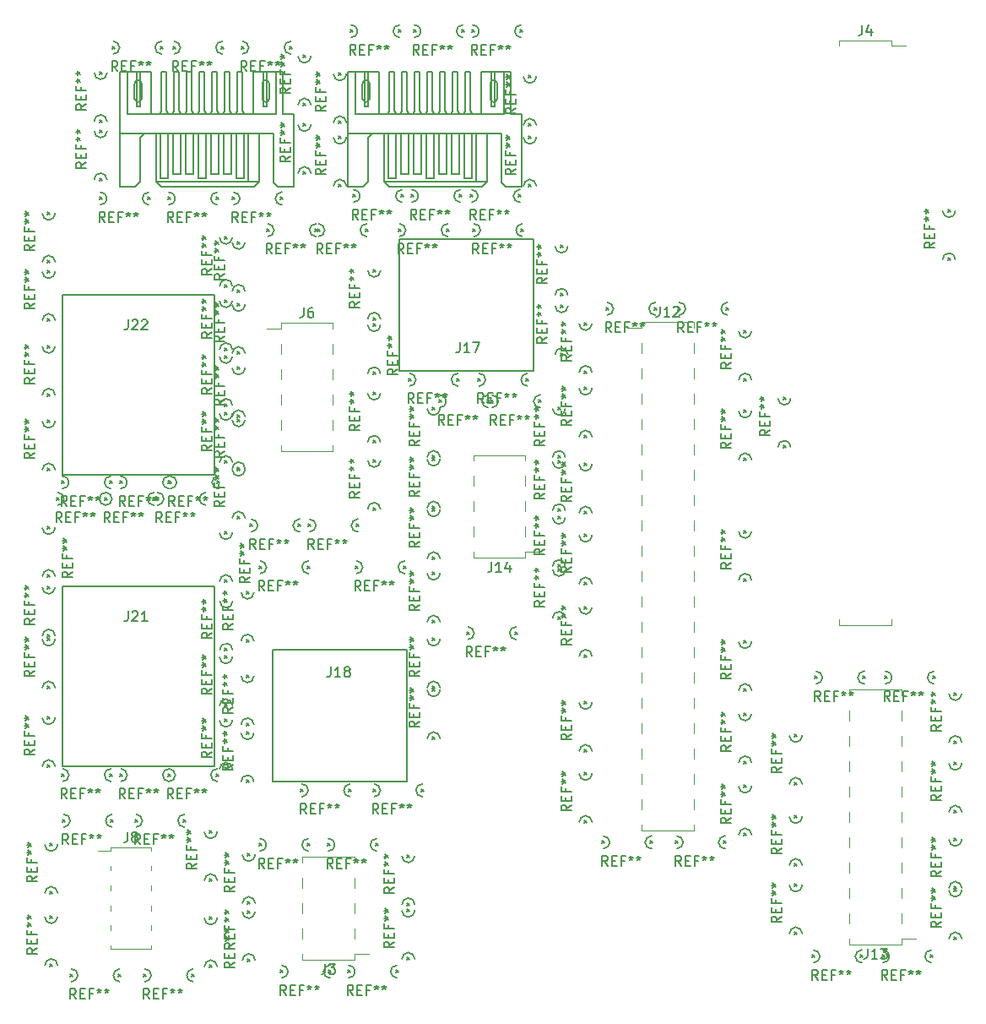
<source format=gbr>
G04 #@! TF.FileFunction,Legend,Top*
%FSLAX46Y46*%
G04 Gerber Fmt 4.6, Leading zero omitted, Abs format (unit mm)*
G04 Created by KiCad (PCBNEW 4.0.7-e2-6376~58~ubuntu16.04.1) date Tue Jan  2 19:13:55 2018*
%MOMM*%
%LPD*%
G01*
G04 APERTURE LIST*
%ADD10C,0.100000*%
%ADD11C,0.150000*%
%ADD12C,0.120000*%
G04 APERTURE END LIST*
D10*
D11*
X148590000Y-84836000D02*
X133350000Y-84836000D01*
X133350000Y-84836000D02*
X133350000Y-102870000D01*
X133350000Y-102870000D02*
X148590000Y-102870000D01*
X148590000Y-102870000D02*
X148590000Y-84836000D01*
X148590000Y-55626000D02*
X133350000Y-55626000D01*
X133350000Y-55626000D02*
X133350000Y-73660000D01*
X133350000Y-73660000D02*
X148590000Y-73660000D01*
X148590000Y-73660000D02*
X148590000Y-55626000D01*
X167132000Y-50038000D02*
X167132000Y-63246000D01*
X180594000Y-50038000D02*
X180594000Y-63246000D01*
X167132000Y-63246000D02*
X180594000Y-63246000D01*
X179832000Y-50038000D02*
X180594000Y-50038000D01*
X167132000Y-50038000D02*
X179832000Y-50038000D01*
X167894000Y-104394000D02*
X167894000Y-91186000D01*
X154432000Y-104394000D02*
X154432000Y-91186000D01*
X167894000Y-91186000D02*
X154432000Y-91186000D01*
X155194000Y-104394000D02*
X154432000Y-104394000D01*
X167894000Y-104394000D02*
X155194000Y-104394000D01*
X141272260Y-34450020D02*
X141272260Y-35951160D01*
X140571220Y-35951160D02*
X140571220Y-34450020D01*
X154068780Y-34450020D02*
X154068780Y-35951160D01*
X153367740Y-35951160D02*
X153367740Y-34450020D01*
X139092940Y-44800520D02*
X139092940Y-39438580D01*
X139092940Y-39438580D02*
X139092940Y-33281620D01*
X139092940Y-33281620D02*
X139885420Y-33281620D01*
X139885420Y-33281620D02*
X142257780Y-33281620D01*
X142257780Y-33281620D02*
X142257780Y-37503100D01*
X139885420Y-33281620D02*
X139885420Y-37503100D01*
X139885420Y-37503100D02*
X152455880Y-37503100D01*
X152455880Y-37503100D02*
X154744420Y-37503100D01*
X154744420Y-37503100D02*
X154744420Y-33281620D01*
X152455880Y-37503100D02*
X152455880Y-33281620D01*
X152455880Y-33281620D02*
X153863040Y-33281620D01*
X153863040Y-33281620D02*
X155448000Y-33281620D01*
X155448000Y-33281620D02*
X155448000Y-37503100D01*
X155448000Y-37503100D02*
X156502100Y-37503100D01*
X156502100Y-37503100D02*
X156502100Y-44800520D01*
X156502100Y-44800520D02*
X154919680Y-44800520D01*
X154919680Y-44800520D02*
X154480260Y-44363640D01*
X154480260Y-44363640D02*
X154480260Y-39438580D01*
X154480260Y-39438580D02*
X153073100Y-39438580D01*
X153073100Y-39438580D02*
X153073100Y-44274740D01*
X153073100Y-44274740D02*
X153073100Y-44274740D01*
X153073100Y-44274740D02*
X152544780Y-44800520D01*
X152544780Y-44800520D02*
X143245840Y-44797980D01*
X140589000Y-44800520D02*
X139092940Y-44800520D01*
X141114780Y-44274740D02*
X140589000Y-44800520D01*
X141114780Y-44274740D02*
X141114780Y-39878000D01*
X141114780Y-39878000D02*
X141554200Y-39438580D01*
X139092940Y-39438580D02*
X153073100Y-39438580D01*
X152984200Y-44274740D02*
X151930100Y-44274740D01*
X151930100Y-44274740D02*
X142697200Y-44274740D01*
X143222980Y-44787820D02*
X142697200Y-44274740D01*
X142697200Y-44274740D02*
X142697200Y-39527480D01*
X146939000Y-39497000D02*
X146939000Y-43942000D01*
X146939000Y-43942000D02*
X147701000Y-43942000D01*
X147701000Y-43942000D02*
X147701000Y-39497000D01*
X145669000Y-39497000D02*
X145669000Y-43561000D01*
X145669000Y-43561000D02*
X146431000Y-43561000D01*
X146431000Y-43561000D02*
X146431000Y-39497000D01*
X148209000Y-39497000D02*
X148209000Y-43561000D01*
X148209000Y-43561000D02*
X148971000Y-43561000D01*
X148971000Y-43561000D02*
X148971000Y-39497000D01*
X149479000Y-39497000D02*
X149479000Y-43561000D01*
X149479000Y-43561000D02*
X150241000Y-43561000D01*
X150241000Y-43561000D02*
X150241000Y-39497000D01*
X150749000Y-39497000D02*
X150749000Y-43942000D01*
X150749000Y-43942000D02*
X151511000Y-43942000D01*
X151511000Y-43942000D02*
X151511000Y-39497000D01*
X151930100Y-44274740D02*
X151930100Y-39527480D01*
X143891000Y-39497000D02*
X143891000Y-43942000D01*
X143891000Y-43942000D02*
X143129000Y-43942000D01*
X143129000Y-43942000D02*
X143129000Y-39497000D01*
X144399000Y-39497000D02*
X144399000Y-43561000D01*
X144399000Y-43561000D02*
X145161000Y-43561000D01*
X145161000Y-43561000D02*
X145161000Y-39497000D01*
X143129000Y-37465000D02*
X143256000Y-37213540D01*
X143256000Y-37213540D02*
X143256000Y-33274000D01*
X143256000Y-33274000D02*
X143764000Y-33274000D01*
X143764000Y-33274000D02*
X143764000Y-37213540D01*
X143764000Y-37213540D02*
X143891000Y-37465000D01*
X144399000Y-37465000D02*
X144526000Y-37213540D01*
X144526000Y-37213540D02*
X144526000Y-33274000D01*
X144526000Y-33274000D02*
X145034000Y-33274000D01*
X145034000Y-33274000D02*
X145034000Y-37213540D01*
X145034000Y-37213540D02*
X145161000Y-37465000D01*
X145669000Y-37465000D02*
X145796000Y-37213540D01*
X145796000Y-37213540D02*
X145796000Y-33274000D01*
X145796000Y-33274000D02*
X146304000Y-33274000D01*
X146304000Y-33274000D02*
X146304000Y-37213540D01*
X146304000Y-37213540D02*
X146431000Y-37465000D01*
X146939000Y-37465000D02*
X147066000Y-37213540D01*
X147066000Y-37213540D02*
X147066000Y-33274000D01*
X147066000Y-33274000D02*
X147574000Y-33274000D01*
X147574000Y-33274000D02*
X147574000Y-37213540D01*
X147574000Y-37213540D02*
X147701000Y-37465000D01*
X148209000Y-37465000D02*
X148336000Y-37213540D01*
X148336000Y-37213540D02*
X148336000Y-33274000D01*
X148336000Y-33274000D02*
X148844000Y-33274000D01*
X148844000Y-33274000D02*
X148844000Y-37213540D01*
X148844000Y-37213540D02*
X148971000Y-37465000D01*
X149479000Y-37465000D02*
X149606000Y-37213540D01*
X149606000Y-37213540D02*
X149606000Y-33274000D01*
X149606000Y-33274000D02*
X150114000Y-33274000D01*
X150114000Y-33274000D02*
X150114000Y-37213540D01*
X150114000Y-37213540D02*
X150241000Y-37465000D01*
X150749000Y-37465000D02*
X150876000Y-37213540D01*
X150876000Y-37213540D02*
X150876000Y-33274000D01*
X150876000Y-33274000D02*
X151384000Y-33274000D01*
X151384000Y-33274000D02*
X151384000Y-37213540D01*
X151384000Y-37213540D02*
X151511000Y-37465000D01*
X140764260Y-33370520D02*
X140764260Y-36713160D01*
X140764260Y-36713160D02*
X141114780Y-36713160D01*
X141114780Y-36713160D02*
X141114780Y-33370520D01*
X153512520Y-33370520D02*
X153512520Y-36713160D01*
X153512520Y-36713160D02*
X153863040Y-36713160D01*
X153863040Y-36713160D02*
X153863040Y-33281620D01*
X140921740Y-34099500D02*
G75*
G03X140571220Y-34450020I0J-350520D01*
G01*
X141269720Y-34450020D02*
G75*
G03X140921740Y-34102040I-347980J0D01*
G01*
X140921740Y-36301680D02*
G75*
G03X141272260Y-35951160I0J350520D01*
G01*
X140571220Y-35951160D02*
G75*
G03X140921740Y-36301680I350520J0D01*
G01*
X153718260Y-34099500D02*
G75*
G03X153367740Y-34450020I0J-350520D01*
G01*
X154066240Y-34450020D02*
G75*
G03X153718260Y-34102040I-347980J0D01*
G01*
X153718260Y-36301680D02*
G75*
G03X154068780Y-35951160I0J350520D01*
G01*
X153367740Y-35951160D02*
G75*
G03X153718260Y-36301680I350520J0D01*
G01*
X164132260Y-34450020D02*
X164132260Y-35951160D01*
X163431220Y-35951160D02*
X163431220Y-34450020D01*
X176928780Y-34450020D02*
X176928780Y-35951160D01*
X176227740Y-35951160D02*
X176227740Y-34450020D01*
X161952940Y-44800520D02*
X161952940Y-39438580D01*
X161952940Y-39438580D02*
X161952940Y-33281620D01*
X161952940Y-33281620D02*
X162745420Y-33281620D01*
X162745420Y-33281620D02*
X165117780Y-33281620D01*
X165117780Y-33281620D02*
X165117780Y-37503100D01*
X162745420Y-33281620D02*
X162745420Y-37503100D01*
X162745420Y-37503100D02*
X175315880Y-37503100D01*
X175315880Y-37503100D02*
X177604420Y-37503100D01*
X177604420Y-37503100D02*
X177604420Y-33281620D01*
X175315880Y-37503100D02*
X175315880Y-33281620D01*
X175315880Y-33281620D02*
X176723040Y-33281620D01*
X176723040Y-33281620D02*
X178308000Y-33281620D01*
X178308000Y-33281620D02*
X178308000Y-37503100D01*
X178308000Y-37503100D02*
X179362100Y-37503100D01*
X179362100Y-37503100D02*
X179362100Y-44800520D01*
X179362100Y-44800520D02*
X177779680Y-44800520D01*
X177779680Y-44800520D02*
X177340260Y-44363640D01*
X177340260Y-44363640D02*
X177340260Y-39438580D01*
X177340260Y-39438580D02*
X175933100Y-39438580D01*
X175933100Y-39438580D02*
X175933100Y-44274740D01*
X175933100Y-44274740D02*
X175933100Y-44274740D01*
X175933100Y-44274740D02*
X175404780Y-44800520D01*
X175404780Y-44800520D02*
X166105840Y-44797980D01*
X163449000Y-44800520D02*
X161952940Y-44800520D01*
X163974780Y-44274740D02*
X163449000Y-44800520D01*
X163974780Y-44274740D02*
X163974780Y-39878000D01*
X163974780Y-39878000D02*
X164414200Y-39438580D01*
X161952940Y-39438580D02*
X175933100Y-39438580D01*
X175844200Y-44274740D02*
X174790100Y-44274740D01*
X174790100Y-44274740D02*
X165557200Y-44274740D01*
X166082980Y-44787820D02*
X165557200Y-44274740D01*
X165557200Y-44274740D02*
X165557200Y-39527480D01*
X169799000Y-39497000D02*
X169799000Y-43942000D01*
X169799000Y-43942000D02*
X170561000Y-43942000D01*
X170561000Y-43942000D02*
X170561000Y-39497000D01*
X168529000Y-39497000D02*
X168529000Y-43561000D01*
X168529000Y-43561000D02*
X169291000Y-43561000D01*
X169291000Y-43561000D02*
X169291000Y-39497000D01*
X171069000Y-39497000D02*
X171069000Y-43561000D01*
X171069000Y-43561000D02*
X171831000Y-43561000D01*
X171831000Y-43561000D02*
X171831000Y-39497000D01*
X172339000Y-39497000D02*
X172339000Y-43561000D01*
X172339000Y-43561000D02*
X173101000Y-43561000D01*
X173101000Y-43561000D02*
X173101000Y-39497000D01*
X173609000Y-39497000D02*
X173609000Y-43942000D01*
X173609000Y-43942000D02*
X174371000Y-43942000D01*
X174371000Y-43942000D02*
X174371000Y-39497000D01*
X174790100Y-44274740D02*
X174790100Y-39527480D01*
X166751000Y-39497000D02*
X166751000Y-43942000D01*
X166751000Y-43942000D02*
X165989000Y-43942000D01*
X165989000Y-43942000D02*
X165989000Y-39497000D01*
X167259000Y-39497000D02*
X167259000Y-43561000D01*
X167259000Y-43561000D02*
X168021000Y-43561000D01*
X168021000Y-43561000D02*
X168021000Y-39497000D01*
X165989000Y-37465000D02*
X166116000Y-37213540D01*
X166116000Y-37213540D02*
X166116000Y-33274000D01*
X166116000Y-33274000D02*
X166624000Y-33274000D01*
X166624000Y-33274000D02*
X166624000Y-37213540D01*
X166624000Y-37213540D02*
X166751000Y-37465000D01*
X167259000Y-37465000D02*
X167386000Y-37213540D01*
X167386000Y-37213540D02*
X167386000Y-33274000D01*
X167386000Y-33274000D02*
X167894000Y-33274000D01*
X167894000Y-33274000D02*
X167894000Y-37213540D01*
X167894000Y-37213540D02*
X168021000Y-37465000D01*
X168529000Y-37465000D02*
X168656000Y-37213540D01*
X168656000Y-37213540D02*
X168656000Y-33274000D01*
X168656000Y-33274000D02*
X169164000Y-33274000D01*
X169164000Y-33274000D02*
X169164000Y-37213540D01*
X169164000Y-37213540D02*
X169291000Y-37465000D01*
X169799000Y-37465000D02*
X169926000Y-37213540D01*
X169926000Y-37213540D02*
X169926000Y-33274000D01*
X169926000Y-33274000D02*
X170434000Y-33274000D01*
X170434000Y-33274000D02*
X170434000Y-37213540D01*
X170434000Y-37213540D02*
X170561000Y-37465000D01*
X171069000Y-37465000D02*
X171196000Y-37213540D01*
X171196000Y-37213540D02*
X171196000Y-33274000D01*
X171196000Y-33274000D02*
X171704000Y-33274000D01*
X171704000Y-33274000D02*
X171704000Y-37213540D01*
X171704000Y-37213540D02*
X171831000Y-37465000D01*
X172339000Y-37465000D02*
X172466000Y-37213540D01*
X172466000Y-37213540D02*
X172466000Y-33274000D01*
X172466000Y-33274000D02*
X172974000Y-33274000D01*
X172974000Y-33274000D02*
X172974000Y-37213540D01*
X172974000Y-37213540D02*
X173101000Y-37465000D01*
X173609000Y-37465000D02*
X173736000Y-37213540D01*
X173736000Y-37213540D02*
X173736000Y-33274000D01*
X173736000Y-33274000D02*
X174244000Y-33274000D01*
X174244000Y-33274000D02*
X174244000Y-37213540D01*
X174244000Y-37213540D02*
X174371000Y-37465000D01*
X163624260Y-33370520D02*
X163624260Y-36713160D01*
X163624260Y-36713160D02*
X163974780Y-36713160D01*
X163974780Y-36713160D02*
X163974780Y-33370520D01*
X176372520Y-33370520D02*
X176372520Y-36713160D01*
X176372520Y-36713160D02*
X176723040Y-36713160D01*
X176723040Y-36713160D02*
X176723040Y-33281620D01*
X163781740Y-34099500D02*
G75*
G03X163431220Y-34450020I0J-350520D01*
G01*
X164129720Y-34450020D02*
G75*
G03X163781740Y-34102040I-347980J0D01*
G01*
X163781740Y-36301680D02*
G75*
G03X164132260Y-35951160I0J350520D01*
G01*
X163431220Y-35951160D02*
G75*
G03X163781740Y-36301680I350520J0D01*
G01*
X176578260Y-34099500D02*
G75*
G03X176227740Y-34450020I0J-350520D01*
G01*
X176926240Y-34450020D02*
G75*
G03X176578260Y-34102040I-347980J0D01*
G01*
X176578260Y-36301680D02*
G75*
G03X176928780Y-35951160I0J350520D01*
G01*
X176227740Y-35951160D02*
G75*
G03X176578260Y-36301680I350520J0D01*
G01*
X199898000Y-56896000D02*
X200152000Y-57150000D01*
X199898000Y-57150000D02*
X200152000Y-56896000D01*
X195326000Y-57150000D02*
X195072000Y-56896000D01*
X195072000Y-57150000D02*
X195326000Y-56896000D01*
X195834000Y-57023000D02*
G75*
G03X195199000Y-56388000I-635000J0D01*
G01*
X195199000Y-57658000D02*
G75*
G03X195834000Y-57023000I0J635000D01*
G01*
X200025000Y-56388000D02*
G75*
G03X199390000Y-57023000I0J-635000D01*
G01*
X199390000Y-57023000D02*
G75*
G03X200025000Y-57658000I635000J0D01*
G01*
X183515000Y-55499000D02*
X183261000Y-55753000D01*
X183261000Y-55499000D02*
X183515000Y-55753000D01*
X183261000Y-50927000D02*
X183515000Y-50673000D01*
X183261000Y-50673000D02*
X183515000Y-50927000D01*
X183388000Y-51435000D02*
G75*
G03X184023000Y-50800000I0J635000D01*
G01*
X182753000Y-50800000D02*
G75*
G03X183388000Y-51435000I635000J0D01*
G01*
X184023000Y-55626000D02*
G75*
G03X183388000Y-54991000I-635000J0D01*
G01*
X183388000Y-54991000D02*
G75*
G03X182753000Y-55626000I0J-635000D01*
G01*
X183261000Y-82677000D02*
X183007000Y-82931000D01*
X183007000Y-82677000D02*
X183261000Y-82931000D01*
X183007000Y-78105000D02*
X183261000Y-77851000D01*
X183007000Y-77851000D02*
X183261000Y-78105000D01*
X183134000Y-78613000D02*
G75*
G03X183769000Y-77978000I0J635000D01*
G01*
X182499000Y-77978000D02*
G75*
G03X183134000Y-78613000I635000J0D01*
G01*
X183769000Y-82804000D02*
G75*
G03X183134000Y-82169000I-635000J0D01*
G01*
X183134000Y-82169000D02*
G75*
G03X182499000Y-82804000I0J-635000D01*
G01*
D12*
X162620000Y-122234000D02*
X157420000Y-122234000D01*
X162620000Y-111954000D02*
X157420000Y-111954000D01*
X164060000Y-121664000D02*
X162620000Y-121664000D01*
X162620000Y-122234000D02*
X162620000Y-121664000D01*
X157420000Y-122234000D02*
X157420000Y-121664000D01*
X162620000Y-112524000D02*
X162620000Y-111954000D01*
X157420000Y-112524000D02*
X157420000Y-111954000D01*
X162620000Y-120144000D02*
X162620000Y-119124000D01*
X157420000Y-120144000D02*
X157420000Y-119124000D01*
X162620000Y-117604000D02*
X162620000Y-116584000D01*
X157420000Y-117604000D02*
X157420000Y-116584000D01*
X162620000Y-115064000D02*
X162620000Y-114044000D01*
X157420000Y-115064000D02*
X157420000Y-114044000D01*
X155247000Y-58469000D02*
X160447000Y-58469000D01*
X155247000Y-71289000D02*
X160447000Y-71289000D01*
X153807000Y-59039000D02*
X155247000Y-59039000D01*
X155247000Y-58469000D02*
X155247000Y-59039000D01*
X160447000Y-58469000D02*
X160447000Y-59039000D01*
X155247000Y-70719000D02*
X155247000Y-71289000D01*
X160447000Y-70719000D02*
X160447000Y-71289000D01*
X155247000Y-60559000D02*
X155247000Y-61579000D01*
X160447000Y-60559000D02*
X160447000Y-61579000D01*
X155247000Y-63099000D02*
X155247000Y-64119000D01*
X160447000Y-63099000D02*
X160447000Y-64119000D01*
X155247000Y-65639000D02*
X155247000Y-66659000D01*
X160447000Y-65639000D02*
X160447000Y-66659000D01*
X155247000Y-68179000D02*
X155247000Y-69199000D01*
X160447000Y-68179000D02*
X160447000Y-69199000D01*
X217484000Y-120710000D02*
X212284000Y-120710000D01*
X217484000Y-95190000D02*
X212284000Y-95190000D01*
X218924000Y-120140000D02*
X217484000Y-120140000D01*
X217484000Y-120710000D02*
X217484000Y-120140000D01*
X212284000Y-120710000D02*
X212284000Y-120140000D01*
X217484000Y-95760000D02*
X217484000Y-95190000D01*
X212284000Y-95760000D02*
X212284000Y-95190000D01*
X217484000Y-118620000D02*
X217484000Y-117600000D01*
X212284000Y-118620000D02*
X212284000Y-117600000D01*
X217484000Y-116080000D02*
X217484000Y-115060000D01*
X212284000Y-116080000D02*
X212284000Y-115060000D01*
X217484000Y-113540000D02*
X217484000Y-112520000D01*
X212284000Y-113540000D02*
X212284000Y-112520000D01*
X217484000Y-111000000D02*
X217484000Y-109980000D01*
X212284000Y-111000000D02*
X212284000Y-109980000D01*
X217484000Y-108460000D02*
X217484000Y-107440000D01*
X212284000Y-108460000D02*
X212284000Y-107440000D01*
X217484000Y-105920000D02*
X217484000Y-104900000D01*
X212284000Y-105920000D02*
X212284000Y-104900000D01*
X217484000Y-103380000D02*
X217484000Y-102360000D01*
X212284000Y-103380000D02*
X212284000Y-102360000D01*
X217484000Y-100840000D02*
X217484000Y-99820000D01*
X212284000Y-100840000D02*
X212284000Y-99820000D01*
X217484000Y-98300000D02*
X217484000Y-97280000D01*
X212284000Y-98300000D02*
X212284000Y-97280000D01*
X179765000Y-81975000D02*
X174565000Y-81975000D01*
X179765000Y-71695000D02*
X174565000Y-71695000D01*
X181205000Y-81405000D02*
X179765000Y-81405000D01*
X179765000Y-81975000D02*
X179765000Y-81405000D01*
X174565000Y-81975000D02*
X174565000Y-81405000D01*
X179765000Y-72265000D02*
X179765000Y-71695000D01*
X174565000Y-72265000D02*
X174565000Y-71695000D01*
X179765000Y-79885000D02*
X179765000Y-78865000D01*
X174565000Y-79885000D02*
X174565000Y-78865000D01*
X179765000Y-77345000D02*
X179765000Y-76325000D01*
X174565000Y-77345000D02*
X174565000Y-76325000D01*
X179765000Y-74805000D02*
X179765000Y-73785000D01*
X174565000Y-74805000D02*
X174565000Y-73785000D01*
X138148000Y-111018000D02*
X142268000Y-111018000D01*
X138148000Y-121138000D02*
X142268000Y-121138000D01*
X136893000Y-111318000D02*
X138148000Y-111318000D01*
X138148000Y-111018000D02*
X138148000Y-111318000D01*
X142268000Y-111018000D02*
X142268000Y-111318000D01*
X138148000Y-120838000D02*
X138148000Y-121138000D01*
X142268000Y-120838000D02*
X142268000Y-121138000D01*
X138148000Y-112838000D02*
X138148000Y-113318000D01*
X142268000Y-112838000D02*
X142268000Y-113318000D01*
X138148000Y-114838000D02*
X138148000Y-115318000D01*
X142268000Y-114838000D02*
X142268000Y-115318000D01*
X138148000Y-116838000D02*
X138148000Y-117318000D01*
X142268000Y-116838000D02*
X142268000Y-117318000D01*
X138148000Y-118838000D02*
X138148000Y-119318000D01*
X142268000Y-118838000D02*
X142268000Y-119318000D01*
X191456000Y-58360000D02*
X196656000Y-58360000D01*
X191456000Y-109280000D02*
X196656000Y-109280000D01*
X190016000Y-58930000D02*
X191456000Y-58930000D01*
X191456000Y-58360000D02*
X191456000Y-58930000D01*
X196656000Y-58360000D02*
X196656000Y-58930000D01*
X191456000Y-108710000D02*
X191456000Y-109280000D01*
X196656000Y-108710000D02*
X196656000Y-109280000D01*
X191456000Y-60450000D02*
X191456000Y-61470000D01*
X196656000Y-60450000D02*
X196656000Y-61470000D01*
X191456000Y-62990000D02*
X191456000Y-64010000D01*
X196656000Y-62990000D02*
X196656000Y-64010000D01*
X191456000Y-65530000D02*
X191456000Y-66550000D01*
X196656000Y-65530000D02*
X196656000Y-66550000D01*
X191456000Y-68070000D02*
X191456000Y-69090000D01*
X196656000Y-68070000D02*
X196656000Y-69090000D01*
X191456000Y-70610000D02*
X191456000Y-71630000D01*
X196656000Y-70610000D02*
X196656000Y-71630000D01*
X191456000Y-73150000D02*
X191456000Y-74170000D01*
X196656000Y-73150000D02*
X196656000Y-74170000D01*
X191456000Y-75690000D02*
X191456000Y-76710000D01*
X196656000Y-75690000D02*
X196656000Y-76710000D01*
X191456000Y-78230000D02*
X191456000Y-79250000D01*
X196656000Y-78230000D02*
X196656000Y-79250000D01*
X191456000Y-80770000D02*
X191456000Y-81790000D01*
X196656000Y-80770000D02*
X196656000Y-81790000D01*
X191456000Y-83310000D02*
X191456000Y-84330000D01*
X196656000Y-83310000D02*
X196656000Y-84330000D01*
X191456000Y-85850000D02*
X191456000Y-86870000D01*
X196656000Y-85850000D02*
X196656000Y-86870000D01*
X191456000Y-88390000D02*
X191456000Y-89410000D01*
X196656000Y-88390000D02*
X196656000Y-89410000D01*
X191456000Y-90930000D02*
X191456000Y-91950000D01*
X196656000Y-90930000D02*
X196656000Y-91950000D01*
X191456000Y-93470000D02*
X191456000Y-94490000D01*
X196656000Y-93470000D02*
X196656000Y-94490000D01*
X191456000Y-96010000D02*
X191456000Y-97030000D01*
X196656000Y-96010000D02*
X196656000Y-97030000D01*
X191456000Y-98550000D02*
X191456000Y-99570000D01*
X196656000Y-98550000D02*
X196656000Y-99570000D01*
X191456000Y-101090000D02*
X191456000Y-102110000D01*
X196656000Y-101090000D02*
X196656000Y-102110000D01*
X191456000Y-103630000D02*
X191456000Y-104650000D01*
X196656000Y-103630000D02*
X196656000Y-104650000D01*
X191456000Y-106170000D02*
X191456000Y-107190000D01*
X196656000Y-106170000D02*
X196656000Y-107190000D01*
X211268000Y-30696000D02*
X211268000Y-30166000D01*
X211268000Y-30166000D02*
X216468000Y-30166000D01*
X216468000Y-30166000D02*
X216468000Y-30696000D01*
X211268000Y-88176000D02*
X211268000Y-88706000D01*
X211268000Y-88706000D02*
X216468000Y-88706000D01*
X216468000Y-88706000D02*
X216468000Y-88176000D01*
X217888000Y-30696000D02*
X216468000Y-30696000D01*
D11*
X223012000Y-100330000D02*
X222758000Y-100584000D01*
X222758000Y-100330000D02*
X223012000Y-100584000D01*
X222758000Y-95758000D02*
X223012000Y-95504000D01*
X222758000Y-95504000D02*
X223012000Y-95758000D01*
X222885000Y-96266000D02*
G75*
G03X223520000Y-95631000I0J635000D01*
G01*
X222250000Y-95631000D02*
G75*
G03X222885000Y-96266000I635000J0D01*
G01*
X223520000Y-100457000D02*
G75*
G03X222885000Y-99822000I-635000J0D01*
G01*
X222885000Y-99822000D02*
G75*
G03X222250000Y-100457000I0J-635000D01*
G01*
X223012000Y-107315000D02*
X222758000Y-107569000D01*
X222758000Y-107315000D02*
X223012000Y-107569000D01*
X222758000Y-102743000D02*
X223012000Y-102489000D01*
X222758000Y-102489000D02*
X223012000Y-102743000D01*
X222885000Y-103251000D02*
G75*
G03X223520000Y-102616000I0J635000D01*
G01*
X222250000Y-102616000D02*
G75*
G03X222885000Y-103251000I635000J0D01*
G01*
X223520000Y-107442000D02*
G75*
G03X222885000Y-106807000I-635000J0D01*
G01*
X222885000Y-106807000D02*
G75*
G03X222250000Y-107442000I0J-635000D01*
G01*
X223012000Y-114935000D02*
X222758000Y-115189000D01*
X222758000Y-114935000D02*
X223012000Y-115189000D01*
X222758000Y-110363000D02*
X223012000Y-110109000D01*
X222758000Y-110109000D02*
X223012000Y-110363000D01*
X222885000Y-110871000D02*
G75*
G03X223520000Y-110236000I0J635000D01*
G01*
X222250000Y-110236000D02*
G75*
G03X222885000Y-110871000I635000J0D01*
G01*
X223520000Y-115062000D02*
G75*
G03X222885000Y-114427000I-635000J0D01*
G01*
X222885000Y-114427000D02*
G75*
G03X222250000Y-115062000I0J-635000D01*
G01*
X223012000Y-120015000D02*
X222758000Y-120269000D01*
X222758000Y-120015000D02*
X223012000Y-120269000D01*
X222758000Y-115443000D02*
X223012000Y-115189000D01*
X222758000Y-115189000D02*
X223012000Y-115443000D01*
X222885000Y-115951000D02*
G75*
G03X223520000Y-115316000I0J635000D01*
G01*
X222250000Y-115316000D02*
G75*
G03X222885000Y-115951000I635000J0D01*
G01*
X223520000Y-120142000D02*
G75*
G03X222885000Y-119507000I-635000J0D01*
G01*
X222885000Y-119507000D02*
G75*
G03X222250000Y-120142000I0J-635000D01*
G01*
X220345000Y-121793000D02*
X220599000Y-122047000D01*
X220345000Y-122047000D02*
X220599000Y-121793000D01*
X215773000Y-122047000D02*
X215519000Y-121793000D01*
X215519000Y-122047000D02*
X215773000Y-121793000D01*
X216281000Y-121920000D02*
G75*
G03X215646000Y-121285000I-635000J0D01*
G01*
X215646000Y-122555000D02*
G75*
G03X216281000Y-121920000I0J635000D01*
G01*
X220472000Y-121285000D02*
G75*
G03X219837000Y-121920000I0J-635000D01*
G01*
X219837000Y-121920000D02*
G75*
G03X220472000Y-122555000I635000J0D01*
G01*
X213360000Y-121793000D02*
X213614000Y-122047000D01*
X213360000Y-122047000D02*
X213614000Y-121793000D01*
X208788000Y-122047000D02*
X208534000Y-121793000D01*
X208534000Y-122047000D02*
X208788000Y-121793000D01*
X209296000Y-121920000D02*
G75*
G03X208661000Y-121285000I-635000J0D01*
G01*
X208661000Y-122555000D02*
G75*
G03X209296000Y-121920000I0J635000D01*
G01*
X213487000Y-121285000D02*
G75*
G03X212852000Y-121920000I0J-635000D01*
G01*
X212852000Y-121920000D02*
G75*
G03X213487000Y-122555000I635000J0D01*
G01*
X207010000Y-119507000D02*
X206756000Y-119761000D01*
X206756000Y-119507000D02*
X207010000Y-119761000D01*
X206756000Y-114935000D02*
X207010000Y-114681000D01*
X206756000Y-114681000D02*
X207010000Y-114935000D01*
X206883000Y-115443000D02*
G75*
G03X207518000Y-114808000I0J635000D01*
G01*
X206248000Y-114808000D02*
G75*
G03X206883000Y-115443000I635000J0D01*
G01*
X207518000Y-119634000D02*
G75*
G03X206883000Y-118999000I-635000J0D01*
G01*
X206883000Y-118999000D02*
G75*
G03X206248000Y-119634000I0J-635000D01*
G01*
X207010000Y-112649000D02*
X206756000Y-112903000D01*
X206756000Y-112649000D02*
X207010000Y-112903000D01*
X206756000Y-108077000D02*
X207010000Y-107823000D01*
X206756000Y-107823000D02*
X207010000Y-108077000D01*
X206883000Y-108585000D02*
G75*
G03X207518000Y-107950000I0J635000D01*
G01*
X206248000Y-107950000D02*
G75*
G03X206883000Y-108585000I635000J0D01*
G01*
X207518000Y-112776000D02*
G75*
G03X206883000Y-112141000I-635000J0D01*
G01*
X206883000Y-112141000D02*
G75*
G03X206248000Y-112776000I0J-635000D01*
G01*
X207010000Y-104521000D02*
X206756000Y-104775000D01*
X206756000Y-104521000D02*
X207010000Y-104775000D01*
X206756000Y-99949000D02*
X207010000Y-99695000D01*
X206756000Y-99695000D02*
X207010000Y-99949000D01*
X206883000Y-100457000D02*
G75*
G03X207518000Y-99822000I0J635000D01*
G01*
X206248000Y-99822000D02*
G75*
G03X206883000Y-100457000I635000J0D01*
G01*
X207518000Y-104648000D02*
G75*
G03X206883000Y-104013000I-635000J0D01*
G01*
X206883000Y-104013000D02*
G75*
G03X206248000Y-104648000I0J-635000D01*
G01*
X213614000Y-93853000D02*
X213868000Y-94107000D01*
X213614000Y-94107000D02*
X213868000Y-93853000D01*
X209042000Y-94107000D02*
X208788000Y-93853000D01*
X208788000Y-94107000D02*
X209042000Y-93853000D01*
X209550000Y-93980000D02*
G75*
G03X208915000Y-93345000I-635000J0D01*
G01*
X208915000Y-94615000D02*
G75*
G03X209550000Y-93980000I0J635000D01*
G01*
X213741000Y-93345000D02*
G75*
G03X213106000Y-93980000I0J-635000D01*
G01*
X213106000Y-93980000D02*
G75*
G03X213741000Y-94615000I635000J0D01*
G01*
X220599000Y-93853000D02*
X220853000Y-94107000D01*
X220599000Y-94107000D02*
X220853000Y-93853000D01*
X216027000Y-94107000D02*
X215773000Y-93853000D01*
X215773000Y-94107000D02*
X216027000Y-93853000D01*
X216535000Y-93980000D02*
G75*
G03X215900000Y-93345000I-635000J0D01*
G01*
X215900000Y-94615000D02*
G75*
G03X216535000Y-93980000I0J635000D01*
G01*
X220726000Y-93345000D02*
G75*
G03X220091000Y-93980000I0J-635000D01*
G01*
X220091000Y-93980000D02*
G75*
G03X220726000Y-94615000I635000J0D01*
G01*
X201930000Y-109601000D02*
X201676000Y-109855000D01*
X201676000Y-109601000D02*
X201930000Y-109855000D01*
X201676000Y-105029000D02*
X201930000Y-104775000D01*
X201676000Y-104775000D02*
X201930000Y-105029000D01*
X201803000Y-105537000D02*
G75*
G03X202438000Y-104902000I0J635000D01*
G01*
X201168000Y-104902000D02*
G75*
G03X201803000Y-105537000I635000J0D01*
G01*
X202438000Y-109728000D02*
G75*
G03X201803000Y-109093000I-635000J0D01*
G01*
X201803000Y-109093000D02*
G75*
G03X201168000Y-109728000I0J-635000D01*
G01*
X201930000Y-102362000D02*
X201676000Y-102616000D01*
X201676000Y-102362000D02*
X201930000Y-102616000D01*
X201676000Y-97790000D02*
X201930000Y-97536000D01*
X201676000Y-97536000D02*
X201930000Y-97790000D01*
X201803000Y-98298000D02*
G75*
G03X202438000Y-97663000I0J635000D01*
G01*
X201168000Y-97663000D02*
G75*
G03X201803000Y-98298000I635000J0D01*
G01*
X202438000Y-102489000D02*
G75*
G03X201803000Y-101854000I-635000J0D01*
G01*
X201803000Y-101854000D02*
G75*
G03X201168000Y-102489000I0J-635000D01*
G01*
X201930000Y-95123000D02*
X201676000Y-95377000D01*
X201676000Y-95123000D02*
X201930000Y-95377000D01*
X201676000Y-90551000D02*
X201930000Y-90297000D01*
X201676000Y-90297000D02*
X201930000Y-90551000D01*
X201803000Y-91059000D02*
G75*
G03X202438000Y-90424000I0J635000D01*
G01*
X201168000Y-90424000D02*
G75*
G03X201803000Y-91059000I635000J0D01*
G01*
X202438000Y-95250000D02*
G75*
G03X201803000Y-94615000I-635000J0D01*
G01*
X201803000Y-94615000D02*
G75*
G03X201168000Y-95250000I0J-635000D01*
G01*
X201930000Y-84074000D02*
X201676000Y-84328000D01*
X201676000Y-84074000D02*
X201930000Y-84328000D01*
X201676000Y-79502000D02*
X201930000Y-79248000D01*
X201676000Y-79248000D02*
X201930000Y-79502000D01*
X201803000Y-80010000D02*
G75*
G03X202438000Y-79375000I0J635000D01*
G01*
X201168000Y-79375000D02*
G75*
G03X201803000Y-80010000I635000J0D01*
G01*
X202438000Y-84201000D02*
G75*
G03X201803000Y-83566000I-635000J0D01*
G01*
X201803000Y-83566000D02*
G75*
G03X201168000Y-84201000I0J-635000D01*
G01*
X201930000Y-72009000D02*
X201676000Y-72263000D01*
X201676000Y-72009000D02*
X201930000Y-72263000D01*
X201676000Y-67437000D02*
X201930000Y-67183000D01*
X201676000Y-67183000D02*
X201930000Y-67437000D01*
X201803000Y-67945000D02*
G75*
G03X202438000Y-67310000I0J635000D01*
G01*
X201168000Y-67310000D02*
G75*
G03X201803000Y-67945000I635000J0D01*
G01*
X202438000Y-72136000D02*
G75*
G03X201803000Y-71501000I-635000J0D01*
G01*
X201803000Y-71501000D02*
G75*
G03X201168000Y-72136000I0J-635000D01*
G01*
X192659000Y-56896000D02*
X192913000Y-57150000D01*
X192659000Y-57150000D02*
X192913000Y-56896000D01*
X188087000Y-57150000D02*
X187833000Y-56896000D01*
X187833000Y-57150000D02*
X188087000Y-56896000D01*
X188595000Y-57023000D02*
G75*
G03X187960000Y-56388000I-635000J0D01*
G01*
X187960000Y-57658000D02*
G75*
G03X188595000Y-57023000I0J635000D01*
G01*
X192786000Y-56388000D02*
G75*
G03X192151000Y-57023000I0J-635000D01*
G01*
X192151000Y-57023000D02*
G75*
G03X192786000Y-57658000I635000J0D01*
G01*
X185928000Y-63246000D02*
X185674000Y-63500000D01*
X185674000Y-63246000D02*
X185928000Y-63500000D01*
X185674000Y-58674000D02*
X185928000Y-58420000D01*
X185674000Y-58420000D02*
X185928000Y-58674000D01*
X185801000Y-59182000D02*
G75*
G03X186436000Y-58547000I0J635000D01*
G01*
X185166000Y-58547000D02*
G75*
G03X185801000Y-59182000I635000J0D01*
G01*
X186436000Y-63373000D02*
G75*
G03X185801000Y-62738000I-635000J0D01*
G01*
X185801000Y-62738000D02*
G75*
G03X185166000Y-63373000I0J-635000D01*
G01*
X185928000Y-69723000D02*
X185674000Y-69977000D01*
X185674000Y-69723000D02*
X185928000Y-69977000D01*
X185674000Y-65151000D02*
X185928000Y-64897000D01*
X185674000Y-64897000D02*
X185928000Y-65151000D01*
X185801000Y-65659000D02*
G75*
G03X186436000Y-65024000I0J635000D01*
G01*
X185166000Y-65024000D02*
G75*
G03X185801000Y-65659000I635000J0D01*
G01*
X186436000Y-69850000D02*
G75*
G03X185801000Y-69215000I-635000J0D01*
G01*
X185801000Y-69215000D02*
G75*
G03X185166000Y-69850000I0J-635000D01*
G01*
X185928000Y-77343000D02*
X185674000Y-77597000D01*
X185674000Y-77343000D02*
X185928000Y-77597000D01*
X185674000Y-72771000D02*
X185928000Y-72517000D01*
X185674000Y-72517000D02*
X185928000Y-72771000D01*
X185801000Y-73279000D02*
G75*
G03X186436000Y-72644000I0J635000D01*
G01*
X185166000Y-72644000D02*
G75*
G03X185801000Y-73279000I635000J0D01*
G01*
X186436000Y-77470000D02*
G75*
G03X185801000Y-76835000I-635000J0D01*
G01*
X185801000Y-76835000D02*
G75*
G03X185166000Y-77470000I0J-635000D01*
G01*
X185928000Y-84455000D02*
X185674000Y-84709000D01*
X185674000Y-84455000D02*
X185928000Y-84709000D01*
X185674000Y-79883000D02*
X185928000Y-79629000D01*
X185674000Y-79629000D02*
X185928000Y-79883000D01*
X185801000Y-80391000D02*
G75*
G03X186436000Y-79756000I0J635000D01*
G01*
X185166000Y-79756000D02*
G75*
G03X185801000Y-80391000I635000J0D01*
G01*
X186436000Y-84582000D02*
G75*
G03X185801000Y-83947000I-635000J0D01*
G01*
X185801000Y-83947000D02*
G75*
G03X185166000Y-84582000I0J-635000D01*
G01*
X185928000Y-91694000D02*
X185674000Y-91948000D01*
X185674000Y-91694000D02*
X185928000Y-91948000D01*
X185674000Y-87122000D02*
X185928000Y-86868000D01*
X185674000Y-86868000D02*
X185928000Y-87122000D01*
X185801000Y-87630000D02*
G75*
G03X186436000Y-86995000I0J635000D01*
G01*
X185166000Y-86995000D02*
G75*
G03X185801000Y-87630000I635000J0D01*
G01*
X186436000Y-91821000D02*
G75*
G03X185801000Y-91186000I-635000J0D01*
G01*
X185801000Y-91186000D02*
G75*
G03X185166000Y-91821000I0J-635000D01*
G01*
X185928000Y-101219000D02*
X185674000Y-101473000D01*
X185674000Y-101219000D02*
X185928000Y-101473000D01*
X185674000Y-96647000D02*
X185928000Y-96393000D01*
X185674000Y-96393000D02*
X185928000Y-96647000D01*
X185801000Y-97155000D02*
G75*
G03X186436000Y-96520000I0J635000D01*
G01*
X185166000Y-96520000D02*
G75*
G03X185801000Y-97155000I635000J0D01*
G01*
X186436000Y-101346000D02*
G75*
G03X185801000Y-100711000I-635000J0D01*
G01*
X185801000Y-100711000D02*
G75*
G03X185166000Y-101346000I0J-635000D01*
G01*
X185928000Y-108331000D02*
X185674000Y-108585000D01*
X185674000Y-108331000D02*
X185928000Y-108585000D01*
X185674000Y-103759000D02*
X185928000Y-103505000D01*
X185674000Y-103505000D02*
X185928000Y-103759000D01*
X185801000Y-104267000D02*
G75*
G03X186436000Y-103632000I0J635000D01*
G01*
X185166000Y-103632000D02*
G75*
G03X185801000Y-104267000I635000J0D01*
G01*
X186436000Y-108458000D02*
G75*
G03X185801000Y-107823000I-635000J0D01*
G01*
X185801000Y-107823000D02*
G75*
G03X185166000Y-108458000I0J-635000D01*
G01*
X192278000Y-110363000D02*
X192532000Y-110617000D01*
X192278000Y-110617000D02*
X192532000Y-110363000D01*
X187706000Y-110617000D02*
X187452000Y-110363000D01*
X187452000Y-110617000D02*
X187706000Y-110363000D01*
X188214000Y-110490000D02*
G75*
G03X187579000Y-109855000I-635000J0D01*
G01*
X187579000Y-111125000D02*
G75*
G03X188214000Y-110490000I0J635000D01*
G01*
X192405000Y-109855000D02*
G75*
G03X191770000Y-110490000I0J-635000D01*
G01*
X191770000Y-110490000D02*
G75*
G03X192405000Y-111125000I635000J0D01*
G01*
X199644000Y-110363000D02*
X199898000Y-110617000D01*
X199644000Y-110617000D02*
X199898000Y-110363000D01*
X195072000Y-110617000D02*
X194818000Y-110363000D01*
X194818000Y-110617000D02*
X195072000Y-110363000D01*
X195580000Y-110490000D02*
G75*
G03X194945000Y-109855000I-635000J0D01*
G01*
X194945000Y-111125000D02*
G75*
G03X195580000Y-110490000I0J635000D01*
G01*
X199771000Y-109855000D02*
G75*
G03X199136000Y-110490000I0J-635000D01*
G01*
X199136000Y-110490000D02*
G75*
G03X199771000Y-111125000I635000J0D01*
G01*
X168148000Y-116586000D02*
X167894000Y-116840000D01*
X167894000Y-116586000D02*
X168148000Y-116840000D01*
X167894000Y-112014000D02*
X168148000Y-111760000D01*
X167894000Y-111760000D02*
X168148000Y-112014000D01*
X168021000Y-112522000D02*
G75*
G03X168656000Y-111887000I0J635000D01*
G01*
X167386000Y-111887000D02*
G75*
G03X168021000Y-112522000I635000J0D01*
G01*
X168656000Y-116713000D02*
G75*
G03X168021000Y-116078000I-635000J0D01*
G01*
X168021000Y-116078000D02*
G75*
G03X167386000Y-116713000I0J-635000D01*
G01*
X168148000Y-122047000D02*
X167894000Y-122301000D01*
X167894000Y-122047000D02*
X168148000Y-122301000D01*
X167894000Y-117475000D02*
X168148000Y-117221000D01*
X167894000Y-117221000D02*
X168148000Y-117475000D01*
X168021000Y-117983000D02*
G75*
G03X168656000Y-117348000I0J635000D01*
G01*
X167386000Y-117348000D02*
G75*
G03X168021000Y-117983000I635000J0D01*
G01*
X168656000Y-122174000D02*
G75*
G03X168021000Y-121539000I-635000J0D01*
G01*
X168021000Y-121539000D02*
G75*
G03X167386000Y-122174000I0J-635000D01*
G01*
X166751000Y-123317000D02*
X167005000Y-123571000D01*
X166751000Y-123571000D02*
X167005000Y-123317000D01*
X162179000Y-123571000D02*
X161925000Y-123317000D01*
X161925000Y-123571000D02*
X162179000Y-123317000D01*
X162687000Y-123444000D02*
G75*
G03X162052000Y-122809000I-635000J0D01*
G01*
X162052000Y-124079000D02*
G75*
G03X162687000Y-123444000I0J635000D01*
G01*
X166878000Y-122809000D02*
G75*
G03X166243000Y-123444000I0J-635000D01*
G01*
X166243000Y-123444000D02*
G75*
G03X166878000Y-124079000I635000J0D01*
G01*
X160020000Y-123317000D02*
X160274000Y-123571000D01*
X160020000Y-123571000D02*
X160274000Y-123317000D01*
X155448000Y-123571000D02*
X155194000Y-123317000D01*
X155194000Y-123571000D02*
X155448000Y-123317000D01*
X155956000Y-123444000D02*
G75*
G03X155321000Y-122809000I-635000J0D01*
G01*
X155321000Y-124079000D02*
G75*
G03X155956000Y-123444000I0J635000D01*
G01*
X160147000Y-122809000D02*
G75*
G03X159512000Y-123444000I0J-635000D01*
G01*
X159512000Y-123444000D02*
G75*
G03X160147000Y-124079000I635000J0D01*
G01*
X152146000Y-122174000D02*
X151892000Y-122428000D01*
X151892000Y-122174000D02*
X152146000Y-122428000D01*
X151892000Y-117602000D02*
X152146000Y-117348000D01*
X151892000Y-117348000D02*
X152146000Y-117602000D01*
X152019000Y-118110000D02*
G75*
G03X152654000Y-117475000I0J635000D01*
G01*
X151384000Y-117475000D02*
G75*
G03X152019000Y-118110000I635000J0D01*
G01*
X152654000Y-122301000D02*
G75*
G03X152019000Y-121666000I-635000J0D01*
G01*
X152019000Y-121666000D02*
G75*
G03X151384000Y-122301000I0J-635000D01*
G01*
X152146000Y-116459000D02*
X151892000Y-116713000D01*
X151892000Y-116459000D02*
X152146000Y-116713000D01*
X151892000Y-111887000D02*
X152146000Y-111633000D01*
X151892000Y-111633000D02*
X152146000Y-111887000D01*
X152019000Y-112395000D02*
G75*
G03X152654000Y-111760000I0J635000D01*
G01*
X151384000Y-111760000D02*
G75*
G03X152019000Y-112395000I635000J0D01*
G01*
X152654000Y-116586000D02*
G75*
G03X152019000Y-115951000I-635000J0D01*
G01*
X152019000Y-115951000D02*
G75*
G03X151384000Y-116586000I0J-635000D01*
G01*
X157861000Y-110617000D02*
X158115000Y-110871000D01*
X157861000Y-110871000D02*
X158115000Y-110617000D01*
X153289000Y-110871000D02*
X153035000Y-110617000D01*
X153035000Y-110871000D02*
X153289000Y-110617000D01*
X153797000Y-110744000D02*
G75*
G03X153162000Y-110109000I-635000J0D01*
G01*
X153162000Y-111379000D02*
G75*
G03X153797000Y-110744000I0J635000D01*
G01*
X157988000Y-110109000D02*
G75*
G03X157353000Y-110744000I0J-635000D01*
G01*
X157353000Y-110744000D02*
G75*
G03X157988000Y-111379000I635000J0D01*
G01*
X164719000Y-110617000D02*
X164973000Y-110871000D01*
X164719000Y-110871000D02*
X164973000Y-110617000D01*
X160147000Y-110871000D02*
X159893000Y-110617000D01*
X159893000Y-110871000D02*
X160147000Y-110617000D01*
X160655000Y-110744000D02*
G75*
G03X160020000Y-110109000I-635000J0D01*
G01*
X160020000Y-111379000D02*
G75*
G03X160655000Y-110744000I0J635000D01*
G01*
X164846000Y-110109000D02*
G75*
G03X164211000Y-110744000I0J-635000D01*
G01*
X164211000Y-110744000D02*
G75*
G03X164846000Y-111379000I635000J0D01*
G01*
X183515000Y-61468000D02*
X183261000Y-61722000D01*
X183261000Y-61468000D02*
X183515000Y-61722000D01*
X183261000Y-56896000D02*
X183515000Y-56642000D01*
X183261000Y-56642000D02*
X183515000Y-56896000D01*
X183388000Y-57404000D02*
G75*
G03X184023000Y-56769000I0J635000D01*
G01*
X182753000Y-56769000D02*
G75*
G03X183388000Y-57404000I635000J0D01*
G01*
X184023000Y-61595000D02*
G75*
G03X183388000Y-60960000I-635000J0D01*
G01*
X183388000Y-60960000D02*
G75*
G03X182753000Y-61595000I0J-635000D01*
G01*
X179832000Y-64008000D02*
X180086000Y-64262000D01*
X179832000Y-64262000D02*
X180086000Y-64008000D01*
X175260000Y-64262000D02*
X175006000Y-64008000D01*
X175006000Y-64262000D02*
X175260000Y-64008000D01*
X175768000Y-64135000D02*
G75*
G03X175133000Y-63500000I-635000J0D01*
G01*
X175133000Y-64770000D02*
G75*
G03X175768000Y-64135000I0J635000D01*
G01*
X179959000Y-63500000D02*
G75*
G03X179324000Y-64135000I0J-635000D01*
G01*
X179324000Y-64135000D02*
G75*
G03X179959000Y-64770000I635000J0D01*
G01*
X172847000Y-64008000D02*
X173101000Y-64262000D01*
X172847000Y-64262000D02*
X173101000Y-64008000D01*
X168275000Y-64262000D02*
X168021000Y-64008000D01*
X168021000Y-64262000D02*
X168275000Y-64008000D01*
X168783000Y-64135000D02*
G75*
G03X168148000Y-63500000I-635000J0D01*
G01*
X168148000Y-64770000D02*
G75*
G03X168783000Y-64135000I0J635000D01*
G01*
X172974000Y-63500000D02*
G75*
G03X172339000Y-64135000I0J-635000D01*
G01*
X172339000Y-64135000D02*
G75*
G03X172974000Y-64770000I635000J0D01*
G01*
X164719000Y-57912000D02*
X164465000Y-58166000D01*
X164465000Y-57912000D02*
X164719000Y-58166000D01*
X164465000Y-53340000D02*
X164719000Y-53086000D01*
X164465000Y-53086000D02*
X164719000Y-53340000D01*
X164592000Y-53848000D02*
G75*
G03X165227000Y-53213000I0J635000D01*
G01*
X163957000Y-53213000D02*
G75*
G03X164592000Y-53848000I635000J0D01*
G01*
X165227000Y-58039000D02*
G75*
G03X164592000Y-57404000I-635000J0D01*
G01*
X164592000Y-57404000D02*
G75*
G03X163957000Y-58039000I0J-635000D01*
G01*
X164465000Y-58801000D02*
X164719000Y-58547000D01*
X164719000Y-58801000D02*
X164465000Y-58547000D01*
X164719000Y-63373000D02*
X164465000Y-63627000D01*
X164719000Y-63627000D02*
X164465000Y-63373000D01*
X164592000Y-62865000D02*
G75*
G03X163957000Y-63500000I0J-635000D01*
G01*
X165227000Y-63500000D02*
G75*
G03X164592000Y-62865000I-635000J0D01*
G01*
X163957000Y-58674000D02*
G75*
G03X164592000Y-59309000I635000J0D01*
G01*
X164592000Y-59309000D02*
G75*
G03X165227000Y-58674000I0J635000D01*
G01*
X171831000Y-49022000D02*
X172085000Y-49276000D01*
X171831000Y-49276000D02*
X172085000Y-49022000D01*
X167259000Y-49276000D02*
X167005000Y-49022000D01*
X167005000Y-49276000D02*
X167259000Y-49022000D01*
X167767000Y-49149000D02*
G75*
G03X167132000Y-48514000I-635000J0D01*
G01*
X167132000Y-49784000D02*
G75*
G03X167767000Y-49149000I0J635000D01*
G01*
X171958000Y-48514000D02*
G75*
G03X171323000Y-49149000I0J-635000D01*
G01*
X171323000Y-49149000D02*
G75*
G03X171958000Y-49784000I635000J0D01*
G01*
X158623000Y-49022000D02*
X158877000Y-49276000D01*
X158623000Y-49276000D02*
X158877000Y-49022000D01*
X154051000Y-49276000D02*
X153797000Y-49022000D01*
X153797000Y-49276000D02*
X154051000Y-49022000D01*
X154559000Y-49149000D02*
G75*
G03X153924000Y-48514000I-635000J0D01*
G01*
X153924000Y-49784000D02*
G75*
G03X154559000Y-49149000I0J635000D01*
G01*
X158750000Y-48514000D02*
G75*
G03X158115000Y-49149000I0J-635000D01*
G01*
X158115000Y-49149000D02*
G75*
G03X158750000Y-49784000I635000J0D01*
G01*
X163703000Y-49022000D02*
X163957000Y-49276000D01*
X163703000Y-49276000D02*
X163957000Y-49022000D01*
X159131000Y-49276000D02*
X158877000Y-49022000D01*
X158877000Y-49276000D02*
X159131000Y-49022000D01*
X159639000Y-49149000D02*
G75*
G03X159004000Y-48514000I-635000J0D01*
G01*
X159004000Y-49784000D02*
G75*
G03X159639000Y-49149000I0J635000D01*
G01*
X163830000Y-48514000D02*
G75*
G03X163195000Y-49149000I0J-635000D01*
G01*
X163195000Y-49149000D02*
G75*
G03X163830000Y-49784000I635000J0D01*
G01*
X151130000Y-55118000D02*
X150876000Y-55372000D01*
X150876000Y-55118000D02*
X151130000Y-55372000D01*
X150876000Y-50546000D02*
X151130000Y-50292000D01*
X150876000Y-50292000D02*
X151130000Y-50546000D01*
X151003000Y-51054000D02*
G75*
G03X151638000Y-50419000I0J635000D01*
G01*
X150368000Y-50419000D02*
G75*
G03X151003000Y-51054000I635000J0D01*
G01*
X151638000Y-55245000D02*
G75*
G03X151003000Y-54610000I-635000J0D01*
G01*
X151003000Y-54610000D02*
G75*
G03X150368000Y-55245000I0J-635000D01*
G01*
X151130000Y-61341000D02*
X150876000Y-61595000D01*
X150876000Y-61341000D02*
X151130000Y-61595000D01*
X150876000Y-56769000D02*
X151130000Y-56515000D01*
X150876000Y-56515000D02*
X151130000Y-56769000D01*
X151003000Y-57277000D02*
G75*
G03X151638000Y-56642000I0J635000D01*
G01*
X150368000Y-56642000D02*
G75*
G03X151003000Y-57277000I635000J0D01*
G01*
X151638000Y-61468000D02*
G75*
G03X151003000Y-60833000I-635000J0D01*
G01*
X151003000Y-60833000D02*
G75*
G03X150368000Y-61468000I0J-635000D01*
G01*
X151130000Y-67691000D02*
X150876000Y-67945000D01*
X150876000Y-67691000D02*
X151130000Y-67945000D01*
X150876000Y-63119000D02*
X151130000Y-62865000D01*
X150876000Y-62865000D02*
X151130000Y-63119000D01*
X151003000Y-63627000D02*
G75*
G03X151638000Y-62992000I0J635000D01*
G01*
X150368000Y-62992000D02*
G75*
G03X151003000Y-63627000I635000J0D01*
G01*
X151638000Y-67818000D02*
G75*
G03X151003000Y-67183000I-635000J0D01*
G01*
X151003000Y-67183000D02*
G75*
G03X150368000Y-67818000I0J-635000D01*
G01*
X151130000Y-72898000D02*
X150876000Y-73152000D01*
X150876000Y-72898000D02*
X151130000Y-73152000D01*
X150876000Y-68326000D02*
X151130000Y-68072000D01*
X150876000Y-68072000D02*
X151130000Y-68326000D01*
X151003000Y-68834000D02*
G75*
G03X151638000Y-68199000I0J635000D01*
G01*
X150368000Y-68199000D02*
G75*
G03X151003000Y-68834000I635000J0D01*
G01*
X151638000Y-73025000D02*
G75*
G03X151003000Y-72390000I-635000J0D01*
G01*
X151003000Y-72390000D02*
G75*
G03X150368000Y-73025000I0J-635000D01*
G01*
X151130000Y-77851000D02*
X150876000Y-78105000D01*
X150876000Y-77851000D02*
X151130000Y-78105000D01*
X150876000Y-73279000D02*
X151130000Y-73025000D01*
X150876000Y-73025000D02*
X151130000Y-73279000D01*
X151003000Y-73787000D02*
G75*
G03X151638000Y-73152000I0J635000D01*
G01*
X150368000Y-73152000D02*
G75*
G03X151003000Y-73787000I635000J0D01*
G01*
X151638000Y-77978000D02*
G75*
G03X151003000Y-77343000I-635000J0D01*
G01*
X151003000Y-77343000D02*
G75*
G03X150368000Y-77978000I0J-635000D01*
G01*
X156972000Y-78613000D02*
X157226000Y-78867000D01*
X156972000Y-78867000D02*
X157226000Y-78613000D01*
X152400000Y-78867000D02*
X152146000Y-78613000D01*
X152146000Y-78867000D02*
X152400000Y-78613000D01*
X152908000Y-78740000D02*
G75*
G03X152273000Y-78105000I-635000J0D01*
G01*
X152273000Y-79375000D02*
G75*
G03X152908000Y-78740000I0J635000D01*
G01*
X157099000Y-78105000D02*
G75*
G03X156464000Y-78740000I0J-635000D01*
G01*
X156464000Y-78740000D02*
G75*
G03X157099000Y-79375000I635000J0D01*
G01*
X162814000Y-78613000D02*
X163068000Y-78867000D01*
X162814000Y-78867000D02*
X163068000Y-78613000D01*
X158242000Y-78867000D02*
X157988000Y-78613000D01*
X157988000Y-78867000D02*
X158242000Y-78613000D01*
X158750000Y-78740000D02*
G75*
G03X158115000Y-78105000I-635000J0D01*
G01*
X158115000Y-79375000D02*
G75*
G03X158750000Y-78740000I0J635000D01*
G01*
X162941000Y-78105000D02*
G75*
G03X162306000Y-78740000I0J-635000D01*
G01*
X162306000Y-78740000D02*
G75*
G03X162941000Y-79375000I635000J0D01*
G01*
X164719000Y-70231000D02*
X164465000Y-70485000D01*
X164465000Y-70231000D02*
X164719000Y-70485000D01*
X164465000Y-65659000D02*
X164719000Y-65405000D01*
X164465000Y-65405000D02*
X164719000Y-65659000D01*
X164592000Y-66167000D02*
G75*
G03X165227000Y-65532000I0J635000D01*
G01*
X163957000Y-65532000D02*
G75*
G03X164592000Y-66167000I635000J0D01*
G01*
X165227000Y-70358000D02*
G75*
G03X164592000Y-69723000I-635000J0D01*
G01*
X164592000Y-69723000D02*
G75*
G03X163957000Y-70358000I0J-635000D01*
G01*
X164719000Y-76962000D02*
X164465000Y-77216000D01*
X164465000Y-76962000D02*
X164719000Y-77216000D01*
X164465000Y-72390000D02*
X164719000Y-72136000D01*
X164465000Y-72136000D02*
X164719000Y-72390000D01*
X164592000Y-72898000D02*
G75*
G03X165227000Y-72263000I0J635000D01*
G01*
X163957000Y-72263000D02*
G75*
G03X164592000Y-72898000I635000J0D01*
G01*
X165227000Y-77089000D02*
G75*
G03X164592000Y-76454000I-635000J0D01*
G01*
X164592000Y-76454000D02*
G75*
G03X163957000Y-77089000I0J-635000D01*
G01*
X179324000Y-49022000D02*
X179578000Y-49276000D01*
X179324000Y-49276000D02*
X179578000Y-49022000D01*
X174752000Y-49276000D02*
X174498000Y-49022000D01*
X174498000Y-49276000D02*
X174752000Y-49022000D01*
X175260000Y-49149000D02*
G75*
G03X174625000Y-48514000I-635000J0D01*
G01*
X174625000Y-49784000D02*
G75*
G03X175260000Y-49149000I0J635000D01*
G01*
X179451000Y-48514000D02*
G75*
G03X178816000Y-49149000I0J-635000D01*
G01*
X178816000Y-49149000D02*
G75*
G03X179451000Y-49784000I635000J0D01*
G01*
X179070000Y-45593000D02*
X179324000Y-45847000D01*
X179070000Y-45847000D02*
X179324000Y-45593000D01*
X174498000Y-45847000D02*
X174244000Y-45593000D01*
X174244000Y-45847000D02*
X174498000Y-45593000D01*
X175006000Y-45720000D02*
G75*
G03X174371000Y-45085000I-635000J0D01*
G01*
X174371000Y-46355000D02*
G75*
G03X175006000Y-45720000I0J635000D01*
G01*
X179197000Y-45085000D02*
G75*
G03X178562000Y-45720000I0J-635000D01*
G01*
X178562000Y-45720000D02*
G75*
G03X179197000Y-46355000I635000J0D01*
G01*
X173101000Y-45593000D02*
X173355000Y-45847000D01*
X173101000Y-45847000D02*
X173355000Y-45593000D01*
X168529000Y-45847000D02*
X168275000Y-45593000D01*
X168275000Y-45847000D02*
X168529000Y-45593000D01*
X169037000Y-45720000D02*
G75*
G03X168402000Y-45085000I-635000J0D01*
G01*
X168402000Y-46355000D02*
G75*
G03X169037000Y-45720000I0J635000D01*
G01*
X173228000Y-45085000D02*
G75*
G03X172593000Y-45720000I0J-635000D01*
G01*
X172593000Y-45720000D02*
G75*
G03X173228000Y-46355000I635000J0D01*
G01*
X167259000Y-45593000D02*
X167513000Y-45847000D01*
X167259000Y-45847000D02*
X167513000Y-45593000D01*
X162687000Y-45847000D02*
X162433000Y-45593000D01*
X162433000Y-45847000D02*
X162687000Y-45593000D01*
X163195000Y-45720000D02*
G75*
G03X162560000Y-45085000I-635000J0D01*
G01*
X162560000Y-46355000D02*
G75*
G03X163195000Y-45720000I0J635000D01*
G01*
X167386000Y-45085000D02*
G75*
G03X166751000Y-45720000I0J-635000D01*
G01*
X166751000Y-45720000D02*
G75*
G03X167386000Y-46355000I635000J0D01*
G01*
X180340000Y-44577000D02*
X180086000Y-44831000D01*
X180086000Y-44577000D02*
X180340000Y-44831000D01*
X180086000Y-40005000D02*
X180340000Y-39751000D01*
X180086000Y-39751000D02*
X180340000Y-40005000D01*
X180213000Y-40513000D02*
G75*
G03X180848000Y-39878000I0J635000D01*
G01*
X179578000Y-39878000D02*
G75*
G03X180213000Y-40513000I635000J0D01*
G01*
X180848000Y-44704000D02*
G75*
G03X180213000Y-44069000I-635000J0D01*
G01*
X180213000Y-44069000D02*
G75*
G03X179578000Y-44704000I0J-635000D01*
G01*
X180340000Y-38481000D02*
X180086000Y-38735000D01*
X180086000Y-38481000D02*
X180340000Y-38735000D01*
X180086000Y-33909000D02*
X180340000Y-33655000D01*
X180086000Y-33655000D02*
X180340000Y-33909000D01*
X180213000Y-34417000D02*
G75*
G03X180848000Y-33782000I0J635000D01*
G01*
X179578000Y-33782000D02*
G75*
G03X180213000Y-34417000I635000J0D01*
G01*
X180848000Y-38608000D02*
G75*
G03X180213000Y-37973000I-635000J0D01*
G01*
X180213000Y-37973000D02*
G75*
G03X179578000Y-38608000I0J-635000D01*
G01*
X161290000Y-44577000D02*
X161036000Y-44831000D01*
X161036000Y-44577000D02*
X161290000Y-44831000D01*
X161036000Y-40005000D02*
X161290000Y-39751000D01*
X161036000Y-39751000D02*
X161290000Y-40005000D01*
X161163000Y-40513000D02*
G75*
G03X161798000Y-39878000I0J635000D01*
G01*
X160528000Y-39878000D02*
G75*
G03X161163000Y-40513000I635000J0D01*
G01*
X161798000Y-44704000D02*
G75*
G03X161163000Y-44069000I-635000J0D01*
G01*
X161163000Y-44069000D02*
G75*
G03X160528000Y-44704000I0J-635000D01*
G01*
X161290000Y-38227000D02*
X161036000Y-38481000D01*
X161036000Y-38227000D02*
X161290000Y-38481000D01*
X161036000Y-33655000D02*
X161290000Y-33401000D01*
X161036000Y-33401000D02*
X161290000Y-33655000D01*
X161163000Y-34163000D02*
G75*
G03X161798000Y-33528000I0J635000D01*
G01*
X160528000Y-33528000D02*
G75*
G03X161163000Y-34163000I635000J0D01*
G01*
X161798000Y-38354000D02*
G75*
G03X161163000Y-37719000I-635000J0D01*
G01*
X161163000Y-37719000D02*
G75*
G03X160528000Y-38354000I0J-635000D01*
G01*
X167005000Y-29083000D02*
X167259000Y-29337000D01*
X167005000Y-29337000D02*
X167259000Y-29083000D01*
X162433000Y-29337000D02*
X162179000Y-29083000D01*
X162179000Y-29337000D02*
X162433000Y-29083000D01*
X162941000Y-29210000D02*
G75*
G03X162306000Y-28575000I-635000J0D01*
G01*
X162306000Y-29845000D02*
G75*
G03X162941000Y-29210000I0J635000D01*
G01*
X167132000Y-28575000D02*
G75*
G03X166497000Y-29210000I0J-635000D01*
G01*
X166497000Y-29210000D02*
G75*
G03X167132000Y-29845000I635000J0D01*
G01*
X173355000Y-29083000D02*
X173609000Y-29337000D01*
X173355000Y-29337000D02*
X173609000Y-29083000D01*
X168783000Y-29337000D02*
X168529000Y-29083000D01*
X168529000Y-29337000D02*
X168783000Y-29083000D01*
X169291000Y-29210000D02*
G75*
G03X168656000Y-28575000I-635000J0D01*
G01*
X168656000Y-29845000D02*
G75*
G03X169291000Y-29210000I0J635000D01*
G01*
X173482000Y-28575000D02*
G75*
G03X172847000Y-29210000I0J-635000D01*
G01*
X172847000Y-29210000D02*
G75*
G03X173482000Y-29845000I635000J0D01*
G01*
X179197000Y-29083000D02*
X179451000Y-29337000D01*
X179197000Y-29337000D02*
X179451000Y-29083000D01*
X174625000Y-29337000D02*
X174371000Y-29083000D01*
X174371000Y-29337000D02*
X174625000Y-29083000D01*
X175133000Y-29210000D02*
G75*
G03X174498000Y-28575000I-635000J0D01*
G01*
X174498000Y-29845000D02*
G75*
G03X175133000Y-29210000I0J635000D01*
G01*
X179324000Y-28575000D02*
G75*
G03X178689000Y-29210000I0J-635000D01*
G01*
X178689000Y-29210000D02*
G75*
G03X179324000Y-29845000I635000J0D01*
G01*
X138938000Y-123698000D02*
X139192000Y-123952000D01*
X138938000Y-123952000D02*
X139192000Y-123698000D01*
X134366000Y-123952000D02*
X134112000Y-123698000D01*
X134112000Y-123952000D02*
X134366000Y-123698000D01*
X134874000Y-123825000D02*
G75*
G03X134239000Y-123190000I-635000J0D01*
G01*
X134239000Y-124460000D02*
G75*
G03X134874000Y-123825000I0J635000D01*
G01*
X139065000Y-123190000D02*
G75*
G03X138430000Y-123825000I0J-635000D01*
G01*
X138430000Y-123825000D02*
G75*
G03X139065000Y-124460000I635000J0D01*
G01*
X146304000Y-123698000D02*
X146558000Y-123952000D01*
X146304000Y-123952000D02*
X146558000Y-123698000D01*
X141732000Y-123952000D02*
X141478000Y-123698000D01*
X141478000Y-123952000D02*
X141732000Y-123698000D01*
X142240000Y-123825000D02*
G75*
G03X141605000Y-123190000I-635000J0D01*
G01*
X141605000Y-124460000D02*
G75*
G03X142240000Y-123825000I0J635000D01*
G01*
X146431000Y-123190000D02*
G75*
G03X145796000Y-123825000I0J-635000D01*
G01*
X145796000Y-123825000D02*
G75*
G03X146431000Y-124460000I635000J0D01*
G01*
X148082000Y-118237000D02*
X148336000Y-117983000D01*
X148336000Y-118237000D02*
X148082000Y-117983000D01*
X148336000Y-122809000D02*
X148082000Y-123063000D01*
X148336000Y-123063000D02*
X148082000Y-122809000D01*
X148209000Y-122301000D02*
G75*
G03X147574000Y-122936000I0J-635000D01*
G01*
X148844000Y-122936000D02*
G75*
G03X148209000Y-122301000I-635000J0D01*
G01*
X147574000Y-118110000D02*
G75*
G03X148209000Y-118745000I635000J0D01*
G01*
X148209000Y-118745000D02*
G75*
G03X148844000Y-118110000I0J635000D01*
G01*
X132334000Y-122682000D02*
X132080000Y-122936000D01*
X132080000Y-122682000D02*
X132334000Y-122936000D01*
X132080000Y-118110000D02*
X132334000Y-117856000D01*
X132080000Y-117856000D02*
X132334000Y-118110000D01*
X132207000Y-118618000D02*
G75*
G03X132842000Y-117983000I0J635000D01*
G01*
X131572000Y-117983000D02*
G75*
G03X132207000Y-118618000I635000J0D01*
G01*
X132842000Y-122809000D02*
G75*
G03X132207000Y-122174000I-635000J0D01*
G01*
X132207000Y-122174000D02*
G75*
G03X131572000Y-122809000I0J-635000D01*
G01*
X132334000Y-115443000D02*
X132080000Y-115697000D01*
X132080000Y-115443000D02*
X132334000Y-115697000D01*
X132080000Y-110871000D02*
X132334000Y-110617000D01*
X132080000Y-110617000D02*
X132334000Y-110871000D01*
X132207000Y-111379000D02*
G75*
G03X132842000Y-110744000I0J635000D01*
G01*
X131572000Y-110744000D02*
G75*
G03X132207000Y-111379000I635000J0D01*
G01*
X132842000Y-115570000D02*
G75*
G03X132207000Y-114935000I-635000J0D01*
G01*
X132207000Y-114935000D02*
G75*
G03X131572000Y-115570000I0J-635000D01*
G01*
X138176000Y-108204000D02*
X138430000Y-108458000D01*
X138176000Y-108458000D02*
X138430000Y-108204000D01*
X133604000Y-108458000D02*
X133350000Y-108204000D01*
X133350000Y-108458000D02*
X133604000Y-108204000D01*
X134112000Y-108331000D02*
G75*
G03X133477000Y-107696000I-635000J0D01*
G01*
X133477000Y-108966000D02*
G75*
G03X134112000Y-108331000I0J635000D01*
G01*
X138303000Y-107696000D02*
G75*
G03X137668000Y-108331000I0J-635000D01*
G01*
X137668000Y-108331000D02*
G75*
G03X138303000Y-108966000I635000J0D01*
G01*
X145415000Y-108204000D02*
X145669000Y-108458000D01*
X145415000Y-108458000D02*
X145669000Y-108204000D01*
X140843000Y-108458000D02*
X140589000Y-108204000D01*
X140589000Y-108458000D02*
X140843000Y-108204000D01*
X141351000Y-108331000D02*
G75*
G03X140716000Y-107696000I-635000J0D01*
G01*
X140716000Y-108966000D02*
G75*
G03X141351000Y-108331000I0J635000D01*
G01*
X145542000Y-107696000D02*
G75*
G03X144907000Y-108331000I0J-635000D01*
G01*
X144907000Y-108331000D02*
G75*
G03X145542000Y-108966000I635000J0D01*
G01*
X148336000Y-114173000D02*
X148082000Y-114427000D01*
X148082000Y-114173000D02*
X148336000Y-114427000D01*
X148082000Y-109601000D02*
X148336000Y-109347000D01*
X148082000Y-109347000D02*
X148336000Y-109601000D01*
X148209000Y-110109000D02*
G75*
G03X148844000Y-109474000I0J635000D01*
G01*
X147574000Y-109474000D02*
G75*
G03X148209000Y-110109000I635000J0D01*
G01*
X148844000Y-114300000D02*
G75*
G03X148209000Y-113665000I-635000J0D01*
G01*
X148209000Y-113665000D02*
G75*
G03X147574000Y-114300000I0J-635000D01*
G01*
X132080000Y-94869000D02*
X131826000Y-95123000D01*
X131826000Y-94869000D02*
X132080000Y-95123000D01*
X131826000Y-90297000D02*
X132080000Y-90043000D01*
X131826000Y-90043000D02*
X132080000Y-90297000D01*
X131953000Y-90805000D02*
G75*
G03X132588000Y-90170000I0J635000D01*
G01*
X131318000Y-90170000D02*
G75*
G03X131953000Y-90805000I635000J0D01*
G01*
X132588000Y-94996000D02*
G75*
G03X131953000Y-94361000I-635000J0D01*
G01*
X131953000Y-94361000D02*
G75*
G03X131318000Y-94996000I0J-635000D01*
G01*
X132080000Y-89662000D02*
X131826000Y-89916000D01*
X131826000Y-89662000D02*
X132080000Y-89916000D01*
X131826000Y-85090000D02*
X132080000Y-84836000D01*
X131826000Y-84836000D02*
X132080000Y-85090000D01*
X131953000Y-85598000D02*
G75*
G03X132588000Y-84963000I0J635000D01*
G01*
X131318000Y-84963000D02*
G75*
G03X131953000Y-85598000I635000J0D01*
G01*
X132588000Y-89789000D02*
G75*
G03X131953000Y-89154000I-635000J0D01*
G01*
X131953000Y-89154000D02*
G75*
G03X131318000Y-89789000I0J-635000D01*
G01*
X132080000Y-102743000D02*
X131826000Y-102997000D01*
X131826000Y-102743000D02*
X132080000Y-102997000D01*
X131826000Y-98171000D02*
X132080000Y-97917000D01*
X131826000Y-97917000D02*
X132080000Y-98171000D01*
X131953000Y-98679000D02*
G75*
G03X132588000Y-98044000I0J635000D01*
G01*
X131318000Y-98044000D02*
G75*
G03X131953000Y-98679000I635000J0D01*
G01*
X132588000Y-102870000D02*
G75*
G03X131953000Y-102235000I-635000J0D01*
G01*
X131953000Y-102235000D02*
G75*
G03X131318000Y-102870000I0J-635000D01*
G01*
X138049000Y-103632000D02*
X138303000Y-103886000D01*
X138049000Y-103886000D02*
X138303000Y-103632000D01*
X133477000Y-103886000D02*
X133223000Y-103632000D01*
X133223000Y-103886000D02*
X133477000Y-103632000D01*
X133985000Y-103759000D02*
G75*
G03X133350000Y-103124000I-635000J0D01*
G01*
X133350000Y-104394000D02*
G75*
G03X133985000Y-103759000I0J635000D01*
G01*
X138176000Y-103124000D02*
G75*
G03X137541000Y-103759000I0J-635000D01*
G01*
X137541000Y-103759000D02*
G75*
G03X138176000Y-104394000I635000J0D01*
G01*
X143891000Y-103632000D02*
X144145000Y-103886000D01*
X143891000Y-103886000D02*
X144145000Y-103632000D01*
X139319000Y-103886000D02*
X139065000Y-103632000D01*
X139065000Y-103886000D02*
X139319000Y-103632000D01*
X139827000Y-103759000D02*
G75*
G03X139192000Y-103124000I-635000J0D01*
G01*
X139192000Y-104394000D02*
G75*
G03X139827000Y-103759000I0J635000D01*
G01*
X144018000Y-103124000D02*
G75*
G03X143383000Y-103759000I0J-635000D01*
G01*
X143383000Y-103759000D02*
G75*
G03X144018000Y-104394000I635000J0D01*
G01*
X148717000Y-103632000D02*
X148971000Y-103886000D01*
X148717000Y-103886000D02*
X148971000Y-103632000D01*
X144145000Y-103886000D02*
X143891000Y-103632000D01*
X143891000Y-103886000D02*
X144145000Y-103632000D01*
X144653000Y-103759000D02*
G75*
G03X144018000Y-103124000I-635000J0D01*
G01*
X144018000Y-104394000D02*
G75*
G03X144653000Y-103759000I0J635000D01*
G01*
X148844000Y-103124000D02*
G75*
G03X148209000Y-103759000I0J-635000D01*
G01*
X148209000Y-103759000D02*
G75*
G03X148844000Y-104394000I635000J0D01*
G01*
X149860000Y-102997000D02*
X149606000Y-103251000D01*
X149606000Y-102997000D02*
X149860000Y-103251000D01*
X149606000Y-98425000D02*
X149860000Y-98171000D01*
X149606000Y-98171000D02*
X149860000Y-98425000D01*
X149733000Y-98933000D02*
G75*
G03X150368000Y-98298000I0J635000D01*
G01*
X149098000Y-98298000D02*
G75*
G03X149733000Y-98933000I635000J0D01*
G01*
X150368000Y-103124000D02*
G75*
G03X149733000Y-102489000I-635000J0D01*
G01*
X149733000Y-102489000D02*
G75*
G03X149098000Y-103124000I0J-635000D01*
G01*
X149860000Y-96647000D02*
X149606000Y-96901000D01*
X149606000Y-96647000D02*
X149860000Y-96901000D01*
X149606000Y-92075000D02*
X149860000Y-91821000D01*
X149606000Y-91821000D02*
X149860000Y-92075000D01*
X149733000Y-92583000D02*
G75*
G03X150368000Y-91948000I0J635000D01*
G01*
X149098000Y-91948000D02*
G75*
G03X149733000Y-92583000I635000J0D01*
G01*
X150368000Y-96774000D02*
G75*
G03X149733000Y-96139000I-635000J0D01*
G01*
X149733000Y-96139000D02*
G75*
G03X149098000Y-96774000I0J-635000D01*
G01*
X149885400Y-91059000D02*
X149631400Y-91313000D01*
X149631400Y-91059000D02*
X149885400Y-91313000D01*
X149631400Y-86487000D02*
X149885400Y-86233000D01*
X149631400Y-86233000D02*
X149885400Y-86487000D01*
X149758400Y-86995000D02*
G75*
G03X150393400Y-86360000I0J635000D01*
G01*
X149123400Y-86360000D02*
G75*
G03X149758400Y-86995000I635000J0D01*
G01*
X150393400Y-91186000D02*
G75*
G03X149758400Y-90551000I-635000J0D01*
G01*
X149758400Y-90551000D02*
G75*
G03X149123400Y-91186000I0J-635000D01*
G01*
X149606000Y-79629000D02*
X149860000Y-79375000D01*
X149860000Y-79629000D02*
X149606000Y-79375000D01*
X149860000Y-84201000D02*
X149606000Y-84455000D01*
X149860000Y-84455000D02*
X149606000Y-84201000D01*
X149733000Y-83693000D02*
G75*
G03X149098000Y-84328000I0J-635000D01*
G01*
X150368000Y-84328000D02*
G75*
G03X149733000Y-83693000I-635000J0D01*
G01*
X149098000Y-79502000D02*
G75*
G03X149733000Y-80137000I635000J0D01*
G01*
X149733000Y-80137000D02*
G75*
G03X150368000Y-79502000I0J635000D01*
G01*
X142367000Y-75946000D02*
X142621000Y-76200000D01*
X142367000Y-76200000D02*
X142621000Y-75946000D01*
X137795000Y-76200000D02*
X137541000Y-75946000D01*
X137541000Y-76200000D02*
X137795000Y-75946000D01*
X138303000Y-76073000D02*
G75*
G03X137668000Y-75438000I-635000J0D01*
G01*
X137668000Y-76708000D02*
G75*
G03X138303000Y-76073000I0J635000D01*
G01*
X142494000Y-75438000D02*
G75*
G03X141859000Y-76073000I0J-635000D01*
G01*
X141859000Y-76073000D02*
G75*
G03X142494000Y-76708000I635000J0D01*
G01*
X131826000Y-79121000D02*
X132080000Y-78867000D01*
X132080000Y-79121000D02*
X131826000Y-78867000D01*
X132080000Y-83693000D02*
X131826000Y-83947000D01*
X132080000Y-83947000D02*
X131826000Y-83693000D01*
X131953000Y-83185000D02*
G75*
G03X131318000Y-83820000I0J-635000D01*
G01*
X132588000Y-83820000D02*
G75*
G03X131953000Y-83185000I-635000J0D01*
G01*
X131318000Y-78994000D02*
G75*
G03X131953000Y-79629000I635000J0D01*
G01*
X131953000Y-79629000D02*
G75*
G03X132588000Y-78994000I0J635000D01*
G01*
X137541000Y-75946000D02*
X137795000Y-76200000D01*
X137541000Y-76200000D02*
X137795000Y-75946000D01*
X132969000Y-76200000D02*
X132715000Y-75946000D01*
X132715000Y-76200000D02*
X132969000Y-75946000D01*
X133477000Y-76073000D02*
G75*
G03X132842000Y-75438000I-635000J0D01*
G01*
X132842000Y-76708000D02*
G75*
G03X133477000Y-76073000I0J635000D01*
G01*
X137668000Y-75438000D02*
G75*
G03X137033000Y-76073000I0J-635000D01*
G01*
X137033000Y-76073000D02*
G75*
G03X137668000Y-76708000I635000J0D01*
G01*
X147574000Y-75946000D02*
X147828000Y-76200000D01*
X147574000Y-76200000D02*
X147828000Y-75946000D01*
X143002000Y-76200000D02*
X142748000Y-75946000D01*
X142748000Y-76200000D02*
X143002000Y-75946000D01*
X143510000Y-76073000D02*
G75*
G03X142875000Y-75438000I-635000J0D01*
G01*
X142875000Y-76708000D02*
G75*
G03X143510000Y-76073000I0J635000D01*
G01*
X147701000Y-75438000D02*
G75*
G03X147066000Y-76073000I0J-635000D01*
G01*
X147066000Y-76073000D02*
G75*
G03X147701000Y-76708000I635000J0D01*
G01*
X132080000Y-65532000D02*
X131826000Y-65786000D01*
X131826000Y-65532000D02*
X132080000Y-65786000D01*
X131826000Y-60960000D02*
X132080000Y-60706000D01*
X131826000Y-60706000D02*
X132080000Y-60960000D01*
X131953000Y-61468000D02*
G75*
G03X132588000Y-60833000I0J635000D01*
G01*
X131318000Y-60833000D02*
G75*
G03X131953000Y-61468000I635000J0D01*
G01*
X132588000Y-65659000D02*
G75*
G03X131953000Y-65024000I-635000J0D01*
G01*
X131953000Y-65024000D02*
G75*
G03X131318000Y-65659000I0J-635000D01*
G01*
X132080000Y-73025000D02*
X131826000Y-73279000D01*
X131826000Y-73025000D02*
X132080000Y-73279000D01*
X131826000Y-68453000D02*
X132080000Y-68199000D01*
X131826000Y-68199000D02*
X132080000Y-68453000D01*
X131953000Y-68961000D02*
G75*
G03X132588000Y-68326000I0J635000D01*
G01*
X131318000Y-68326000D02*
G75*
G03X131953000Y-68961000I635000J0D01*
G01*
X132588000Y-73152000D02*
G75*
G03X131953000Y-72517000I-635000J0D01*
G01*
X131953000Y-72517000D02*
G75*
G03X131318000Y-73152000I0J-635000D01*
G01*
X138049000Y-74295000D02*
X138303000Y-74549000D01*
X138049000Y-74549000D02*
X138303000Y-74295000D01*
X133477000Y-74549000D02*
X133223000Y-74295000D01*
X133223000Y-74549000D02*
X133477000Y-74295000D01*
X133985000Y-74422000D02*
G75*
G03X133350000Y-73787000I-635000J0D01*
G01*
X133350000Y-75057000D02*
G75*
G03X133985000Y-74422000I0J635000D01*
G01*
X138176000Y-73787000D02*
G75*
G03X137541000Y-74422000I0J-635000D01*
G01*
X137541000Y-74422000D02*
G75*
G03X138176000Y-75057000I635000J0D01*
G01*
X143891000Y-74295000D02*
X144145000Y-74549000D01*
X143891000Y-74549000D02*
X144145000Y-74295000D01*
X139319000Y-74549000D02*
X139065000Y-74295000D01*
X139065000Y-74549000D02*
X139319000Y-74295000D01*
X139827000Y-74422000D02*
G75*
G03X139192000Y-73787000I-635000J0D01*
G01*
X139192000Y-75057000D02*
G75*
G03X139827000Y-74422000I0J635000D01*
G01*
X144018000Y-73787000D02*
G75*
G03X143383000Y-74422000I0J-635000D01*
G01*
X143383000Y-74422000D02*
G75*
G03X144018000Y-75057000I635000J0D01*
G01*
X148844000Y-74295000D02*
X149098000Y-74549000D01*
X148844000Y-74549000D02*
X149098000Y-74295000D01*
X144272000Y-74549000D02*
X144018000Y-74295000D01*
X144018000Y-74549000D02*
X144272000Y-74295000D01*
X144780000Y-74422000D02*
G75*
G03X144145000Y-73787000I-635000J0D01*
G01*
X144145000Y-75057000D02*
G75*
G03X144780000Y-74422000I0J635000D01*
G01*
X148971000Y-73787000D02*
G75*
G03X148336000Y-74422000I0J-635000D01*
G01*
X148336000Y-74422000D02*
G75*
G03X148971000Y-75057000I635000J0D01*
G01*
X149860000Y-66548000D02*
X149606000Y-66802000D01*
X149606000Y-66548000D02*
X149860000Y-66802000D01*
X149606000Y-61976000D02*
X149860000Y-61722000D01*
X149606000Y-61722000D02*
X149860000Y-61976000D01*
X149733000Y-62484000D02*
G75*
G03X150368000Y-61849000I0J635000D01*
G01*
X149098000Y-61849000D02*
G75*
G03X149733000Y-62484000I635000J0D01*
G01*
X150368000Y-66675000D02*
G75*
G03X149733000Y-66040000I-635000J0D01*
G01*
X149733000Y-66040000D02*
G75*
G03X149098000Y-66675000I0J-635000D01*
G01*
X149860000Y-72263000D02*
X149606000Y-72517000D01*
X149606000Y-72263000D02*
X149860000Y-72517000D01*
X149606000Y-67691000D02*
X149860000Y-67437000D01*
X149606000Y-67437000D02*
X149860000Y-67691000D01*
X149733000Y-68199000D02*
G75*
G03X150368000Y-67564000I0J635000D01*
G01*
X149098000Y-67564000D02*
G75*
G03X149733000Y-68199000I635000J0D01*
G01*
X150368000Y-72390000D02*
G75*
G03X149733000Y-71755000I-635000J0D01*
G01*
X149733000Y-71755000D02*
G75*
G03X149098000Y-72390000I0J-635000D01*
G01*
X149860000Y-60960000D02*
X149606000Y-61214000D01*
X149606000Y-60960000D02*
X149860000Y-61214000D01*
X149606000Y-56388000D02*
X149860000Y-56134000D01*
X149606000Y-56134000D02*
X149860000Y-56388000D01*
X149733000Y-56896000D02*
G75*
G03X150368000Y-56261000I0J635000D01*
G01*
X149098000Y-56261000D02*
G75*
G03X149733000Y-56896000I635000J0D01*
G01*
X150368000Y-61087000D02*
G75*
G03X149733000Y-60452000I-635000J0D01*
G01*
X149733000Y-60452000D02*
G75*
G03X149098000Y-61087000I0J-635000D01*
G01*
X149860000Y-54610000D02*
X149606000Y-54864000D01*
X149606000Y-54610000D02*
X149860000Y-54864000D01*
X149606000Y-50038000D02*
X149860000Y-49784000D01*
X149606000Y-49784000D02*
X149860000Y-50038000D01*
X149733000Y-50546000D02*
G75*
G03X150368000Y-49911000I0J635000D01*
G01*
X149098000Y-49911000D02*
G75*
G03X149733000Y-50546000I635000J0D01*
G01*
X150368000Y-54737000D02*
G75*
G03X149733000Y-54102000I-635000J0D01*
G01*
X149733000Y-54102000D02*
G75*
G03X149098000Y-54737000I0J-635000D01*
G01*
X148717000Y-45847000D02*
X148971000Y-46101000D01*
X148717000Y-46101000D02*
X148971000Y-45847000D01*
X144145000Y-46101000D02*
X143891000Y-45847000D01*
X143891000Y-46101000D02*
X144145000Y-45847000D01*
X144653000Y-45974000D02*
G75*
G03X144018000Y-45339000I-635000J0D01*
G01*
X144018000Y-46609000D02*
G75*
G03X144653000Y-45974000I0J635000D01*
G01*
X148844000Y-45339000D02*
G75*
G03X148209000Y-45974000I0J-635000D01*
G01*
X148209000Y-45974000D02*
G75*
G03X148844000Y-46609000I635000J0D01*
G01*
X141859000Y-45847000D02*
X142113000Y-46101000D01*
X141859000Y-46101000D02*
X142113000Y-45847000D01*
X137287000Y-46101000D02*
X137033000Y-45847000D01*
X137033000Y-46101000D02*
X137287000Y-45847000D01*
X137795000Y-45974000D02*
G75*
G03X137160000Y-45339000I-635000J0D01*
G01*
X137160000Y-46609000D02*
G75*
G03X137795000Y-45974000I0J635000D01*
G01*
X141986000Y-45339000D02*
G75*
G03X141351000Y-45974000I0J-635000D01*
G01*
X141351000Y-45974000D02*
G75*
G03X141986000Y-46609000I635000J0D01*
G01*
X132080000Y-58039000D02*
X131826000Y-58293000D01*
X131826000Y-58039000D02*
X132080000Y-58293000D01*
X131826000Y-53467000D02*
X132080000Y-53213000D01*
X131826000Y-53213000D02*
X132080000Y-53467000D01*
X131953000Y-53975000D02*
G75*
G03X132588000Y-53340000I0J635000D01*
G01*
X131318000Y-53340000D02*
G75*
G03X131953000Y-53975000I635000J0D01*
G01*
X132588000Y-58166000D02*
G75*
G03X131953000Y-57531000I-635000J0D01*
G01*
X131953000Y-57531000D02*
G75*
G03X131318000Y-58166000I0J-635000D01*
G01*
X132080000Y-52197000D02*
X131826000Y-52451000D01*
X131826000Y-52197000D02*
X132080000Y-52451000D01*
X131826000Y-47625000D02*
X132080000Y-47371000D01*
X131826000Y-47371000D02*
X132080000Y-47625000D01*
X131953000Y-48133000D02*
G75*
G03X132588000Y-47498000I0J635000D01*
G01*
X131318000Y-47498000D02*
G75*
G03X131953000Y-48133000I635000J0D01*
G01*
X132588000Y-52324000D02*
G75*
G03X131953000Y-51689000I-635000J0D01*
G01*
X131953000Y-51689000D02*
G75*
G03X131318000Y-52324000I0J-635000D01*
G01*
X137287000Y-43942000D02*
X137033000Y-44196000D01*
X137033000Y-43942000D02*
X137287000Y-44196000D01*
X137033000Y-39370000D02*
X137287000Y-39116000D01*
X137033000Y-39116000D02*
X137287000Y-39370000D01*
X137160000Y-39878000D02*
G75*
G03X137795000Y-39243000I0J635000D01*
G01*
X136525000Y-39243000D02*
G75*
G03X137160000Y-39878000I635000J0D01*
G01*
X137795000Y-44069000D02*
G75*
G03X137160000Y-43434000I-635000J0D01*
G01*
X137160000Y-43434000D02*
G75*
G03X136525000Y-44069000I0J-635000D01*
G01*
X137287000Y-38100000D02*
X137033000Y-38354000D01*
X137033000Y-38100000D02*
X137287000Y-38354000D01*
X137033000Y-33528000D02*
X137287000Y-33274000D01*
X137033000Y-33274000D02*
X137287000Y-33528000D01*
X137160000Y-34036000D02*
G75*
G03X137795000Y-33401000I0J635000D01*
G01*
X136525000Y-33401000D02*
G75*
G03X137160000Y-34036000I635000J0D01*
G01*
X137795000Y-38227000D02*
G75*
G03X137160000Y-37592000I-635000J0D01*
G01*
X137160000Y-37592000D02*
G75*
G03X136525000Y-38227000I0J-635000D01*
G01*
X143129000Y-30734000D02*
X143383000Y-30988000D01*
X143129000Y-30988000D02*
X143383000Y-30734000D01*
X138557000Y-30988000D02*
X138303000Y-30734000D01*
X138303000Y-30988000D02*
X138557000Y-30734000D01*
X139065000Y-30861000D02*
G75*
G03X138430000Y-30226000I-635000J0D01*
G01*
X138430000Y-31496000D02*
G75*
G03X139065000Y-30861000I0J635000D01*
G01*
X143256000Y-30226000D02*
G75*
G03X142621000Y-30861000I0J-635000D01*
G01*
X142621000Y-30861000D02*
G75*
G03X143256000Y-31496000I635000J0D01*
G01*
X149225000Y-30734000D02*
X149479000Y-30988000D01*
X149225000Y-30988000D02*
X149479000Y-30734000D01*
X144653000Y-30988000D02*
X144399000Y-30734000D01*
X144399000Y-30988000D02*
X144653000Y-30734000D01*
X145161000Y-30861000D02*
G75*
G03X144526000Y-30226000I-635000J0D01*
G01*
X144526000Y-31496000D02*
G75*
G03X145161000Y-30861000I0J635000D01*
G01*
X149352000Y-30226000D02*
G75*
G03X148717000Y-30861000I0J-635000D01*
G01*
X148717000Y-30861000D02*
G75*
G03X149352000Y-31496000I635000J0D01*
G01*
X156083000Y-30734000D02*
X156337000Y-30988000D01*
X156083000Y-30988000D02*
X156337000Y-30734000D01*
X151511000Y-30988000D02*
X151257000Y-30734000D01*
X151257000Y-30988000D02*
X151511000Y-30734000D01*
X152019000Y-30861000D02*
G75*
G03X151384000Y-30226000I-635000J0D01*
G01*
X151384000Y-31496000D02*
G75*
G03X152019000Y-30861000I0J635000D01*
G01*
X156210000Y-30226000D02*
G75*
G03X155575000Y-30861000I0J-635000D01*
G01*
X155575000Y-30861000D02*
G75*
G03X156210000Y-31496000I635000J0D01*
G01*
X157734000Y-36449000D02*
X157480000Y-36703000D01*
X157480000Y-36449000D02*
X157734000Y-36703000D01*
X157480000Y-31877000D02*
X157734000Y-31623000D01*
X157480000Y-31623000D02*
X157734000Y-31877000D01*
X157607000Y-32385000D02*
G75*
G03X158242000Y-31750000I0J635000D01*
G01*
X156972000Y-31750000D02*
G75*
G03X157607000Y-32385000I635000J0D01*
G01*
X158242000Y-36576000D02*
G75*
G03X157607000Y-35941000I-635000J0D01*
G01*
X157607000Y-35941000D02*
G75*
G03X156972000Y-36576000I0J-635000D01*
G01*
X157734000Y-43307000D02*
X157480000Y-43561000D01*
X157480000Y-43307000D02*
X157734000Y-43561000D01*
X157480000Y-38735000D02*
X157734000Y-38481000D01*
X157480000Y-38481000D02*
X157734000Y-38735000D01*
X157607000Y-39243000D02*
G75*
G03X158242000Y-38608000I0J635000D01*
G01*
X156972000Y-38608000D02*
G75*
G03X157607000Y-39243000I635000J0D01*
G01*
X158242000Y-43434000D02*
G75*
G03X157607000Y-42799000I-635000J0D01*
G01*
X157607000Y-42799000D02*
G75*
G03X156972000Y-43434000I0J-635000D01*
G01*
X155194000Y-45847000D02*
X155448000Y-46101000D01*
X155194000Y-46101000D02*
X155448000Y-45847000D01*
X150622000Y-46101000D02*
X150368000Y-45847000D01*
X150368000Y-46101000D02*
X150622000Y-45847000D01*
X151130000Y-45974000D02*
G75*
G03X150495000Y-45339000I-635000J0D01*
G01*
X150495000Y-46609000D02*
G75*
G03X151130000Y-45974000I0J635000D01*
G01*
X155321000Y-45339000D02*
G75*
G03X154686000Y-45974000I0J-635000D01*
G01*
X154686000Y-45974000D02*
G75*
G03X155321000Y-46609000I635000J0D01*
G01*
X170688000Y-99949000D02*
X170434000Y-100203000D01*
X170434000Y-99949000D02*
X170688000Y-100203000D01*
X170434000Y-95377000D02*
X170688000Y-95123000D01*
X170434000Y-95123000D02*
X170688000Y-95377000D01*
X170561000Y-95885000D02*
G75*
G03X171196000Y-95250000I0J635000D01*
G01*
X169926000Y-95250000D02*
G75*
G03X170561000Y-95885000I635000J0D01*
G01*
X171196000Y-100076000D02*
G75*
G03X170561000Y-99441000I-635000J0D01*
G01*
X170561000Y-99441000D02*
G75*
G03X169926000Y-100076000I0J-635000D01*
G01*
X170688000Y-94869000D02*
X170434000Y-95123000D01*
X170434000Y-94869000D02*
X170688000Y-95123000D01*
X170434000Y-90297000D02*
X170688000Y-90043000D01*
X170434000Y-90043000D02*
X170688000Y-90297000D01*
X170561000Y-90805000D02*
G75*
G03X171196000Y-90170000I0J635000D01*
G01*
X169926000Y-90170000D02*
G75*
G03X170561000Y-90805000I635000J0D01*
G01*
X171196000Y-94996000D02*
G75*
G03X170561000Y-94361000I-635000J0D01*
G01*
X170561000Y-94361000D02*
G75*
G03X169926000Y-94996000I0J-635000D01*
G01*
X167513000Y-82804000D02*
X167767000Y-83058000D01*
X167513000Y-83058000D02*
X167767000Y-82804000D01*
X162941000Y-83058000D02*
X162687000Y-82804000D01*
X162687000Y-83058000D02*
X162941000Y-82804000D01*
X163449000Y-82931000D02*
G75*
G03X162814000Y-82296000I-635000J0D01*
G01*
X162814000Y-83566000D02*
G75*
G03X163449000Y-82931000I0J635000D01*
G01*
X167640000Y-82296000D02*
G75*
G03X167005000Y-82931000I0J-635000D01*
G01*
X167005000Y-82931000D02*
G75*
G03X167640000Y-83566000I635000J0D01*
G01*
X169291000Y-105156000D02*
X169545000Y-105410000D01*
X169291000Y-105410000D02*
X169545000Y-105156000D01*
X164719000Y-105410000D02*
X164465000Y-105156000D01*
X164465000Y-105410000D02*
X164719000Y-105156000D01*
X165227000Y-105283000D02*
G75*
G03X164592000Y-104648000I-635000J0D01*
G01*
X164592000Y-105918000D02*
G75*
G03X165227000Y-105283000I0J635000D01*
G01*
X169418000Y-104648000D02*
G75*
G03X168783000Y-105283000I0J-635000D01*
G01*
X168783000Y-105283000D02*
G75*
G03X169418000Y-105918000I635000J0D01*
G01*
X162052000Y-105156000D02*
X162306000Y-105410000D01*
X162052000Y-105410000D02*
X162306000Y-105156000D01*
X157480000Y-105410000D02*
X157226000Y-105156000D01*
X157226000Y-105410000D02*
X157480000Y-105156000D01*
X157988000Y-105283000D02*
G75*
G03X157353000Y-104648000I-635000J0D01*
G01*
X157353000Y-105918000D02*
G75*
G03X157988000Y-105283000I0J635000D01*
G01*
X162179000Y-104648000D02*
G75*
G03X161544000Y-105283000I0J-635000D01*
G01*
X161544000Y-105283000D02*
G75*
G03X162179000Y-105918000I635000J0D01*
G01*
X152019000Y-98552000D02*
X151765000Y-98806000D01*
X151765000Y-98552000D02*
X152019000Y-98806000D01*
X151765000Y-93980000D02*
X152019000Y-93726000D01*
X151765000Y-93726000D02*
X152019000Y-93980000D01*
X151892000Y-94488000D02*
G75*
G03X152527000Y-93853000I0J635000D01*
G01*
X151257000Y-93853000D02*
G75*
G03X151892000Y-94488000I635000J0D01*
G01*
X152527000Y-98679000D02*
G75*
G03X151892000Y-98044000I-635000J0D01*
G01*
X151892000Y-98044000D02*
G75*
G03X151257000Y-98679000I0J-635000D01*
G01*
X152019000Y-104267000D02*
X151765000Y-104521000D01*
X151765000Y-104267000D02*
X152019000Y-104521000D01*
X151765000Y-99695000D02*
X152019000Y-99441000D01*
X151765000Y-99441000D02*
X152019000Y-99695000D01*
X151892000Y-100203000D02*
G75*
G03X152527000Y-99568000I0J635000D01*
G01*
X151257000Y-99568000D02*
G75*
G03X151892000Y-100203000I635000J0D01*
G01*
X152527000Y-104394000D02*
G75*
G03X151892000Y-103759000I-635000J0D01*
G01*
X151892000Y-103759000D02*
G75*
G03X151257000Y-104394000I0J-635000D01*
G01*
X152019000Y-90170000D02*
X151765000Y-90424000D01*
X151765000Y-90170000D02*
X152019000Y-90424000D01*
X151765000Y-85598000D02*
X152019000Y-85344000D01*
X151765000Y-85344000D02*
X152019000Y-85598000D01*
X151892000Y-86106000D02*
G75*
G03X152527000Y-85471000I0J635000D01*
G01*
X151257000Y-85471000D02*
G75*
G03X151892000Y-86106000I635000J0D01*
G01*
X152527000Y-90297000D02*
G75*
G03X151892000Y-89662000I-635000J0D01*
G01*
X151892000Y-89662000D02*
G75*
G03X151257000Y-90297000I0J-635000D01*
G01*
X157861000Y-82804000D02*
X158115000Y-83058000D01*
X157861000Y-83058000D02*
X158115000Y-82804000D01*
X153289000Y-83058000D02*
X153035000Y-82804000D01*
X153035000Y-83058000D02*
X153289000Y-82804000D01*
X153797000Y-82931000D02*
G75*
G03X153162000Y-82296000I-635000J0D01*
G01*
X153162000Y-83566000D02*
G75*
G03X153797000Y-82931000I0J635000D01*
G01*
X157988000Y-82296000D02*
G75*
G03X157353000Y-82931000I0J-635000D01*
G01*
X157353000Y-82931000D02*
G75*
G03X157988000Y-83566000I635000J0D01*
G01*
X170688000Y-88265000D02*
X170434000Y-88519000D01*
X170434000Y-88265000D02*
X170688000Y-88519000D01*
X170434000Y-83693000D02*
X170688000Y-83439000D01*
X170434000Y-83439000D02*
X170688000Y-83693000D01*
X170561000Y-84201000D02*
G75*
G03X171196000Y-83566000I0J635000D01*
G01*
X169926000Y-83566000D02*
G75*
G03X170561000Y-84201000I635000J0D01*
G01*
X171196000Y-88392000D02*
G75*
G03X170561000Y-87757000I-635000J0D01*
G01*
X170561000Y-87757000D02*
G75*
G03X169926000Y-88392000I0J-635000D01*
G01*
X178689000Y-89408000D02*
X178943000Y-89662000D01*
X178689000Y-89662000D02*
X178943000Y-89408000D01*
X174117000Y-89662000D02*
X173863000Y-89408000D01*
X173863000Y-89662000D02*
X174117000Y-89408000D01*
X174625000Y-89535000D02*
G75*
G03X173990000Y-88900000I-635000J0D01*
G01*
X173990000Y-90170000D02*
G75*
G03X174625000Y-89535000I0J635000D01*
G01*
X178816000Y-88900000D02*
G75*
G03X178181000Y-89535000I0J-635000D01*
G01*
X178181000Y-89535000D02*
G75*
G03X178816000Y-90170000I635000J0D01*
G01*
X222377000Y-51943000D02*
X222123000Y-52197000D01*
X222123000Y-51943000D02*
X222377000Y-52197000D01*
X222123000Y-47371000D02*
X222377000Y-47117000D01*
X222123000Y-47117000D02*
X222377000Y-47371000D01*
X222250000Y-47879000D02*
G75*
G03X222885000Y-47244000I0J635000D01*
G01*
X221615000Y-47244000D02*
G75*
G03X222250000Y-47879000I635000J0D01*
G01*
X222885000Y-52070000D02*
G75*
G03X222250000Y-51435000I-635000J0D01*
G01*
X222250000Y-51435000D02*
G75*
G03X221615000Y-52070000I0J-635000D01*
G01*
X205867000Y-70739000D02*
X205613000Y-70993000D01*
X205613000Y-70739000D02*
X205867000Y-70993000D01*
X205613000Y-66167000D02*
X205867000Y-65913000D01*
X205613000Y-65913000D02*
X205867000Y-66167000D01*
X205740000Y-66675000D02*
G75*
G03X206375000Y-66040000I0J635000D01*
G01*
X205105000Y-66040000D02*
G75*
G03X205740000Y-66675000I635000J0D01*
G01*
X206375000Y-70866000D02*
G75*
G03X205740000Y-70231000I-635000J0D01*
G01*
X205740000Y-70231000D02*
G75*
G03X205105000Y-70866000I0J-635000D01*
G01*
X170688000Y-81915000D02*
X170434000Y-82169000D01*
X170434000Y-81915000D02*
X170688000Y-82169000D01*
X170434000Y-77343000D02*
X170688000Y-77089000D01*
X170434000Y-77089000D02*
X170688000Y-77343000D01*
X170561000Y-77851000D02*
G75*
G03X171196000Y-77216000I0J635000D01*
G01*
X169926000Y-77216000D02*
G75*
G03X170561000Y-77851000I635000J0D01*
G01*
X171196000Y-82042000D02*
G75*
G03X170561000Y-81407000I-635000J0D01*
G01*
X170561000Y-81407000D02*
G75*
G03X169926000Y-82042000I0J-635000D01*
G01*
X170688000Y-76835000D02*
X170434000Y-77089000D01*
X170434000Y-76835000D02*
X170688000Y-77089000D01*
X170434000Y-72263000D02*
X170688000Y-72009000D01*
X170434000Y-72009000D02*
X170688000Y-72263000D01*
X170561000Y-72771000D02*
G75*
G03X171196000Y-72136000I0J635000D01*
G01*
X169926000Y-72136000D02*
G75*
G03X170561000Y-72771000I635000J0D01*
G01*
X171196000Y-76962000D02*
G75*
G03X170561000Y-76327000I-635000J0D01*
G01*
X170561000Y-76327000D02*
G75*
G03X169926000Y-76962000I0J-635000D01*
G01*
X170688000Y-71755000D02*
X170434000Y-72009000D01*
X170434000Y-71755000D02*
X170688000Y-72009000D01*
X170434000Y-67183000D02*
X170688000Y-66929000D01*
X170434000Y-66929000D02*
X170688000Y-67183000D01*
X170561000Y-67691000D02*
G75*
G03X171196000Y-67056000I0J635000D01*
G01*
X169926000Y-67056000D02*
G75*
G03X170561000Y-67691000I635000J0D01*
G01*
X171196000Y-71882000D02*
G75*
G03X170561000Y-71247000I-635000J0D01*
G01*
X170561000Y-71247000D02*
G75*
G03X169926000Y-71882000I0J-635000D01*
G01*
X175895000Y-66167000D02*
X176149000Y-66421000D01*
X175895000Y-66421000D02*
X176149000Y-66167000D01*
X171323000Y-66421000D02*
X171069000Y-66167000D01*
X171069000Y-66421000D02*
X171323000Y-66167000D01*
X171831000Y-66294000D02*
G75*
G03X171196000Y-65659000I-635000J0D01*
G01*
X171196000Y-66929000D02*
G75*
G03X171831000Y-66294000I0J635000D01*
G01*
X176022000Y-65659000D02*
G75*
G03X175387000Y-66294000I0J-635000D01*
G01*
X175387000Y-66294000D02*
G75*
G03X176022000Y-66929000I635000J0D01*
G01*
X181102000Y-66167000D02*
X181356000Y-66421000D01*
X181102000Y-66421000D02*
X181356000Y-66167000D01*
X176530000Y-66421000D02*
X176276000Y-66167000D01*
X176276000Y-66421000D02*
X176530000Y-66167000D01*
X177038000Y-66294000D02*
G75*
G03X176403000Y-65659000I-635000J0D01*
G01*
X176403000Y-66929000D02*
G75*
G03X177038000Y-66294000I0J635000D01*
G01*
X181229000Y-65659000D02*
G75*
G03X180594000Y-66294000I0J-635000D01*
G01*
X180594000Y-66294000D02*
G75*
G03X181229000Y-66929000I635000J0D01*
G01*
X183261000Y-87884000D02*
X183007000Y-88138000D01*
X183007000Y-87884000D02*
X183261000Y-88138000D01*
X183007000Y-83312000D02*
X183261000Y-83058000D01*
X183007000Y-83058000D02*
X183261000Y-83312000D01*
X183134000Y-83820000D02*
G75*
G03X183769000Y-83185000I0J635000D01*
G01*
X182499000Y-83185000D02*
G75*
G03X183134000Y-83820000I635000J0D01*
G01*
X183769000Y-88011000D02*
G75*
G03X183134000Y-87376000I-635000J0D01*
G01*
X183134000Y-87376000D02*
G75*
G03X182499000Y-88011000I0J-635000D01*
G01*
X183261000Y-77089000D02*
X183007000Y-77343000D01*
X183007000Y-77089000D02*
X183261000Y-77343000D01*
X183007000Y-72517000D02*
X183261000Y-72263000D01*
X183007000Y-72263000D02*
X183261000Y-72517000D01*
X183134000Y-73025000D02*
G75*
G03X183769000Y-72390000I0J635000D01*
G01*
X182499000Y-72390000D02*
G75*
G03X183134000Y-73025000I635000J0D01*
G01*
X183769000Y-77216000D02*
G75*
G03X183134000Y-76581000I-635000J0D01*
G01*
X183134000Y-76581000D02*
G75*
G03X182499000Y-77216000I0J-635000D01*
G01*
X183261000Y-71755000D02*
X183007000Y-72009000D01*
X183007000Y-71755000D02*
X183261000Y-72009000D01*
X183007000Y-67183000D02*
X183261000Y-66929000D01*
X183007000Y-66929000D02*
X183261000Y-67183000D01*
X183134000Y-67691000D02*
G75*
G03X183769000Y-67056000I0J635000D01*
G01*
X182499000Y-67056000D02*
G75*
G03X183134000Y-67691000I635000J0D01*
G01*
X183769000Y-71882000D02*
G75*
G03X183134000Y-71247000I-635000J0D01*
G01*
X183134000Y-71247000D02*
G75*
G03X182499000Y-71882000I0J-635000D01*
G01*
X201930000Y-64008000D02*
X201676000Y-64262000D01*
X201676000Y-64008000D02*
X201930000Y-64262000D01*
X201676000Y-59436000D02*
X201930000Y-59182000D01*
X201676000Y-59182000D02*
X201930000Y-59436000D01*
X201803000Y-59944000D02*
G75*
G03X202438000Y-59309000I0J635000D01*
G01*
X201168000Y-59309000D02*
G75*
G03X201803000Y-59944000I635000J0D01*
G01*
X202438000Y-64135000D02*
G75*
G03X201803000Y-63500000I-635000J0D01*
G01*
X201803000Y-63500000D02*
G75*
G03X201168000Y-64135000I0J-635000D01*
G01*
X139906477Y-87336381D02*
X139906477Y-88050667D01*
X139858857Y-88193524D01*
X139763619Y-88288762D01*
X139620762Y-88336381D01*
X139525524Y-88336381D01*
X140335048Y-87431619D02*
X140382667Y-87384000D01*
X140477905Y-87336381D01*
X140716001Y-87336381D01*
X140811239Y-87384000D01*
X140858858Y-87431619D01*
X140906477Y-87526857D01*
X140906477Y-87622095D01*
X140858858Y-87764952D01*
X140287429Y-88336381D01*
X140906477Y-88336381D01*
X141858858Y-88336381D02*
X141287429Y-88336381D01*
X141573143Y-88336381D02*
X141573143Y-87336381D01*
X141477905Y-87479238D01*
X141382667Y-87574476D01*
X141287429Y-87622095D01*
X139906477Y-58126381D02*
X139906477Y-58840667D01*
X139858857Y-58983524D01*
X139763619Y-59078762D01*
X139620762Y-59126381D01*
X139525524Y-59126381D01*
X140335048Y-58221619D02*
X140382667Y-58174000D01*
X140477905Y-58126381D01*
X140716001Y-58126381D01*
X140811239Y-58174000D01*
X140858858Y-58221619D01*
X140906477Y-58316857D01*
X140906477Y-58412095D01*
X140858858Y-58554952D01*
X140287429Y-59126381D01*
X140906477Y-59126381D01*
X141287429Y-58221619D02*
X141335048Y-58174000D01*
X141430286Y-58126381D01*
X141668382Y-58126381D01*
X141763620Y-58174000D01*
X141811239Y-58221619D01*
X141858858Y-58316857D01*
X141858858Y-58412095D01*
X141811239Y-58554952D01*
X141239810Y-59126381D01*
X141858858Y-59126381D01*
X173180477Y-60412381D02*
X173180477Y-61126667D01*
X173132857Y-61269524D01*
X173037619Y-61364762D01*
X172894762Y-61412381D01*
X172799524Y-61412381D01*
X174180477Y-61412381D02*
X173609048Y-61412381D01*
X173894762Y-61412381D02*
X173894762Y-60412381D01*
X173799524Y-60555238D01*
X173704286Y-60650476D01*
X173609048Y-60698095D01*
X174513810Y-60412381D02*
X175180477Y-60412381D01*
X174751905Y-61412381D01*
X160226477Y-92924381D02*
X160226477Y-93638667D01*
X160178857Y-93781524D01*
X160083619Y-93876762D01*
X159940762Y-93924381D01*
X159845524Y-93924381D01*
X161226477Y-93924381D02*
X160655048Y-93924381D01*
X160940762Y-93924381D02*
X160940762Y-92924381D01*
X160845524Y-93067238D01*
X160750286Y-93162476D01*
X160655048Y-93210095D01*
X161797905Y-93352952D02*
X161702667Y-93305333D01*
X161655048Y-93257714D01*
X161607429Y-93162476D01*
X161607429Y-93114857D01*
X161655048Y-93019619D01*
X161702667Y-92972000D01*
X161797905Y-92924381D01*
X161988382Y-92924381D01*
X162083620Y-92972000D01*
X162131239Y-93019619D01*
X162178858Y-93114857D01*
X162178858Y-93162476D01*
X162131239Y-93257714D01*
X162083620Y-93305333D01*
X161988382Y-93352952D01*
X161797905Y-93352952D01*
X161702667Y-93400571D01*
X161655048Y-93448190D01*
X161607429Y-93543429D01*
X161607429Y-93733905D01*
X161655048Y-93829143D01*
X161702667Y-93876762D01*
X161797905Y-93924381D01*
X161988382Y-93924381D01*
X162083620Y-93876762D01*
X162131239Y-93829143D01*
X162178858Y-93733905D01*
X162178858Y-93543429D01*
X162131239Y-93448190D01*
X162083620Y-93400571D01*
X161988382Y-93352952D01*
X195643667Y-59380381D02*
X195310333Y-58904190D01*
X195072238Y-59380381D02*
X195072238Y-58380381D01*
X195453191Y-58380381D01*
X195548429Y-58428000D01*
X195596048Y-58475619D01*
X195643667Y-58570857D01*
X195643667Y-58713714D01*
X195596048Y-58808952D01*
X195548429Y-58856571D01*
X195453191Y-58904190D01*
X195072238Y-58904190D01*
X196072238Y-58856571D02*
X196405572Y-58856571D01*
X196548429Y-59380381D02*
X196072238Y-59380381D01*
X196072238Y-58380381D01*
X196548429Y-58380381D01*
X197310334Y-58856571D02*
X196977000Y-58856571D01*
X196977000Y-59380381D02*
X196977000Y-58380381D01*
X197453191Y-58380381D01*
X197977000Y-58380381D02*
X197977000Y-58618476D01*
X197738905Y-58523238D02*
X197977000Y-58618476D01*
X198215096Y-58523238D01*
X197834143Y-58808952D02*
X197977000Y-58618476D01*
X198119858Y-58808952D01*
X198738905Y-58380381D02*
X198738905Y-58618476D01*
X198500810Y-58523238D02*
X198738905Y-58618476D01*
X198977001Y-58523238D01*
X198596048Y-58808952D02*
X198738905Y-58618476D01*
X198881763Y-58808952D01*
X181935381Y-53911333D02*
X181459190Y-54244667D01*
X181935381Y-54482762D02*
X180935381Y-54482762D01*
X180935381Y-54101809D01*
X180983000Y-54006571D01*
X181030619Y-53958952D01*
X181125857Y-53911333D01*
X181268714Y-53911333D01*
X181363952Y-53958952D01*
X181411571Y-54006571D01*
X181459190Y-54101809D01*
X181459190Y-54482762D01*
X181411571Y-53482762D02*
X181411571Y-53149428D01*
X181935381Y-53006571D02*
X181935381Y-53482762D01*
X180935381Y-53482762D01*
X180935381Y-53006571D01*
X181411571Y-52244666D02*
X181411571Y-52578000D01*
X181935381Y-52578000D02*
X180935381Y-52578000D01*
X180935381Y-52101809D01*
X180935381Y-51578000D02*
X181173476Y-51578000D01*
X181078238Y-51816095D02*
X181173476Y-51578000D01*
X181078238Y-51339904D01*
X181363952Y-51720857D02*
X181173476Y-51578000D01*
X181363952Y-51435142D01*
X180935381Y-50816095D02*
X181173476Y-50816095D01*
X181078238Y-51054190D02*
X181173476Y-50816095D01*
X181078238Y-50577999D01*
X181363952Y-50958952D02*
X181173476Y-50816095D01*
X181363952Y-50673237D01*
X181681381Y-81089333D02*
X181205190Y-81422667D01*
X181681381Y-81660762D02*
X180681381Y-81660762D01*
X180681381Y-81279809D01*
X180729000Y-81184571D01*
X180776619Y-81136952D01*
X180871857Y-81089333D01*
X181014714Y-81089333D01*
X181109952Y-81136952D01*
X181157571Y-81184571D01*
X181205190Y-81279809D01*
X181205190Y-81660762D01*
X181157571Y-80660762D02*
X181157571Y-80327428D01*
X181681381Y-80184571D02*
X181681381Y-80660762D01*
X180681381Y-80660762D01*
X180681381Y-80184571D01*
X181157571Y-79422666D02*
X181157571Y-79756000D01*
X181681381Y-79756000D02*
X180681381Y-79756000D01*
X180681381Y-79279809D01*
X180681381Y-78756000D02*
X180919476Y-78756000D01*
X180824238Y-78994095D02*
X180919476Y-78756000D01*
X180824238Y-78517904D01*
X181109952Y-78898857D02*
X180919476Y-78756000D01*
X181109952Y-78613142D01*
X180681381Y-77994095D02*
X180919476Y-77994095D01*
X180824238Y-78232190D02*
X180919476Y-77994095D01*
X180824238Y-77755999D01*
X181109952Y-78136952D02*
X180919476Y-77994095D01*
X181109952Y-77851237D01*
X159686667Y-122686381D02*
X159686667Y-123400667D01*
X159639047Y-123543524D01*
X159543809Y-123638762D01*
X159400952Y-123686381D01*
X159305714Y-123686381D01*
X160067619Y-122686381D02*
X160686667Y-122686381D01*
X160353333Y-123067333D01*
X160496191Y-123067333D01*
X160591429Y-123114952D01*
X160639048Y-123162571D01*
X160686667Y-123257810D01*
X160686667Y-123495905D01*
X160639048Y-123591143D01*
X160591429Y-123638762D01*
X160496191Y-123686381D01*
X160210476Y-123686381D01*
X160115238Y-123638762D01*
X160067619Y-123591143D01*
X157513667Y-56921381D02*
X157513667Y-57635667D01*
X157466047Y-57778524D01*
X157370809Y-57873762D01*
X157227952Y-57921381D01*
X157132714Y-57921381D01*
X158418429Y-56921381D02*
X158227952Y-56921381D01*
X158132714Y-56969000D01*
X158085095Y-57016619D01*
X157989857Y-57159476D01*
X157942238Y-57349952D01*
X157942238Y-57730905D01*
X157989857Y-57826143D01*
X158037476Y-57873762D01*
X158132714Y-57921381D01*
X158323191Y-57921381D01*
X158418429Y-57873762D01*
X158466048Y-57826143D01*
X158513667Y-57730905D01*
X158513667Y-57492810D01*
X158466048Y-57397571D01*
X158418429Y-57349952D01*
X158323191Y-57302333D01*
X158132714Y-57302333D01*
X158037476Y-57349952D01*
X157989857Y-57397571D01*
X157942238Y-57492810D01*
X214074477Y-121162381D02*
X214074477Y-121876667D01*
X214026857Y-122019524D01*
X213931619Y-122114762D01*
X213788762Y-122162381D01*
X213693524Y-122162381D01*
X215074477Y-122162381D02*
X214503048Y-122162381D01*
X214788762Y-122162381D02*
X214788762Y-121162381D01*
X214693524Y-121305238D01*
X214598286Y-121400476D01*
X214503048Y-121448095D01*
X215407810Y-121162381D02*
X216026858Y-121162381D01*
X215693524Y-121543333D01*
X215836382Y-121543333D01*
X215931620Y-121590952D01*
X215979239Y-121638571D01*
X216026858Y-121733810D01*
X216026858Y-121971905D01*
X215979239Y-122067143D01*
X215931620Y-122114762D01*
X215836382Y-122162381D01*
X215550667Y-122162381D01*
X215455429Y-122114762D01*
X215407810Y-122067143D01*
X176355477Y-82427381D02*
X176355477Y-83141667D01*
X176307857Y-83284524D01*
X176212619Y-83379762D01*
X176069762Y-83427381D01*
X175974524Y-83427381D01*
X177355477Y-83427381D02*
X176784048Y-83427381D01*
X177069762Y-83427381D02*
X177069762Y-82427381D01*
X176974524Y-82570238D01*
X176879286Y-82665476D01*
X176784048Y-82713095D01*
X178212620Y-82760714D02*
X178212620Y-83427381D01*
X177974524Y-82379762D02*
X177736429Y-83094048D01*
X178355477Y-83094048D01*
X139874667Y-109470381D02*
X139874667Y-110184667D01*
X139827047Y-110327524D01*
X139731809Y-110422762D01*
X139588952Y-110470381D01*
X139493714Y-110470381D01*
X140493714Y-109898952D02*
X140398476Y-109851333D01*
X140350857Y-109803714D01*
X140303238Y-109708476D01*
X140303238Y-109660857D01*
X140350857Y-109565619D01*
X140398476Y-109518000D01*
X140493714Y-109470381D01*
X140684191Y-109470381D01*
X140779429Y-109518000D01*
X140827048Y-109565619D01*
X140874667Y-109660857D01*
X140874667Y-109708476D01*
X140827048Y-109803714D01*
X140779429Y-109851333D01*
X140684191Y-109898952D01*
X140493714Y-109898952D01*
X140398476Y-109946571D01*
X140350857Y-109994190D01*
X140303238Y-110089429D01*
X140303238Y-110279905D01*
X140350857Y-110375143D01*
X140398476Y-110422762D01*
X140493714Y-110470381D01*
X140684191Y-110470381D01*
X140779429Y-110422762D01*
X140827048Y-110375143D01*
X140874667Y-110279905D01*
X140874667Y-110089429D01*
X140827048Y-109994190D01*
X140779429Y-109946571D01*
X140684191Y-109898952D01*
X193246477Y-56812381D02*
X193246477Y-57526667D01*
X193198857Y-57669524D01*
X193103619Y-57764762D01*
X192960762Y-57812381D01*
X192865524Y-57812381D01*
X194246477Y-57812381D02*
X193675048Y-57812381D01*
X193960762Y-57812381D02*
X193960762Y-56812381D01*
X193865524Y-56955238D01*
X193770286Y-57050476D01*
X193675048Y-57098095D01*
X194627429Y-56907619D02*
X194675048Y-56860000D01*
X194770286Y-56812381D01*
X195008382Y-56812381D01*
X195103620Y-56860000D01*
X195151239Y-56907619D01*
X195198858Y-57002857D01*
X195198858Y-57098095D01*
X195151239Y-57240952D01*
X194579810Y-57812381D01*
X195198858Y-57812381D01*
X213534667Y-28618381D02*
X213534667Y-29332667D01*
X213487047Y-29475524D01*
X213391809Y-29570762D01*
X213248952Y-29618381D01*
X213153714Y-29618381D01*
X214439429Y-28951714D02*
X214439429Y-29618381D01*
X214201333Y-28570762D02*
X213963238Y-29285048D01*
X214582286Y-29285048D01*
X221432381Y-98742333D02*
X220956190Y-99075667D01*
X221432381Y-99313762D02*
X220432381Y-99313762D01*
X220432381Y-98932809D01*
X220480000Y-98837571D01*
X220527619Y-98789952D01*
X220622857Y-98742333D01*
X220765714Y-98742333D01*
X220860952Y-98789952D01*
X220908571Y-98837571D01*
X220956190Y-98932809D01*
X220956190Y-99313762D01*
X220908571Y-98313762D02*
X220908571Y-97980428D01*
X221432381Y-97837571D02*
X221432381Y-98313762D01*
X220432381Y-98313762D01*
X220432381Y-97837571D01*
X220908571Y-97075666D02*
X220908571Y-97409000D01*
X221432381Y-97409000D02*
X220432381Y-97409000D01*
X220432381Y-96932809D01*
X220432381Y-96409000D02*
X220670476Y-96409000D01*
X220575238Y-96647095D02*
X220670476Y-96409000D01*
X220575238Y-96170904D01*
X220860952Y-96551857D02*
X220670476Y-96409000D01*
X220860952Y-96266142D01*
X220432381Y-95647095D02*
X220670476Y-95647095D01*
X220575238Y-95885190D02*
X220670476Y-95647095D01*
X220575238Y-95408999D01*
X220860952Y-95789952D02*
X220670476Y-95647095D01*
X220860952Y-95504237D01*
X221432381Y-105727333D02*
X220956190Y-106060667D01*
X221432381Y-106298762D02*
X220432381Y-106298762D01*
X220432381Y-105917809D01*
X220480000Y-105822571D01*
X220527619Y-105774952D01*
X220622857Y-105727333D01*
X220765714Y-105727333D01*
X220860952Y-105774952D01*
X220908571Y-105822571D01*
X220956190Y-105917809D01*
X220956190Y-106298762D01*
X220908571Y-105298762D02*
X220908571Y-104965428D01*
X221432381Y-104822571D02*
X221432381Y-105298762D01*
X220432381Y-105298762D01*
X220432381Y-104822571D01*
X220908571Y-104060666D02*
X220908571Y-104394000D01*
X221432381Y-104394000D02*
X220432381Y-104394000D01*
X220432381Y-103917809D01*
X220432381Y-103394000D02*
X220670476Y-103394000D01*
X220575238Y-103632095D02*
X220670476Y-103394000D01*
X220575238Y-103155904D01*
X220860952Y-103536857D02*
X220670476Y-103394000D01*
X220860952Y-103251142D01*
X220432381Y-102632095D02*
X220670476Y-102632095D01*
X220575238Y-102870190D02*
X220670476Y-102632095D01*
X220575238Y-102393999D01*
X220860952Y-102774952D02*
X220670476Y-102632095D01*
X220860952Y-102489237D01*
X221432381Y-113347333D02*
X220956190Y-113680667D01*
X221432381Y-113918762D02*
X220432381Y-113918762D01*
X220432381Y-113537809D01*
X220480000Y-113442571D01*
X220527619Y-113394952D01*
X220622857Y-113347333D01*
X220765714Y-113347333D01*
X220860952Y-113394952D01*
X220908571Y-113442571D01*
X220956190Y-113537809D01*
X220956190Y-113918762D01*
X220908571Y-112918762D02*
X220908571Y-112585428D01*
X221432381Y-112442571D02*
X221432381Y-112918762D01*
X220432381Y-112918762D01*
X220432381Y-112442571D01*
X220908571Y-111680666D02*
X220908571Y-112014000D01*
X221432381Y-112014000D02*
X220432381Y-112014000D01*
X220432381Y-111537809D01*
X220432381Y-111014000D02*
X220670476Y-111014000D01*
X220575238Y-111252095D02*
X220670476Y-111014000D01*
X220575238Y-110775904D01*
X220860952Y-111156857D02*
X220670476Y-111014000D01*
X220860952Y-110871142D01*
X220432381Y-110252095D02*
X220670476Y-110252095D01*
X220575238Y-110490190D02*
X220670476Y-110252095D01*
X220575238Y-110013999D01*
X220860952Y-110394952D02*
X220670476Y-110252095D01*
X220860952Y-110109237D01*
X221432381Y-118427333D02*
X220956190Y-118760667D01*
X221432381Y-118998762D02*
X220432381Y-118998762D01*
X220432381Y-118617809D01*
X220480000Y-118522571D01*
X220527619Y-118474952D01*
X220622857Y-118427333D01*
X220765714Y-118427333D01*
X220860952Y-118474952D01*
X220908571Y-118522571D01*
X220956190Y-118617809D01*
X220956190Y-118998762D01*
X220908571Y-117998762D02*
X220908571Y-117665428D01*
X221432381Y-117522571D02*
X221432381Y-117998762D01*
X220432381Y-117998762D01*
X220432381Y-117522571D01*
X220908571Y-116760666D02*
X220908571Y-117094000D01*
X221432381Y-117094000D02*
X220432381Y-117094000D01*
X220432381Y-116617809D01*
X220432381Y-116094000D02*
X220670476Y-116094000D01*
X220575238Y-116332095D02*
X220670476Y-116094000D01*
X220575238Y-115855904D01*
X220860952Y-116236857D02*
X220670476Y-116094000D01*
X220860952Y-115951142D01*
X220432381Y-115332095D02*
X220670476Y-115332095D01*
X220575238Y-115570190D02*
X220670476Y-115332095D01*
X220575238Y-115093999D01*
X220860952Y-115474952D02*
X220670476Y-115332095D01*
X220860952Y-115189237D01*
X216090667Y-124277381D02*
X215757333Y-123801190D01*
X215519238Y-124277381D02*
X215519238Y-123277381D01*
X215900191Y-123277381D01*
X215995429Y-123325000D01*
X216043048Y-123372619D01*
X216090667Y-123467857D01*
X216090667Y-123610714D01*
X216043048Y-123705952D01*
X215995429Y-123753571D01*
X215900191Y-123801190D01*
X215519238Y-123801190D01*
X216519238Y-123753571D02*
X216852572Y-123753571D01*
X216995429Y-124277381D02*
X216519238Y-124277381D01*
X216519238Y-123277381D01*
X216995429Y-123277381D01*
X217757334Y-123753571D02*
X217424000Y-123753571D01*
X217424000Y-124277381D02*
X217424000Y-123277381D01*
X217900191Y-123277381D01*
X218424000Y-123277381D02*
X218424000Y-123515476D01*
X218185905Y-123420238D02*
X218424000Y-123515476D01*
X218662096Y-123420238D01*
X218281143Y-123705952D02*
X218424000Y-123515476D01*
X218566858Y-123705952D01*
X219185905Y-123277381D02*
X219185905Y-123515476D01*
X218947810Y-123420238D02*
X219185905Y-123515476D01*
X219424001Y-123420238D01*
X219043048Y-123705952D02*
X219185905Y-123515476D01*
X219328763Y-123705952D01*
X209105667Y-124277381D02*
X208772333Y-123801190D01*
X208534238Y-124277381D02*
X208534238Y-123277381D01*
X208915191Y-123277381D01*
X209010429Y-123325000D01*
X209058048Y-123372619D01*
X209105667Y-123467857D01*
X209105667Y-123610714D01*
X209058048Y-123705952D01*
X209010429Y-123753571D01*
X208915191Y-123801190D01*
X208534238Y-123801190D01*
X209534238Y-123753571D02*
X209867572Y-123753571D01*
X210010429Y-124277381D02*
X209534238Y-124277381D01*
X209534238Y-123277381D01*
X210010429Y-123277381D01*
X210772334Y-123753571D02*
X210439000Y-123753571D01*
X210439000Y-124277381D02*
X210439000Y-123277381D01*
X210915191Y-123277381D01*
X211439000Y-123277381D02*
X211439000Y-123515476D01*
X211200905Y-123420238D02*
X211439000Y-123515476D01*
X211677096Y-123420238D01*
X211296143Y-123705952D02*
X211439000Y-123515476D01*
X211581858Y-123705952D01*
X212200905Y-123277381D02*
X212200905Y-123515476D01*
X211962810Y-123420238D02*
X212200905Y-123515476D01*
X212439001Y-123420238D01*
X212058048Y-123705952D02*
X212200905Y-123515476D01*
X212343763Y-123705952D01*
X205430381Y-117919333D02*
X204954190Y-118252667D01*
X205430381Y-118490762D02*
X204430381Y-118490762D01*
X204430381Y-118109809D01*
X204478000Y-118014571D01*
X204525619Y-117966952D01*
X204620857Y-117919333D01*
X204763714Y-117919333D01*
X204858952Y-117966952D01*
X204906571Y-118014571D01*
X204954190Y-118109809D01*
X204954190Y-118490762D01*
X204906571Y-117490762D02*
X204906571Y-117157428D01*
X205430381Y-117014571D02*
X205430381Y-117490762D01*
X204430381Y-117490762D01*
X204430381Y-117014571D01*
X204906571Y-116252666D02*
X204906571Y-116586000D01*
X205430381Y-116586000D02*
X204430381Y-116586000D01*
X204430381Y-116109809D01*
X204430381Y-115586000D02*
X204668476Y-115586000D01*
X204573238Y-115824095D02*
X204668476Y-115586000D01*
X204573238Y-115347904D01*
X204858952Y-115728857D02*
X204668476Y-115586000D01*
X204858952Y-115443142D01*
X204430381Y-114824095D02*
X204668476Y-114824095D01*
X204573238Y-115062190D02*
X204668476Y-114824095D01*
X204573238Y-114585999D01*
X204858952Y-114966952D02*
X204668476Y-114824095D01*
X204858952Y-114681237D01*
X205430381Y-111061333D02*
X204954190Y-111394667D01*
X205430381Y-111632762D02*
X204430381Y-111632762D01*
X204430381Y-111251809D01*
X204478000Y-111156571D01*
X204525619Y-111108952D01*
X204620857Y-111061333D01*
X204763714Y-111061333D01*
X204858952Y-111108952D01*
X204906571Y-111156571D01*
X204954190Y-111251809D01*
X204954190Y-111632762D01*
X204906571Y-110632762D02*
X204906571Y-110299428D01*
X205430381Y-110156571D02*
X205430381Y-110632762D01*
X204430381Y-110632762D01*
X204430381Y-110156571D01*
X204906571Y-109394666D02*
X204906571Y-109728000D01*
X205430381Y-109728000D02*
X204430381Y-109728000D01*
X204430381Y-109251809D01*
X204430381Y-108728000D02*
X204668476Y-108728000D01*
X204573238Y-108966095D02*
X204668476Y-108728000D01*
X204573238Y-108489904D01*
X204858952Y-108870857D02*
X204668476Y-108728000D01*
X204858952Y-108585142D01*
X204430381Y-107966095D02*
X204668476Y-107966095D01*
X204573238Y-108204190D02*
X204668476Y-107966095D01*
X204573238Y-107727999D01*
X204858952Y-108108952D02*
X204668476Y-107966095D01*
X204858952Y-107823237D01*
X205430381Y-102933333D02*
X204954190Y-103266667D01*
X205430381Y-103504762D02*
X204430381Y-103504762D01*
X204430381Y-103123809D01*
X204478000Y-103028571D01*
X204525619Y-102980952D01*
X204620857Y-102933333D01*
X204763714Y-102933333D01*
X204858952Y-102980952D01*
X204906571Y-103028571D01*
X204954190Y-103123809D01*
X204954190Y-103504762D01*
X204906571Y-102504762D02*
X204906571Y-102171428D01*
X205430381Y-102028571D02*
X205430381Y-102504762D01*
X204430381Y-102504762D01*
X204430381Y-102028571D01*
X204906571Y-101266666D02*
X204906571Y-101600000D01*
X205430381Y-101600000D02*
X204430381Y-101600000D01*
X204430381Y-101123809D01*
X204430381Y-100600000D02*
X204668476Y-100600000D01*
X204573238Y-100838095D02*
X204668476Y-100600000D01*
X204573238Y-100361904D01*
X204858952Y-100742857D02*
X204668476Y-100600000D01*
X204858952Y-100457142D01*
X204430381Y-99838095D02*
X204668476Y-99838095D01*
X204573238Y-100076190D02*
X204668476Y-99838095D01*
X204573238Y-99599999D01*
X204858952Y-99980952D02*
X204668476Y-99838095D01*
X204858952Y-99695237D01*
X209359667Y-96337381D02*
X209026333Y-95861190D01*
X208788238Y-96337381D02*
X208788238Y-95337381D01*
X209169191Y-95337381D01*
X209264429Y-95385000D01*
X209312048Y-95432619D01*
X209359667Y-95527857D01*
X209359667Y-95670714D01*
X209312048Y-95765952D01*
X209264429Y-95813571D01*
X209169191Y-95861190D01*
X208788238Y-95861190D01*
X209788238Y-95813571D02*
X210121572Y-95813571D01*
X210264429Y-96337381D02*
X209788238Y-96337381D01*
X209788238Y-95337381D01*
X210264429Y-95337381D01*
X211026334Y-95813571D02*
X210693000Y-95813571D01*
X210693000Y-96337381D02*
X210693000Y-95337381D01*
X211169191Y-95337381D01*
X211693000Y-95337381D02*
X211693000Y-95575476D01*
X211454905Y-95480238D02*
X211693000Y-95575476D01*
X211931096Y-95480238D01*
X211550143Y-95765952D02*
X211693000Y-95575476D01*
X211835858Y-95765952D01*
X212454905Y-95337381D02*
X212454905Y-95575476D01*
X212216810Y-95480238D02*
X212454905Y-95575476D01*
X212693001Y-95480238D01*
X212312048Y-95765952D02*
X212454905Y-95575476D01*
X212597763Y-95765952D01*
X216344667Y-96337381D02*
X216011333Y-95861190D01*
X215773238Y-96337381D02*
X215773238Y-95337381D01*
X216154191Y-95337381D01*
X216249429Y-95385000D01*
X216297048Y-95432619D01*
X216344667Y-95527857D01*
X216344667Y-95670714D01*
X216297048Y-95765952D01*
X216249429Y-95813571D01*
X216154191Y-95861190D01*
X215773238Y-95861190D01*
X216773238Y-95813571D02*
X217106572Y-95813571D01*
X217249429Y-96337381D02*
X216773238Y-96337381D01*
X216773238Y-95337381D01*
X217249429Y-95337381D01*
X218011334Y-95813571D02*
X217678000Y-95813571D01*
X217678000Y-96337381D02*
X217678000Y-95337381D01*
X218154191Y-95337381D01*
X218678000Y-95337381D02*
X218678000Y-95575476D01*
X218439905Y-95480238D02*
X218678000Y-95575476D01*
X218916096Y-95480238D01*
X218535143Y-95765952D02*
X218678000Y-95575476D01*
X218820858Y-95765952D01*
X219439905Y-95337381D02*
X219439905Y-95575476D01*
X219201810Y-95480238D02*
X219439905Y-95575476D01*
X219678001Y-95480238D01*
X219297048Y-95765952D02*
X219439905Y-95575476D01*
X219582763Y-95765952D01*
X200350381Y-108013333D02*
X199874190Y-108346667D01*
X200350381Y-108584762D02*
X199350381Y-108584762D01*
X199350381Y-108203809D01*
X199398000Y-108108571D01*
X199445619Y-108060952D01*
X199540857Y-108013333D01*
X199683714Y-108013333D01*
X199778952Y-108060952D01*
X199826571Y-108108571D01*
X199874190Y-108203809D01*
X199874190Y-108584762D01*
X199826571Y-107584762D02*
X199826571Y-107251428D01*
X200350381Y-107108571D02*
X200350381Y-107584762D01*
X199350381Y-107584762D01*
X199350381Y-107108571D01*
X199826571Y-106346666D02*
X199826571Y-106680000D01*
X200350381Y-106680000D02*
X199350381Y-106680000D01*
X199350381Y-106203809D01*
X199350381Y-105680000D02*
X199588476Y-105680000D01*
X199493238Y-105918095D02*
X199588476Y-105680000D01*
X199493238Y-105441904D01*
X199778952Y-105822857D02*
X199588476Y-105680000D01*
X199778952Y-105537142D01*
X199350381Y-104918095D02*
X199588476Y-104918095D01*
X199493238Y-105156190D02*
X199588476Y-104918095D01*
X199493238Y-104679999D01*
X199778952Y-105060952D02*
X199588476Y-104918095D01*
X199778952Y-104775237D01*
X200350381Y-100774333D02*
X199874190Y-101107667D01*
X200350381Y-101345762D02*
X199350381Y-101345762D01*
X199350381Y-100964809D01*
X199398000Y-100869571D01*
X199445619Y-100821952D01*
X199540857Y-100774333D01*
X199683714Y-100774333D01*
X199778952Y-100821952D01*
X199826571Y-100869571D01*
X199874190Y-100964809D01*
X199874190Y-101345762D01*
X199826571Y-100345762D02*
X199826571Y-100012428D01*
X200350381Y-99869571D02*
X200350381Y-100345762D01*
X199350381Y-100345762D01*
X199350381Y-99869571D01*
X199826571Y-99107666D02*
X199826571Y-99441000D01*
X200350381Y-99441000D02*
X199350381Y-99441000D01*
X199350381Y-98964809D01*
X199350381Y-98441000D02*
X199588476Y-98441000D01*
X199493238Y-98679095D02*
X199588476Y-98441000D01*
X199493238Y-98202904D01*
X199778952Y-98583857D02*
X199588476Y-98441000D01*
X199778952Y-98298142D01*
X199350381Y-97679095D02*
X199588476Y-97679095D01*
X199493238Y-97917190D02*
X199588476Y-97679095D01*
X199493238Y-97440999D01*
X199778952Y-97821952D02*
X199588476Y-97679095D01*
X199778952Y-97536237D01*
X200350381Y-93535333D02*
X199874190Y-93868667D01*
X200350381Y-94106762D02*
X199350381Y-94106762D01*
X199350381Y-93725809D01*
X199398000Y-93630571D01*
X199445619Y-93582952D01*
X199540857Y-93535333D01*
X199683714Y-93535333D01*
X199778952Y-93582952D01*
X199826571Y-93630571D01*
X199874190Y-93725809D01*
X199874190Y-94106762D01*
X199826571Y-93106762D02*
X199826571Y-92773428D01*
X200350381Y-92630571D02*
X200350381Y-93106762D01*
X199350381Y-93106762D01*
X199350381Y-92630571D01*
X199826571Y-91868666D02*
X199826571Y-92202000D01*
X200350381Y-92202000D02*
X199350381Y-92202000D01*
X199350381Y-91725809D01*
X199350381Y-91202000D02*
X199588476Y-91202000D01*
X199493238Y-91440095D02*
X199588476Y-91202000D01*
X199493238Y-90963904D01*
X199778952Y-91344857D02*
X199588476Y-91202000D01*
X199778952Y-91059142D01*
X199350381Y-90440095D02*
X199588476Y-90440095D01*
X199493238Y-90678190D02*
X199588476Y-90440095D01*
X199493238Y-90201999D01*
X199778952Y-90582952D02*
X199588476Y-90440095D01*
X199778952Y-90297237D01*
X200350381Y-82486333D02*
X199874190Y-82819667D01*
X200350381Y-83057762D02*
X199350381Y-83057762D01*
X199350381Y-82676809D01*
X199398000Y-82581571D01*
X199445619Y-82533952D01*
X199540857Y-82486333D01*
X199683714Y-82486333D01*
X199778952Y-82533952D01*
X199826571Y-82581571D01*
X199874190Y-82676809D01*
X199874190Y-83057762D01*
X199826571Y-82057762D02*
X199826571Y-81724428D01*
X200350381Y-81581571D02*
X200350381Y-82057762D01*
X199350381Y-82057762D01*
X199350381Y-81581571D01*
X199826571Y-80819666D02*
X199826571Y-81153000D01*
X200350381Y-81153000D02*
X199350381Y-81153000D01*
X199350381Y-80676809D01*
X199350381Y-80153000D02*
X199588476Y-80153000D01*
X199493238Y-80391095D02*
X199588476Y-80153000D01*
X199493238Y-79914904D01*
X199778952Y-80295857D02*
X199588476Y-80153000D01*
X199778952Y-80010142D01*
X199350381Y-79391095D02*
X199588476Y-79391095D01*
X199493238Y-79629190D02*
X199588476Y-79391095D01*
X199493238Y-79152999D01*
X199778952Y-79533952D02*
X199588476Y-79391095D01*
X199778952Y-79248237D01*
X200350381Y-70421333D02*
X199874190Y-70754667D01*
X200350381Y-70992762D02*
X199350381Y-70992762D01*
X199350381Y-70611809D01*
X199398000Y-70516571D01*
X199445619Y-70468952D01*
X199540857Y-70421333D01*
X199683714Y-70421333D01*
X199778952Y-70468952D01*
X199826571Y-70516571D01*
X199874190Y-70611809D01*
X199874190Y-70992762D01*
X199826571Y-69992762D02*
X199826571Y-69659428D01*
X200350381Y-69516571D02*
X200350381Y-69992762D01*
X199350381Y-69992762D01*
X199350381Y-69516571D01*
X199826571Y-68754666D02*
X199826571Y-69088000D01*
X200350381Y-69088000D02*
X199350381Y-69088000D01*
X199350381Y-68611809D01*
X199350381Y-68088000D02*
X199588476Y-68088000D01*
X199493238Y-68326095D02*
X199588476Y-68088000D01*
X199493238Y-67849904D01*
X199778952Y-68230857D02*
X199588476Y-68088000D01*
X199778952Y-67945142D01*
X199350381Y-67326095D02*
X199588476Y-67326095D01*
X199493238Y-67564190D02*
X199588476Y-67326095D01*
X199493238Y-67087999D01*
X199778952Y-67468952D02*
X199588476Y-67326095D01*
X199778952Y-67183237D01*
X188404667Y-59380381D02*
X188071333Y-58904190D01*
X187833238Y-59380381D02*
X187833238Y-58380381D01*
X188214191Y-58380381D01*
X188309429Y-58428000D01*
X188357048Y-58475619D01*
X188404667Y-58570857D01*
X188404667Y-58713714D01*
X188357048Y-58808952D01*
X188309429Y-58856571D01*
X188214191Y-58904190D01*
X187833238Y-58904190D01*
X188833238Y-58856571D02*
X189166572Y-58856571D01*
X189309429Y-59380381D02*
X188833238Y-59380381D01*
X188833238Y-58380381D01*
X189309429Y-58380381D01*
X190071334Y-58856571D02*
X189738000Y-58856571D01*
X189738000Y-59380381D02*
X189738000Y-58380381D01*
X190214191Y-58380381D01*
X190738000Y-58380381D02*
X190738000Y-58618476D01*
X190499905Y-58523238D02*
X190738000Y-58618476D01*
X190976096Y-58523238D01*
X190595143Y-58808952D02*
X190738000Y-58618476D01*
X190880858Y-58808952D01*
X191499905Y-58380381D02*
X191499905Y-58618476D01*
X191261810Y-58523238D02*
X191499905Y-58618476D01*
X191738001Y-58523238D01*
X191357048Y-58808952D02*
X191499905Y-58618476D01*
X191642763Y-58808952D01*
X184348381Y-61658333D02*
X183872190Y-61991667D01*
X184348381Y-62229762D02*
X183348381Y-62229762D01*
X183348381Y-61848809D01*
X183396000Y-61753571D01*
X183443619Y-61705952D01*
X183538857Y-61658333D01*
X183681714Y-61658333D01*
X183776952Y-61705952D01*
X183824571Y-61753571D01*
X183872190Y-61848809D01*
X183872190Y-62229762D01*
X183824571Y-61229762D02*
X183824571Y-60896428D01*
X184348381Y-60753571D02*
X184348381Y-61229762D01*
X183348381Y-61229762D01*
X183348381Y-60753571D01*
X183824571Y-59991666D02*
X183824571Y-60325000D01*
X184348381Y-60325000D02*
X183348381Y-60325000D01*
X183348381Y-59848809D01*
X183348381Y-59325000D02*
X183586476Y-59325000D01*
X183491238Y-59563095D02*
X183586476Y-59325000D01*
X183491238Y-59086904D01*
X183776952Y-59467857D02*
X183586476Y-59325000D01*
X183776952Y-59182142D01*
X183348381Y-58563095D02*
X183586476Y-58563095D01*
X183491238Y-58801190D02*
X183586476Y-58563095D01*
X183491238Y-58324999D01*
X183776952Y-58705952D02*
X183586476Y-58563095D01*
X183776952Y-58420237D01*
X184348381Y-68135333D02*
X183872190Y-68468667D01*
X184348381Y-68706762D02*
X183348381Y-68706762D01*
X183348381Y-68325809D01*
X183396000Y-68230571D01*
X183443619Y-68182952D01*
X183538857Y-68135333D01*
X183681714Y-68135333D01*
X183776952Y-68182952D01*
X183824571Y-68230571D01*
X183872190Y-68325809D01*
X183872190Y-68706762D01*
X183824571Y-67706762D02*
X183824571Y-67373428D01*
X184348381Y-67230571D02*
X184348381Y-67706762D01*
X183348381Y-67706762D01*
X183348381Y-67230571D01*
X183824571Y-66468666D02*
X183824571Y-66802000D01*
X184348381Y-66802000D02*
X183348381Y-66802000D01*
X183348381Y-66325809D01*
X183348381Y-65802000D02*
X183586476Y-65802000D01*
X183491238Y-66040095D02*
X183586476Y-65802000D01*
X183491238Y-65563904D01*
X183776952Y-65944857D02*
X183586476Y-65802000D01*
X183776952Y-65659142D01*
X183348381Y-65040095D02*
X183586476Y-65040095D01*
X183491238Y-65278190D02*
X183586476Y-65040095D01*
X183491238Y-64801999D01*
X183776952Y-65182952D02*
X183586476Y-65040095D01*
X183776952Y-64897237D01*
X184348381Y-75755333D02*
X183872190Y-76088667D01*
X184348381Y-76326762D02*
X183348381Y-76326762D01*
X183348381Y-75945809D01*
X183396000Y-75850571D01*
X183443619Y-75802952D01*
X183538857Y-75755333D01*
X183681714Y-75755333D01*
X183776952Y-75802952D01*
X183824571Y-75850571D01*
X183872190Y-75945809D01*
X183872190Y-76326762D01*
X183824571Y-75326762D02*
X183824571Y-74993428D01*
X184348381Y-74850571D02*
X184348381Y-75326762D01*
X183348381Y-75326762D01*
X183348381Y-74850571D01*
X183824571Y-74088666D02*
X183824571Y-74422000D01*
X184348381Y-74422000D02*
X183348381Y-74422000D01*
X183348381Y-73945809D01*
X183348381Y-73422000D02*
X183586476Y-73422000D01*
X183491238Y-73660095D02*
X183586476Y-73422000D01*
X183491238Y-73183904D01*
X183776952Y-73564857D02*
X183586476Y-73422000D01*
X183776952Y-73279142D01*
X183348381Y-72660095D02*
X183586476Y-72660095D01*
X183491238Y-72898190D02*
X183586476Y-72660095D01*
X183491238Y-72421999D01*
X183776952Y-72802952D02*
X183586476Y-72660095D01*
X183776952Y-72517237D01*
X184348381Y-82867333D02*
X183872190Y-83200667D01*
X184348381Y-83438762D02*
X183348381Y-83438762D01*
X183348381Y-83057809D01*
X183396000Y-82962571D01*
X183443619Y-82914952D01*
X183538857Y-82867333D01*
X183681714Y-82867333D01*
X183776952Y-82914952D01*
X183824571Y-82962571D01*
X183872190Y-83057809D01*
X183872190Y-83438762D01*
X183824571Y-82438762D02*
X183824571Y-82105428D01*
X184348381Y-81962571D02*
X184348381Y-82438762D01*
X183348381Y-82438762D01*
X183348381Y-81962571D01*
X183824571Y-81200666D02*
X183824571Y-81534000D01*
X184348381Y-81534000D02*
X183348381Y-81534000D01*
X183348381Y-81057809D01*
X183348381Y-80534000D02*
X183586476Y-80534000D01*
X183491238Y-80772095D02*
X183586476Y-80534000D01*
X183491238Y-80295904D01*
X183776952Y-80676857D02*
X183586476Y-80534000D01*
X183776952Y-80391142D01*
X183348381Y-79772095D02*
X183586476Y-79772095D01*
X183491238Y-80010190D02*
X183586476Y-79772095D01*
X183491238Y-79533999D01*
X183776952Y-79914952D02*
X183586476Y-79772095D01*
X183776952Y-79629237D01*
X184348381Y-90106333D02*
X183872190Y-90439667D01*
X184348381Y-90677762D02*
X183348381Y-90677762D01*
X183348381Y-90296809D01*
X183396000Y-90201571D01*
X183443619Y-90153952D01*
X183538857Y-90106333D01*
X183681714Y-90106333D01*
X183776952Y-90153952D01*
X183824571Y-90201571D01*
X183872190Y-90296809D01*
X183872190Y-90677762D01*
X183824571Y-89677762D02*
X183824571Y-89344428D01*
X184348381Y-89201571D02*
X184348381Y-89677762D01*
X183348381Y-89677762D01*
X183348381Y-89201571D01*
X183824571Y-88439666D02*
X183824571Y-88773000D01*
X184348381Y-88773000D02*
X183348381Y-88773000D01*
X183348381Y-88296809D01*
X183348381Y-87773000D02*
X183586476Y-87773000D01*
X183491238Y-88011095D02*
X183586476Y-87773000D01*
X183491238Y-87534904D01*
X183776952Y-87915857D02*
X183586476Y-87773000D01*
X183776952Y-87630142D01*
X183348381Y-87011095D02*
X183586476Y-87011095D01*
X183491238Y-87249190D02*
X183586476Y-87011095D01*
X183491238Y-86772999D01*
X183776952Y-87153952D02*
X183586476Y-87011095D01*
X183776952Y-86868237D01*
X184348381Y-99631333D02*
X183872190Y-99964667D01*
X184348381Y-100202762D02*
X183348381Y-100202762D01*
X183348381Y-99821809D01*
X183396000Y-99726571D01*
X183443619Y-99678952D01*
X183538857Y-99631333D01*
X183681714Y-99631333D01*
X183776952Y-99678952D01*
X183824571Y-99726571D01*
X183872190Y-99821809D01*
X183872190Y-100202762D01*
X183824571Y-99202762D02*
X183824571Y-98869428D01*
X184348381Y-98726571D02*
X184348381Y-99202762D01*
X183348381Y-99202762D01*
X183348381Y-98726571D01*
X183824571Y-97964666D02*
X183824571Y-98298000D01*
X184348381Y-98298000D02*
X183348381Y-98298000D01*
X183348381Y-97821809D01*
X183348381Y-97298000D02*
X183586476Y-97298000D01*
X183491238Y-97536095D02*
X183586476Y-97298000D01*
X183491238Y-97059904D01*
X183776952Y-97440857D02*
X183586476Y-97298000D01*
X183776952Y-97155142D01*
X183348381Y-96536095D02*
X183586476Y-96536095D01*
X183491238Y-96774190D02*
X183586476Y-96536095D01*
X183491238Y-96297999D01*
X183776952Y-96678952D02*
X183586476Y-96536095D01*
X183776952Y-96393237D01*
X184348381Y-106743333D02*
X183872190Y-107076667D01*
X184348381Y-107314762D02*
X183348381Y-107314762D01*
X183348381Y-106933809D01*
X183396000Y-106838571D01*
X183443619Y-106790952D01*
X183538857Y-106743333D01*
X183681714Y-106743333D01*
X183776952Y-106790952D01*
X183824571Y-106838571D01*
X183872190Y-106933809D01*
X183872190Y-107314762D01*
X183824571Y-106314762D02*
X183824571Y-105981428D01*
X184348381Y-105838571D02*
X184348381Y-106314762D01*
X183348381Y-106314762D01*
X183348381Y-105838571D01*
X183824571Y-105076666D02*
X183824571Y-105410000D01*
X184348381Y-105410000D02*
X183348381Y-105410000D01*
X183348381Y-104933809D01*
X183348381Y-104410000D02*
X183586476Y-104410000D01*
X183491238Y-104648095D02*
X183586476Y-104410000D01*
X183491238Y-104171904D01*
X183776952Y-104552857D02*
X183586476Y-104410000D01*
X183776952Y-104267142D01*
X183348381Y-103648095D02*
X183586476Y-103648095D01*
X183491238Y-103886190D02*
X183586476Y-103648095D01*
X183491238Y-103409999D01*
X183776952Y-103790952D02*
X183586476Y-103648095D01*
X183776952Y-103505237D01*
X188023667Y-112847381D02*
X187690333Y-112371190D01*
X187452238Y-112847381D02*
X187452238Y-111847381D01*
X187833191Y-111847381D01*
X187928429Y-111895000D01*
X187976048Y-111942619D01*
X188023667Y-112037857D01*
X188023667Y-112180714D01*
X187976048Y-112275952D01*
X187928429Y-112323571D01*
X187833191Y-112371190D01*
X187452238Y-112371190D01*
X188452238Y-112323571D02*
X188785572Y-112323571D01*
X188928429Y-112847381D02*
X188452238Y-112847381D01*
X188452238Y-111847381D01*
X188928429Y-111847381D01*
X189690334Y-112323571D02*
X189357000Y-112323571D01*
X189357000Y-112847381D02*
X189357000Y-111847381D01*
X189833191Y-111847381D01*
X190357000Y-111847381D02*
X190357000Y-112085476D01*
X190118905Y-111990238D02*
X190357000Y-112085476D01*
X190595096Y-111990238D01*
X190214143Y-112275952D02*
X190357000Y-112085476D01*
X190499858Y-112275952D01*
X191118905Y-111847381D02*
X191118905Y-112085476D01*
X190880810Y-111990238D02*
X191118905Y-112085476D01*
X191357001Y-111990238D01*
X190976048Y-112275952D02*
X191118905Y-112085476D01*
X191261763Y-112275952D01*
X195389667Y-112847381D02*
X195056333Y-112371190D01*
X194818238Y-112847381D02*
X194818238Y-111847381D01*
X195199191Y-111847381D01*
X195294429Y-111895000D01*
X195342048Y-111942619D01*
X195389667Y-112037857D01*
X195389667Y-112180714D01*
X195342048Y-112275952D01*
X195294429Y-112323571D01*
X195199191Y-112371190D01*
X194818238Y-112371190D01*
X195818238Y-112323571D02*
X196151572Y-112323571D01*
X196294429Y-112847381D02*
X195818238Y-112847381D01*
X195818238Y-111847381D01*
X196294429Y-111847381D01*
X197056334Y-112323571D02*
X196723000Y-112323571D01*
X196723000Y-112847381D02*
X196723000Y-111847381D01*
X197199191Y-111847381D01*
X197723000Y-111847381D02*
X197723000Y-112085476D01*
X197484905Y-111990238D02*
X197723000Y-112085476D01*
X197961096Y-111990238D01*
X197580143Y-112275952D02*
X197723000Y-112085476D01*
X197865858Y-112275952D01*
X198484905Y-111847381D02*
X198484905Y-112085476D01*
X198246810Y-111990238D02*
X198484905Y-112085476D01*
X198723001Y-111990238D01*
X198342048Y-112275952D02*
X198484905Y-112085476D01*
X198627763Y-112275952D01*
X166568381Y-114998333D02*
X166092190Y-115331667D01*
X166568381Y-115569762D02*
X165568381Y-115569762D01*
X165568381Y-115188809D01*
X165616000Y-115093571D01*
X165663619Y-115045952D01*
X165758857Y-114998333D01*
X165901714Y-114998333D01*
X165996952Y-115045952D01*
X166044571Y-115093571D01*
X166092190Y-115188809D01*
X166092190Y-115569762D01*
X166044571Y-114569762D02*
X166044571Y-114236428D01*
X166568381Y-114093571D02*
X166568381Y-114569762D01*
X165568381Y-114569762D01*
X165568381Y-114093571D01*
X166044571Y-113331666D02*
X166044571Y-113665000D01*
X166568381Y-113665000D02*
X165568381Y-113665000D01*
X165568381Y-113188809D01*
X165568381Y-112665000D02*
X165806476Y-112665000D01*
X165711238Y-112903095D02*
X165806476Y-112665000D01*
X165711238Y-112426904D01*
X165996952Y-112807857D02*
X165806476Y-112665000D01*
X165996952Y-112522142D01*
X165568381Y-111903095D02*
X165806476Y-111903095D01*
X165711238Y-112141190D02*
X165806476Y-111903095D01*
X165711238Y-111664999D01*
X165996952Y-112045952D02*
X165806476Y-111903095D01*
X165996952Y-111760237D01*
X166568381Y-120459333D02*
X166092190Y-120792667D01*
X166568381Y-121030762D02*
X165568381Y-121030762D01*
X165568381Y-120649809D01*
X165616000Y-120554571D01*
X165663619Y-120506952D01*
X165758857Y-120459333D01*
X165901714Y-120459333D01*
X165996952Y-120506952D01*
X166044571Y-120554571D01*
X166092190Y-120649809D01*
X166092190Y-121030762D01*
X166044571Y-120030762D02*
X166044571Y-119697428D01*
X166568381Y-119554571D02*
X166568381Y-120030762D01*
X165568381Y-120030762D01*
X165568381Y-119554571D01*
X166044571Y-118792666D02*
X166044571Y-119126000D01*
X166568381Y-119126000D02*
X165568381Y-119126000D01*
X165568381Y-118649809D01*
X165568381Y-118126000D02*
X165806476Y-118126000D01*
X165711238Y-118364095D02*
X165806476Y-118126000D01*
X165711238Y-117887904D01*
X165996952Y-118268857D02*
X165806476Y-118126000D01*
X165996952Y-117983142D01*
X165568381Y-117364095D02*
X165806476Y-117364095D01*
X165711238Y-117602190D02*
X165806476Y-117364095D01*
X165711238Y-117125999D01*
X165996952Y-117506952D02*
X165806476Y-117364095D01*
X165996952Y-117221237D01*
X162496667Y-125801381D02*
X162163333Y-125325190D01*
X161925238Y-125801381D02*
X161925238Y-124801381D01*
X162306191Y-124801381D01*
X162401429Y-124849000D01*
X162449048Y-124896619D01*
X162496667Y-124991857D01*
X162496667Y-125134714D01*
X162449048Y-125229952D01*
X162401429Y-125277571D01*
X162306191Y-125325190D01*
X161925238Y-125325190D01*
X162925238Y-125277571D02*
X163258572Y-125277571D01*
X163401429Y-125801381D02*
X162925238Y-125801381D01*
X162925238Y-124801381D01*
X163401429Y-124801381D01*
X164163334Y-125277571D02*
X163830000Y-125277571D01*
X163830000Y-125801381D02*
X163830000Y-124801381D01*
X164306191Y-124801381D01*
X164830000Y-124801381D02*
X164830000Y-125039476D01*
X164591905Y-124944238D02*
X164830000Y-125039476D01*
X165068096Y-124944238D01*
X164687143Y-125229952D02*
X164830000Y-125039476D01*
X164972858Y-125229952D01*
X165591905Y-124801381D02*
X165591905Y-125039476D01*
X165353810Y-124944238D02*
X165591905Y-125039476D01*
X165830001Y-124944238D01*
X165449048Y-125229952D02*
X165591905Y-125039476D01*
X165734763Y-125229952D01*
X155765667Y-125801381D02*
X155432333Y-125325190D01*
X155194238Y-125801381D02*
X155194238Y-124801381D01*
X155575191Y-124801381D01*
X155670429Y-124849000D01*
X155718048Y-124896619D01*
X155765667Y-124991857D01*
X155765667Y-125134714D01*
X155718048Y-125229952D01*
X155670429Y-125277571D01*
X155575191Y-125325190D01*
X155194238Y-125325190D01*
X156194238Y-125277571D02*
X156527572Y-125277571D01*
X156670429Y-125801381D02*
X156194238Y-125801381D01*
X156194238Y-124801381D01*
X156670429Y-124801381D01*
X157432334Y-125277571D02*
X157099000Y-125277571D01*
X157099000Y-125801381D02*
X157099000Y-124801381D01*
X157575191Y-124801381D01*
X158099000Y-124801381D02*
X158099000Y-125039476D01*
X157860905Y-124944238D02*
X158099000Y-125039476D01*
X158337096Y-124944238D01*
X157956143Y-125229952D02*
X158099000Y-125039476D01*
X158241858Y-125229952D01*
X158860905Y-124801381D02*
X158860905Y-125039476D01*
X158622810Y-124944238D02*
X158860905Y-125039476D01*
X159099001Y-124944238D01*
X158718048Y-125229952D02*
X158860905Y-125039476D01*
X159003763Y-125229952D01*
X150566381Y-120586333D02*
X150090190Y-120919667D01*
X150566381Y-121157762D02*
X149566381Y-121157762D01*
X149566381Y-120776809D01*
X149614000Y-120681571D01*
X149661619Y-120633952D01*
X149756857Y-120586333D01*
X149899714Y-120586333D01*
X149994952Y-120633952D01*
X150042571Y-120681571D01*
X150090190Y-120776809D01*
X150090190Y-121157762D01*
X150042571Y-120157762D02*
X150042571Y-119824428D01*
X150566381Y-119681571D02*
X150566381Y-120157762D01*
X149566381Y-120157762D01*
X149566381Y-119681571D01*
X150042571Y-118919666D02*
X150042571Y-119253000D01*
X150566381Y-119253000D02*
X149566381Y-119253000D01*
X149566381Y-118776809D01*
X149566381Y-118253000D02*
X149804476Y-118253000D01*
X149709238Y-118491095D02*
X149804476Y-118253000D01*
X149709238Y-118014904D01*
X149994952Y-118395857D02*
X149804476Y-118253000D01*
X149994952Y-118110142D01*
X149566381Y-117491095D02*
X149804476Y-117491095D01*
X149709238Y-117729190D02*
X149804476Y-117491095D01*
X149709238Y-117252999D01*
X149994952Y-117633952D02*
X149804476Y-117491095D01*
X149994952Y-117348237D01*
X150566381Y-114871333D02*
X150090190Y-115204667D01*
X150566381Y-115442762D02*
X149566381Y-115442762D01*
X149566381Y-115061809D01*
X149614000Y-114966571D01*
X149661619Y-114918952D01*
X149756857Y-114871333D01*
X149899714Y-114871333D01*
X149994952Y-114918952D01*
X150042571Y-114966571D01*
X150090190Y-115061809D01*
X150090190Y-115442762D01*
X150042571Y-114442762D02*
X150042571Y-114109428D01*
X150566381Y-113966571D02*
X150566381Y-114442762D01*
X149566381Y-114442762D01*
X149566381Y-113966571D01*
X150042571Y-113204666D02*
X150042571Y-113538000D01*
X150566381Y-113538000D02*
X149566381Y-113538000D01*
X149566381Y-113061809D01*
X149566381Y-112538000D02*
X149804476Y-112538000D01*
X149709238Y-112776095D02*
X149804476Y-112538000D01*
X149709238Y-112299904D01*
X149994952Y-112680857D02*
X149804476Y-112538000D01*
X149994952Y-112395142D01*
X149566381Y-111776095D02*
X149804476Y-111776095D01*
X149709238Y-112014190D02*
X149804476Y-111776095D01*
X149709238Y-111537999D01*
X149994952Y-111918952D02*
X149804476Y-111776095D01*
X149994952Y-111633237D01*
X153606667Y-113101381D02*
X153273333Y-112625190D01*
X153035238Y-113101381D02*
X153035238Y-112101381D01*
X153416191Y-112101381D01*
X153511429Y-112149000D01*
X153559048Y-112196619D01*
X153606667Y-112291857D01*
X153606667Y-112434714D01*
X153559048Y-112529952D01*
X153511429Y-112577571D01*
X153416191Y-112625190D01*
X153035238Y-112625190D01*
X154035238Y-112577571D02*
X154368572Y-112577571D01*
X154511429Y-113101381D02*
X154035238Y-113101381D01*
X154035238Y-112101381D01*
X154511429Y-112101381D01*
X155273334Y-112577571D02*
X154940000Y-112577571D01*
X154940000Y-113101381D02*
X154940000Y-112101381D01*
X155416191Y-112101381D01*
X155940000Y-112101381D02*
X155940000Y-112339476D01*
X155701905Y-112244238D02*
X155940000Y-112339476D01*
X156178096Y-112244238D01*
X155797143Y-112529952D02*
X155940000Y-112339476D01*
X156082858Y-112529952D01*
X156701905Y-112101381D02*
X156701905Y-112339476D01*
X156463810Y-112244238D02*
X156701905Y-112339476D01*
X156940001Y-112244238D01*
X156559048Y-112529952D02*
X156701905Y-112339476D01*
X156844763Y-112529952D01*
X160464667Y-113101381D02*
X160131333Y-112625190D01*
X159893238Y-113101381D02*
X159893238Y-112101381D01*
X160274191Y-112101381D01*
X160369429Y-112149000D01*
X160417048Y-112196619D01*
X160464667Y-112291857D01*
X160464667Y-112434714D01*
X160417048Y-112529952D01*
X160369429Y-112577571D01*
X160274191Y-112625190D01*
X159893238Y-112625190D01*
X160893238Y-112577571D02*
X161226572Y-112577571D01*
X161369429Y-113101381D02*
X160893238Y-113101381D01*
X160893238Y-112101381D01*
X161369429Y-112101381D01*
X162131334Y-112577571D02*
X161798000Y-112577571D01*
X161798000Y-113101381D02*
X161798000Y-112101381D01*
X162274191Y-112101381D01*
X162798000Y-112101381D02*
X162798000Y-112339476D01*
X162559905Y-112244238D02*
X162798000Y-112339476D01*
X163036096Y-112244238D01*
X162655143Y-112529952D02*
X162798000Y-112339476D01*
X162940858Y-112529952D01*
X163559905Y-112101381D02*
X163559905Y-112339476D01*
X163321810Y-112244238D02*
X163559905Y-112339476D01*
X163798001Y-112244238D01*
X163417048Y-112529952D02*
X163559905Y-112339476D01*
X163702763Y-112529952D01*
X181935381Y-59880333D02*
X181459190Y-60213667D01*
X181935381Y-60451762D02*
X180935381Y-60451762D01*
X180935381Y-60070809D01*
X180983000Y-59975571D01*
X181030619Y-59927952D01*
X181125857Y-59880333D01*
X181268714Y-59880333D01*
X181363952Y-59927952D01*
X181411571Y-59975571D01*
X181459190Y-60070809D01*
X181459190Y-60451762D01*
X181411571Y-59451762D02*
X181411571Y-59118428D01*
X181935381Y-58975571D02*
X181935381Y-59451762D01*
X180935381Y-59451762D01*
X180935381Y-58975571D01*
X181411571Y-58213666D02*
X181411571Y-58547000D01*
X181935381Y-58547000D02*
X180935381Y-58547000D01*
X180935381Y-58070809D01*
X180935381Y-57547000D02*
X181173476Y-57547000D01*
X181078238Y-57785095D02*
X181173476Y-57547000D01*
X181078238Y-57308904D01*
X181363952Y-57689857D02*
X181173476Y-57547000D01*
X181363952Y-57404142D01*
X180935381Y-56785095D02*
X181173476Y-56785095D01*
X181078238Y-57023190D02*
X181173476Y-56785095D01*
X181078238Y-56546999D01*
X181363952Y-56927952D02*
X181173476Y-56785095D01*
X181363952Y-56642237D01*
X175577667Y-66492381D02*
X175244333Y-66016190D01*
X175006238Y-66492381D02*
X175006238Y-65492381D01*
X175387191Y-65492381D01*
X175482429Y-65540000D01*
X175530048Y-65587619D01*
X175577667Y-65682857D01*
X175577667Y-65825714D01*
X175530048Y-65920952D01*
X175482429Y-65968571D01*
X175387191Y-66016190D01*
X175006238Y-66016190D01*
X176006238Y-65968571D02*
X176339572Y-65968571D01*
X176482429Y-66492381D02*
X176006238Y-66492381D01*
X176006238Y-65492381D01*
X176482429Y-65492381D01*
X177244334Y-65968571D02*
X176911000Y-65968571D01*
X176911000Y-66492381D02*
X176911000Y-65492381D01*
X177387191Y-65492381D01*
X177911000Y-65492381D02*
X177911000Y-65730476D01*
X177672905Y-65635238D02*
X177911000Y-65730476D01*
X178149096Y-65635238D01*
X177768143Y-65920952D02*
X177911000Y-65730476D01*
X178053858Y-65920952D01*
X178672905Y-65492381D02*
X178672905Y-65730476D01*
X178434810Y-65635238D02*
X178672905Y-65730476D01*
X178911001Y-65635238D01*
X178530048Y-65920952D02*
X178672905Y-65730476D01*
X178815763Y-65920952D01*
X168592667Y-66492381D02*
X168259333Y-66016190D01*
X168021238Y-66492381D02*
X168021238Y-65492381D01*
X168402191Y-65492381D01*
X168497429Y-65540000D01*
X168545048Y-65587619D01*
X168592667Y-65682857D01*
X168592667Y-65825714D01*
X168545048Y-65920952D01*
X168497429Y-65968571D01*
X168402191Y-66016190D01*
X168021238Y-66016190D01*
X169021238Y-65968571D02*
X169354572Y-65968571D01*
X169497429Y-66492381D02*
X169021238Y-66492381D01*
X169021238Y-65492381D01*
X169497429Y-65492381D01*
X170259334Y-65968571D02*
X169926000Y-65968571D01*
X169926000Y-66492381D02*
X169926000Y-65492381D01*
X170402191Y-65492381D01*
X170926000Y-65492381D02*
X170926000Y-65730476D01*
X170687905Y-65635238D02*
X170926000Y-65730476D01*
X171164096Y-65635238D01*
X170783143Y-65920952D02*
X170926000Y-65730476D01*
X171068858Y-65920952D01*
X171687905Y-65492381D02*
X171687905Y-65730476D01*
X171449810Y-65635238D02*
X171687905Y-65730476D01*
X171926001Y-65635238D01*
X171545048Y-65920952D02*
X171687905Y-65730476D01*
X171830763Y-65920952D01*
X163139381Y-56324333D02*
X162663190Y-56657667D01*
X163139381Y-56895762D02*
X162139381Y-56895762D01*
X162139381Y-56514809D01*
X162187000Y-56419571D01*
X162234619Y-56371952D01*
X162329857Y-56324333D01*
X162472714Y-56324333D01*
X162567952Y-56371952D01*
X162615571Y-56419571D01*
X162663190Y-56514809D01*
X162663190Y-56895762D01*
X162615571Y-55895762D02*
X162615571Y-55562428D01*
X163139381Y-55419571D02*
X163139381Y-55895762D01*
X162139381Y-55895762D01*
X162139381Y-55419571D01*
X162615571Y-54657666D02*
X162615571Y-54991000D01*
X163139381Y-54991000D02*
X162139381Y-54991000D01*
X162139381Y-54514809D01*
X162139381Y-53991000D02*
X162377476Y-53991000D01*
X162282238Y-54229095D02*
X162377476Y-53991000D01*
X162282238Y-53752904D01*
X162567952Y-54133857D02*
X162377476Y-53991000D01*
X162567952Y-53848142D01*
X162139381Y-53229095D02*
X162377476Y-53229095D01*
X162282238Y-53467190D02*
X162377476Y-53229095D01*
X162282238Y-52990999D01*
X162567952Y-53371952D02*
X162377476Y-53229095D01*
X162567952Y-53086237D01*
X166949381Y-63055333D02*
X166473190Y-63388667D01*
X166949381Y-63626762D02*
X165949381Y-63626762D01*
X165949381Y-63245809D01*
X165997000Y-63150571D01*
X166044619Y-63102952D01*
X166139857Y-63055333D01*
X166282714Y-63055333D01*
X166377952Y-63102952D01*
X166425571Y-63150571D01*
X166473190Y-63245809D01*
X166473190Y-63626762D01*
X166425571Y-62626762D02*
X166425571Y-62293428D01*
X166949381Y-62150571D02*
X166949381Y-62626762D01*
X165949381Y-62626762D01*
X165949381Y-62150571D01*
X166425571Y-61388666D02*
X166425571Y-61722000D01*
X166949381Y-61722000D02*
X165949381Y-61722000D01*
X165949381Y-61245809D01*
X165949381Y-60722000D02*
X166187476Y-60722000D01*
X166092238Y-60960095D02*
X166187476Y-60722000D01*
X166092238Y-60483904D01*
X166377952Y-60864857D02*
X166187476Y-60722000D01*
X166377952Y-60579142D01*
X165949381Y-59960095D02*
X166187476Y-59960095D01*
X166092238Y-60198190D02*
X166187476Y-59960095D01*
X166092238Y-59721999D01*
X166377952Y-60102952D02*
X166187476Y-59960095D01*
X166377952Y-59817237D01*
X167576667Y-51506381D02*
X167243333Y-51030190D01*
X167005238Y-51506381D02*
X167005238Y-50506381D01*
X167386191Y-50506381D01*
X167481429Y-50554000D01*
X167529048Y-50601619D01*
X167576667Y-50696857D01*
X167576667Y-50839714D01*
X167529048Y-50934952D01*
X167481429Y-50982571D01*
X167386191Y-51030190D01*
X167005238Y-51030190D01*
X168005238Y-50982571D02*
X168338572Y-50982571D01*
X168481429Y-51506381D02*
X168005238Y-51506381D01*
X168005238Y-50506381D01*
X168481429Y-50506381D01*
X169243334Y-50982571D02*
X168910000Y-50982571D01*
X168910000Y-51506381D02*
X168910000Y-50506381D01*
X169386191Y-50506381D01*
X169910000Y-50506381D02*
X169910000Y-50744476D01*
X169671905Y-50649238D02*
X169910000Y-50744476D01*
X170148096Y-50649238D01*
X169767143Y-50934952D02*
X169910000Y-50744476D01*
X170052858Y-50934952D01*
X170671905Y-50506381D02*
X170671905Y-50744476D01*
X170433810Y-50649238D02*
X170671905Y-50744476D01*
X170910001Y-50649238D01*
X170529048Y-50934952D02*
X170671905Y-50744476D01*
X170814763Y-50934952D01*
X154368667Y-51506381D02*
X154035333Y-51030190D01*
X153797238Y-51506381D02*
X153797238Y-50506381D01*
X154178191Y-50506381D01*
X154273429Y-50554000D01*
X154321048Y-50601619D01*
X154368667Y-50696857D01*
X154368667Y-50839714D01*
X154321048Y-50934952D01*
X154273429Y-50982571D01*
X154178191Y-51030190D01*
X153797238Y-51030190D01*
X154797238Y-50982571D02*
X155130572Y-50982571D01*
X155273429Y-51506381D02*
X154797238Y-51506381D01*
X154797238Y-50506381D01*
X155273429Y-50506381D01*
X156035334Y-50982571D02*
X155702000Y-50982571D01*
X155702000Y-51506381D02*
X155702000Y-50506381D01*
X156178191Y-50506381D01*
X156702000Y-50506381D02*
X156702000Y-50744476D01*
X156463905Y-50649238D02*
X156702000Y-50744476D01*
X156940096Y-50649238D01*
X156559143Y-50934952D02*
X156702000Y-50744476D01*
X156844858Y-50934952D01*
X157463905Y-50506381D02*
X157463905Y-50744476D01*
X157225810Y-50649238D02*
X157463905Y-50744476D01*
X157702001Y-50649238D01*
X157321048Y-50934952D02*
X157463905Y-50744476D01*
X157606763Y-50934952D01*
X159448667Y-51506381D02*
X159115333Y-51030190D01*
X158877238Y-51506381D02*
X158877238Y-50506381D01*
X159258191Y-50506381D01*
X159353429Y-50554000D01*
X159401048Y-50601619D01*
X159448667Y-50696857D01*
X159448667Y-50839714D01*
X159401048Y-50934952D01*
X159353429Y-50982571D01*
X159258191Y-51030190D01*
X158877238Y-51030190D01*
X159877238Y-50982571D02*
X160210572Y-50982571D01*
X160353429Y-51506381D02*
X159877238Y-51506381D01*
X159877238Y-50506381D01*
X160353429Y-50506381D01*
X161115334Y-50982571D02*
X160782000Y-50982571D01*
X160782000Y-51506381D02*
X160782000Y-50506381D01*
X161258191Y-50506381D01*
X161782000Y-50506381D02*
X161782000Y-50744476D01*
X161543905Y-50649238D02*
X161782000Y-50744476D01*
X162020096Y-50649238D01*
X161639143Y-50934952D02*
X161782000Y-50744476D01*
X161924858Y-50934952D01*
X162543905Y-50506381D02*
X162543905Y-50744476D01*
X162305810Y-50649238D02*
X162543905Y-50744476D01*
X162782001Y-50649238D01*
X162401048Y-50934952D02*
X162543905Y-50744476D01*
X162686763Y-50934952D01*
X149550381Y-53530333D02*
X149074190Y-53863667D01*
X149550381Y-54101762D02*
X148550381Y-54101762D01*
X148550381Y-53720809D01*
X148598000Y-53625571D01*
X148645619Y-53577952D01*
X148740857Y-53530333D01*
X148883714Y-53530333D01*
X148978952Y-53577952D01*
X149026571Y-53625571D01*
X149074190Y-53720809D01*
X149074190Y-54101762D01*
X149026571Y-53101762D02*
X149026571Y-52768428D01*
X149550381Y-52625571D02*
X149550381Y-53101762D01*
X148550381Y-53101762D01*
X148550381Y-52625571D01*
X149026571Y-51863666D02*
X149026571Y-52197000D01*
X149550381Y-52197000D02*
X148550381Y-52197000D01*
X148550381Y-51720809D01*
X148550381Y-51197000D02*
X148788476Y-51197000D01*
X148693238Y-51435095D02*
X148788476Y-51197000D01*
X148693238Y-50958904D01*
X148978952Y-51339857D02*
X148788476Y-51197000D01*
X148978952Y-51054142D01*
X148550381Y-50435095D02*
X148788476Y-50435095D01*
X148693238Y-50673190D02*
X148788476Y-50435095D01*
X148693238Y-50196999D01*
X148978952Y-50577952D02*
X148788476Y-50435095D01*
X148978952Y-50292237D01*
X149550381Y-59753333D02*
X149074190Y-60086667D01*
X149550381Y-60324762D02*
X148550381Y-60324762D01*
X148550381Y-59943809D01*
X148598000Y-59848571D01*
X148645619Y-59800952D01*
X148740857Y-59753333D01*
X148883714Y-59753333D01*
X148978952Y-59800952D01*
X149026571Y-59848571D01*
X149074190Y-59943809D01*
X149074190Y-60324762D01*
X149026571Y-59324762D02*
X149026571Y-58991428D01*
X149550381Y-58848571D02*
X149550381Y-59324762D01*
X148550381Y-59324762D01*
X148550381Y-58848571D01*
X149026571Y-58086666D02*
X149026571Y-58420000D01*
X149550381Y-58420000D02*
X148550381Y-58420000D01*
X148550381Y-57943809D01*
X148550381Y-57420000D02*
X148788476Y-57420000D01*
X148693238Y-57658095D02*
X148788476Y-57420000D01*
X148693238Y-57181904D01*
X148978952Y-57562857D02*
X148788476Y-57420000D01*
X148978952Y-57277142D01*
X148550381Y-56658095D02*
X148788476Y-56658095D01*
X148693238Y-56896190D02*
X148788476Y-56658095D01*
X148693238Y-56419999D01*
X148978952Y-56800952D02*
X148788476Y-56658095D01*
X148978952Y-56515237D01*
X149550381Y-66103333D02*
X149074190Y-66436667D01*
X149550381Y-66674762D02*
X148550381Y-66674762D01*
X148550381Y-66293809D01*
X148598000Y-66198571D01*
X148645619Y-66150952D01*
X148740857Y-66103333D01*
X148883714Y-66103333D01*
X148978952Y-66150952D01*
X149026571Y-66198571D01*
X149074190Y-66293809D01*
X149074190Y-66674762D01*
X149026571Y-65674762D02*
X149026571Y-65341428D01*
X149550381Y-65198571D02*
X149550381Y-65674762D01*
X148550381Y-65674762D01*
X148550381Y-65198571D01*
X149026571Y-64436666D02*
X149026571Y-64770000D01*
X149550381Y-64770000D02*
X148550381Y-64770000D01*
X148550381Y-64293809D01*
X148550381Y-63770000D02*
X148788476Y-63770000D01*
X148693238Y-64008095D02*
X148788476Y-63770000D01*
X148693238Y-63531904D01*
X148978952Y-63912857D02*
X148788476Y-63770000D01*
X148978952Y-63627142D01*
X148550381Y-63008095D02*
X148788476Y-63008095D01*
X148693238Y-63246190D02*
X148788476Y-63008095D01*
X148693238Y-62769999D01*
X148978952Y-63150952D02*
X148788476Y-63008095D01*
X148978952Y-62865237D01*
X149550381Y-71310333D02*
X149074190Y-71643667D01*
X149550381Y-71881762D02*
X148550381Y-71881762D01*
X148550381Y-71500809D01*
X148598000Y-71405571D01*
X148645619Y-71357952D01*
X148740857Y-71310333D01*
X148883714Y-71310333D01*
X148978952Y-71357952D01*
X149026571Y-71405571D01*
X149074190Y-71500809D01*
X149074190Y-71881762D01*
X149026571Y-70881762D02*
X149026571Y-70548428D01*
X149550381Y-70405571D02*
X149550381Y-70881762D01*
X148550381Y-70881762D01*
X148550381Y-70405571D01*
X149026571Y-69643666D02*
X149026571Y-69977000D01*
X149550381Y-69977000D02*
X148550381Y-69977000D01*
X148550381Y-69500809D01*
X148550381Y-68977000D02*
X148788476Y-68977000D01*
X148693238Y-69215095D02*
X148788476Y-68977000D01*
X148693238Y-68738904D01*
X148978952Y-69119857D02*
X148788476Y-68977000D01*
X148978952Y-68834142D01*
X148550381Y-68215095D02*
X148788476Y-68215095D01*
X148693238Y-68453190D02*
X148788476Y-68215095D01*
X148693238Y-67976999D01*
X148978952Y-68357952D02*
X148788476Y-68215095D01*
X148978952Y-68072237D01*
X149550381Y-76263333D02*
X149074190Y-76596667D01*
X149550381Y-76834762D02*
X148550381Y-76834762D01*
X148550381Y-76453809D01*
X148598000Y-76358571D01*
X148645619Y-76310952D01*
X148740857Y-76263333D01*
X148883714Y-76263333D01*
X148978952Y-76310952D01*
X149026571Y-76358571D01*
X149074190Y-76453809D01*
X149074190Y-76834762D01*
X149026571Y-75834762D02*
X149026571Y-75501428D01*
X149550381Y-75358571D02*
X149550381Y-75834762D01*
X148550381Y-75834762D01*
X148550381Y-75358571D01*
X149026571Y-74596666D02*
X149026571Y-74930000D01*
X149550381Y-74930000D02*
X148550381Y-74930000D01*
X148550381Y-74453809D01*
X148550381Y-73930000D02*
X148788476Y-73930000D01*
X148693238Y-74168095D02*
X148788476Y-73930000D01*
X148693238Y-73691904D01*
X148978952Y-74072857D02*
X148788476Y-73930000D01*
X148978952Y-73787142D01*
X148550381Y-73168095D02*
X148788476Y-73168095D01*
X148693238Y-73406190D02*
X148788476Y-73168095D01*
X148693238Y-72929999D01*
X148978952Y-73310952D02*
X148788476Y-73168095D01*
X148978952Y-73025237D01*
X152717667Y-81097381D02*
X152384333Y-80621190D01*
X152146238Y-81097381D02*
X152146238Y-80097381D01*
X152527191Y-80097381D01*
X152622429Y-80145000D01*
X152670048Y-80192619D01*
X152717667Y-80287857D01*
X152717667Y-80430714D01*
X152670048Y-80525952D01*
X152622429Y-80573571D01*
X152527191Y-80621190D01*
X152146238Y-80621190D01*
X153146238Y-80573571D02*
X153479572Y-80573571D01*
X153622429Y-81097381D02*
X153146238Y-81097381D01*
X153146238Y-80097381D01*
X153622429Y-80097381D01*
X154384334Y-80573571D02*
X154051000Y-80573571D01*
X154051000Y-81097381D02*
X154051000Y-80097381D01*
X154527191Y-80097381D01*
X155051000Y-80097381D02*
X155051000Y-80335476D01*
X154812905Y-80240238D02*
X155051000Y-80335476D01*
X155289096Y-80240238D01*
X154908143Y-80525952D02*
X155051000Y-80335476D01*
X155193858Y-80525952D01*
X155812905Y-80097381D02*
X155812905Y-80335476D01*
X155574810Y-80240238D02*
X155812905Y-80335476D01*
X156051001Y-80240238D01*
X155670048Y-80525952D02*
X155812905Y-80335476D01*
X155955763Y-80525952D01*
X158559667Y-81097381D02*
X158226333Y-80621190D01*
X157988238Y-81097381D02*
X157988238Y-80097381D01*
X158369191Y-80097381D01*
X158464429Y-80145000D01*
X158512048Y-80192619D01*
X158559667Y-80287857D01*
X158559667Y-80430714D01*
X158512048Y-80525952D01*
X158464429Y-80573571D01*
X158369191Y-80621190D01*
X157988238Y-80621190D01*
X158988238Y-80573571D02*
X159321572Y-80573571D01*
X159464429Y-81097381D02*
X158988238Y-81097381D01*
X158988238Y-80097381D01*
X159464429Y-80097381D01*
X160226334Y-80573571D02*
X159893000Y-80573571D01*
X159893000Y-81097381D02*
X159893000Y-80097381D01*
X160369191Y-80097381D01*
X160893000Y-80097381D02*
X160893000Y-80335476D01*
X160654905Y-80240238D02*
X160893000Y-80335476D01*
X161131096Y-80240238D01*
X160750143Y-80525952D02*
X160893000Y-80335476D01*
X161035858Y-80525952D01*
X161654905Y-80097381D02*
X161654905Y-80335476D01*
X161416810Y-80240238D02*
X161654905Y-80335476D01*
X161893001Y-80240238D01*
X161512048Y-80525952D02*
X161654905Y-80335476D01*
X161797763Y-80525952D01*
X163139381Y-68643333D02*
X162663190Y-68976667D01*
X163139381Y-69214762D02*
X162139381Y-69214762D01*
X162139381Y-68833809D01*
X162187000Y-68738571D01*
X162234619Y-68690952D01*
X162329857Y-68643333D01*
X162472714Y-68643333D01*
X162567952Y-68690952D01*
X162615571Y-68738571D01*
X162663190Y-68833809D01*
X162663190Y-69214762D01*
X162615571Y-68214762D02*
X162615571Y-67881428D01*
X163139381Y-67738571D02*
X163139381Y-68214762D01*
X162139381Y-68214762D01*
X162139381Y-67738571D01*
X162615571Y-66976666D02*
X162615571Y-67310000D01*
X163139381Y-67310000D02*
X162139381Y-67310000D01*
X162139381Y-66833809D01*
X162139381Y-66310000D02*
X162377476Y-66310000D01*
X162282238Y-66548095D02*
X162377476Y-66310000D01*
X162282238Y-66071904D01*
X162567952Y-66452857D02*
X162377476Y-66310000D01*
X162567952Y-66167142D01*
X162139381Y-65548095D02*
X162377476Y-65548095D01*
X162282238Y-65786190D02*
X162377476Y-65548095D01*
X162282238Y-65309999D01*
X162567952Y-65690952D02*
X162377476Y-65548095D01*
X162567952Y-65405237D01*
X163139381Y-75374333D02*
X162663190Y-75707667D01*
X163139381Y-75945762D02*
X162139381Y-75945762D01*
X162139381Y-75564809D01*
X162187000Y-75469571D01*
X162234619Y-75421952D01*
X162329857Y-75374333D01*
X162472714Y-75374333D01*
X162567952Y-75421952D01*
X162615571Y-75469571D01*
X162663190Y-75564809D01*
X162663190Y-75945762D01*
X162615571Y-74945762D02*
X162615571Y-74612428D01*
X163139381Y-74469571D02*
X163139381Y-74945762D01*
X162139381Y-74945762D01*
X162139381Y-74469571D01*
X162615571Y-73707666D02*
X162615571Y-74041000D01*
X163139381Y-74041000D02*
X162139381Y-74041000D01*
X162139381Y-73564809D01*
X162139381Y-73041000D02*
X162377476Y-73041000D01*
X162282238Y-73279095D02*
X162377476Y-73041000D01*
X162282238Y-72802904D01*
X162567952Y-73183857D02*
X162377476Y-73041000D01*
X162567952Y-72898142D01*
X162139381Y-72279095D02*
X162377476Y-72279095D01*
X162282238Y-72517190D02*
X162377476Y-72279095D01*
X162282238Y-72040999D01*
X162567952Y-72421952D02*
X162377476Y-72279095D01*
X162567952Y-72136237D01*
X175069667Y-51506381D02*
X174736333Y-51030190D01*
X174498238Y-51506381D02*
X174498238Y-50506381D01*
X174879191Y-50506381D01*
X174974429Y-50554000D01*
X175022048Y-50601619D01*
X175069667Y-50696857D01*
X175069667Y-50839714D01*
X175022048Y-50934952D01*
X174974429Y-50982571D01*
X174879191Y-51030190D01*
X174498238Y-51030190D01*
X175498238Y-50982571D02*
X175831572Y-50982571D01*
X175974429Y-51506381D02*
X175498238Y-51506381D01*
X175498238Y-50506381D01*
X175974429Y-50506381D01*
X176736334Y-50982571D02*
X176403000Y-50982571D01*
X176403000Y-51506381D02*
X176403000Y-50506381D01*
X176879191Y-50506381D01*
X177403000Y-50506381D02*
X177403000Y-50744476D01*
X177164905Y-50649238D02*
X177403000Y-50744476D01*
X177641096Y-50649238D01*
X177260143Y-50934952D02*
X177403000Y-50744476D01*
X177545858Y-50934952D01*
X178164905Y-50506381D02*
X178164905Y-50744476D01*
X177926810Y-50649238D02*
X178164905Y-50744476D01*
X178403001Y-50649238D01*
X178022048Y-50934952D02*
X178164905Y-50744476D01*
X178307763Y-50934952D01*
X174815667Y-48077381D02*
X174482333Y-47601190D01*
X174244238Y-48077381D02*
X174244238Y-47077381D01*
X174625191Y-47077381D01*
X174720429Y-47125000D01*
X174768048Y-47172619D01*
X174815667Y-47267857D01*
X174815667Y-47410714D01*
X174768048Y-47505952D01*
X174720429Y-47553571D01*
X174625191Y-47601190D01*
X174244238Y-47601190D01*
X175244238Y-47553571D02*
X175577572Y-47553571D01*
X175720429Y-48077381D02*
X175244238Y-48077381D01*
X175244238Y-47077381D01*
X175720429Y-47077381D01*
X176482334Y-47553571D02*
X176149000Y-47553571D01*
X176149000Y-48077381D02*
X176149000Y-47077381D01*
X176625191Y-47077381D01*
X177149000Y-47077381D02*
X177149000Y-47315476D01*
X176910905Y-47220238D02*
X177149000Y-47315476D01*
X177387096Y-47220238D01*
X177006143Y-47505952D02*
X177149000Y-47315476D01*
X177291858Y-47505952D01*
X177910905Y-47077381D02*
X177910905Y-47315476D01*
X177672810Y-47220238D02*
X177910905Y-47315476D01*
X178149001Y-47220238D01*
X177768048Y-47505952D02*
X177910905Y-47315476D01*
X178053763Y-47505952D01*
X168846667Y-48077381D02*
X168513333Y-47601190D01*
X168275238Y-48077381D02*
X168275238Y-47077381D01*
X168656191Y-47077381D01*
X168751429Y-47125000D01*
X168799048Y-47172619D01*
X168846667Y-47267857D01*
X168846667Y-47410714D01*
X168799048Y-47505952D01*
X168751429Y-47553571D01*
X168656191Y-47601190D01*
X168275238Y-47601190D01*
X169275238Y-47553571D02*
X169608572Y-47553571D01*
X169751429Y-48077381D02*
X169275238Y-48077381D01*
X169275238Y-47077381D01*
X169751429Y-47077381D01*
X170513334Y-47553571D02*
X170180000Y-47553571D01*
X170180000Y-48077381D02*
X170180000Y-47077381D01*
X170656191Y-47077381D01*
X171180000Y-47077381D02*
X171180000Y-47315476D01*
X170941905Y-47220238D02*
X171180000Y-47315476D01*
X171418096Y-47220238D01*
X171037143Y-47505952D02*
X171180000Y-47315476D01*
X171322858Y-47505952D01*
X171941905Y-47077381D02*
X171941905Y-47315476D01*
X171703810Y-47220238D02*
X171941905Y-47315476D01*
X172180001Y-47220238D01*
X171799048Y-47505952D02*
X171941905Y-47315476D01*
X172084763Y-47505952D01*
X163004667Y-48077381D02*
X162671333Y-47601190D01*
X162433238Y-48077381D02*
X162433238Y-47077381D01*
X162814191Y-47077381D01*
X162909429Y-47125000D01*
X162957048Y-47172619D01*
X163004667Y-47267857D01*
X163004667Y-47410714D01*
X162957048Y-47505952D01*
X162909429Y-47553571D01*
X162814191Y-47601190D01*
X162433238Y-47601190D01*
X163433238Y-47553571D02*
X163766572Y-47553571D01*
X163909429Y-48077381D02*
X163433238Y-48077381D01*
X163433238Y-47077381D01*
X163909429Y-47077381D01*
X164671334Y-47553571D02*
X164338000Y-47553571D01*
X164338000Y-48077381D02*
X164338000Y-47077381D01*
X164814191Y-47077381D01*
X165338000Y-47077381D02*
X165338000Y-47315476D01*
X165099905Y-47220238D02*
X165338000Y-47315476D01*
X165576096Y-47220238D01*
X165195143Y-47505952D02*
X165338000Y-47315476D01*
X165480858Y-47505952D01*
X166099905Y-47077381D02*
X166099905Y-47315476D01*
X165861810Y-47220238D02*
X166099905Y-47315476D01*
X166338001Y-47220238D01*
X165957048Y-47505952D02*
X166099905Y-47315476D01*
X166242763Y-47505952D01*
X178760381Y-42989333D02*
X178284190Y-43322667D01*
X178760381Y-43560762D02*
X177760381Y-43560762D01*
X177760381Y-43179809D01*
X177808000Y-43084571D01*
X177855619Y-43036952D01*
X177950857Y-42989333D01*
X178093714Y-42989333D01*
X178188952Y-43036952D01*
X178236571Y-43084571D01*
X178284190Y-43179809D01*
X178284190Y-43560762D01*
X178236571Y-42560762D02*
X178236571Y-42227428D01*
X178760381Y-42084571D02*
X178760381Y-42560762D01*
X177760381Y-42560762D01*
X177760381Y-42084571D01*
X178236571Y-41322666D02*
X178236571Y-41656000D01*
X178760381Y-41656000D02*
X177760381Y-41656000D01*
X177760381Y-41179809D01*
X177760381Y-40656000D02*
X177998476Y-40656000D01*
X177903238Y-40894095D02*
X177998476Y-40656000D01*
X177903238Y-40417904D01*
X178188952Y-40798857D02*
X177998476Y-40656000D01*
X178188952Y-40513142D01*
X177760381Y-39894095D02*
X177998476Y-39894095D01*
X177903238Y-40132190D02*
X177998476Y-39894095D01*
X177903238Y-39655999D01*
X178188952Y-40036952D02*
X177998476Y-39894095D01*
X178188952Y-39751237D01*
X178760381Y-36893333D02*
X178284190Y-37226667D01*
X178760381Y-37464762D02*
X177760381Y-37464762D01*
X177760381Y-37083809D01*
X177808000Y-36988571D01*
X177855619Y-36940952D01*
X177950857Y-36893333D01*
X178093714Y-36893333D01*
X178188952Y-36940952D01*
X178236571Y-36988571D01*
X178284190Y-37083809D01*
X178284190Y-37464762D01*
X178236571Y-36464762D02*
X178236571Y-36131428D01*
X178760381Y-35988571D02*
X178760381Y-36464762D01*
X177760381Y-36464762D01*
X177760381Y-35988571D01*
X178236571Y-35226666D02*
X178236571Y-35560000D01*
X178760381Y-35560000D02*
X177760381Y-35560000D01*
X177760381Y-35083809D01*
X177760381Y-34560000D02*
X177998476Y-34560000D01*
X177903238Y-34798095D02*
X177998476Y-34560000D01*
X177903238Y-34321904D01*
X178188952Y-34702857D02*
X177998476Y-34560000D01*
X178188952Y-34417142D01*
X177760381Y-33798095D02*
X177998476Y-33798095D01*
X177903238Y-34036190D02*
X177998476Y-33798095D01*
X177903238Y-33559999D01*
X178188952Y-33940952D02*
X177998476Y-33798095D01*
X178188952Y-33655237D01*
X159710381Y-42989333D02*
X159234190Y-43322667D01*
X159710381Y-43560762D02*
X158710381Y-43560762D01*
X158710381Y-43179809D01*
X158758000Y-43084571D01*
X158805619Y-43036952D01*
X158900857Y-42989333D01*
X159043714Y-42989333D01*
X159138952Y-43036952D01*
X159186571Y-43084571D01*
X159234190Y-43179809D01*
X159234190Y-43560762D01*
X159186571Y-42560762D02*
X159186571Y-42227428D01*
X159710381Y-42084571D02*
X159710381Y-42560762D01*
X158710381Y-42560762D01*
X158710381Y-42084571D01*
X159186571Y-41322666D02*
X159186571Y-41656000D01*
X159710381Y-41656000D02*
X158710381Y-41656000D01*
X158710381Y-41179809D01*
X158710381Y-40656000D02*
X158948476Y-40656000D01*
X158853238Y-40894095D02*
X158948476Y-40656000D01*
X158853238Y-40417904D01*
X159138952Y-40798857D02*
X158948476Y-40656000D01*
X159138952Y-40513142D01*
X158710381Y-39894095D02*
X158948476Y-39894095D01*
X158853238Y-40132190D02*
X158948476Y-39894095D01*
X158853238Y-39655999D01*
X159138952Y-40036952D02*
X158948476Y-39894095D01*
X159138952Y-39751237D01*
X159710381Y-36639333D02*
X159234190Y-36972667D01*
X159710381Y-37210762D02*
X158710381Y-37210762D01*
X158710381Y-36829809D01*
X158758000Y-36734571D01*
X158805619Y-36686952D01*
X158900857Y-36639333D01*
X159043714Y-36639333D01*
X159138952Y-36686952D01*
X159186571Y-36734571D01*
X159234190Y-36829809D01*
X159234190Y-37210762D01*
X159186571Y-36210762D02*
X159186571Y-35877428D01*
X159710381Y-35734571D02*
X159710381Y-36210762D01*
X158710381Y-36210762D01*
X158710381Y-35734571D01*
X159186571Y-34972666D02*
X159186571Y-35306000D01*
X159710381Y-35306000D02*
X158710381Y-35306000D01*
X158710381Y-34829809D01*
X158710381Y-34306000D02*
X158948476Y-34306000D01*
X158853238Y-34544095D02*
X158948476Y-34306000D01*
X158853238Y-34067904D01*
X159138952Y-34448857D02*
X158948476Y-34306000D01*
X159138952Y-34163142D01*
X158710381Y-33544095D02*
X158948476Y-33544095D01*
X158853238Y-33782190D02*
X158948476Y-33544095D01*
X158853238Y-33305999D01*
X159138952Y-33686952D02*
X158948476Y-33544095D01*
X159138952Y-33401237D01*
X162750667Y-31567381D02*
X162417333Y-31091190D01*
X162179238Y-31567381D02*
X162179238Y-30567381D01*
X162560191Y-30567381D01*
X162655429Y-30615000D01*
X162703048Y-30662619D01*
X162750667Y-30757857D01*
X162750667Y-30900714D01*
X162703048Y-30995952D01*
X162655429Y-31043571D01*
X162560191Y-31091190D01*
X162179238Y-31091190D01*
X163179238Y-31043571D02*
X163512572Y-31043571D01*
X163655429Y-31567381D02*
X163179238Y-31567381D01*
X163179238Y-30567381D01*
X163655429Y-30567381D01*
X164417334Y-31043571D02*
X164084000Y-31043571D01*
X164084000Y-31567381D02*
X164084000Y-30567381D01*
X164560191Y-30567381D01*
X165084000Y-30567381D02*
X165084000Y-30805476D01*
X164845905Y-30710238D02*
X165084000Y-30805476D01*
X165322096Y-30710238D01*
X164941143Y-30995952D02*
X165084000Y-30805476D01*
X165226858Y-30995952D01*
X165845905Y-30567381D02*
X165845905Y-30805476D01*
X165607810Y-30710238D02*
X165845905Y-30805476D01*
X166084001Y-30710238D01*
X165703048Y-30995952D02*
X165845905Y-30805476D01*
X165988763Y-30995952D01*
X169100667Y-31567381D02*
X168767333Y-31091190D01*
X168529238Y-31567381D02*
X168529238Y-30567381D01*
X168910191Y-30567381D01*
X169005429Y-30615000D01*
X169053048Y-30662619D01*
X169100667Y-30757857D01*
X169100667Y-30900714D01*
X169053048Y-30995952D01*
X169005429Y-31043571D01*
X168910191Y-31091190D01*
X168529238Y-31091190D01*
X169529238Y-31043571D02*
X169862572Y-31043571D01*
X170005429Y-31567381D02*
X169529238Y-31567381D01*
X169529238Y-30567381D01*
X170005429Y-30567381D01*
X170767334Y-31043571D02*
X170434000Y-31043571D01*
X170434000Y-31567381D02*
X170434000Y-30567381D01*
X170910191Y-30567381D01*
X171434000Y-30567381D02*
X171434000Y-30805476D01*
X171195905Y-30710238D02*
X171434000Y-30805476D01*
X171672096Y-30710238D01*
X171291143Y-30995952D02*
X171434000Y-30805476D01*
X171576858Y-30995952D01*
X172195905Y-30567381D02*
X172195905Y-30805476D01*
X171957810Y-30710238D02*
X172195905Y-30805476D01*
X172434001Y-30710238D01*
X172053048Y-30995952D02*
X172195905Y-30805476D01*
X172338763Y-30995952D01*
X174942667Y-31567381D02*
X174609333Y-31091190D01*
X174371238Y-31567381D02*
X174371238Y-30567381D01*
X174752191Y-30567381D01*
X174847429Y-30615000D01*
X174895048Y-30662619D01*
X174942667Y-30757857D01*
X174942667Y-30900714D01*
X174895048Y-30995952D01*
X174847429Y-31043571D01*
X174752191Y-31091190D01*
X174371238Y-31091190D01*
X175371238Y-31043571D02*
X175704572Y-31043571D01*
X175847429Y-31567381D02*
X175371238Y-31567381D01*
X175371238Y-30567381D01*
X175847429Y-30567381D01*
X176609334Y-31043571D02*
X176276000Y-31043571D01*
X176276000Y-31567381D02*
X176276000Y-30567381D01*
X176752191Y-30567381D01*
X177276000Y-30567381D02*
X177276000Y-30805476D01*
X177037905Y-30710238D02*
X177276000Y-30805476D01*
X177514096Y-30710238D01*
X177133143Y-30995952D02*
X177276000Y-30805476D01*
X177418858Y-30995952D01*
X178037905Y-30567381D02*
X178037905Y-30805476D01*
X177799810Y-30710238D02*
X178037905Y-30805476D01*
X178276001Y-30710238D01*
X177895048Y-30995952D02*
X178037905Y-30805476D01*
X178180763Y-30995952D01*
X134683667Y-126182381D02*
X134350333Y-125706190D01*
X134112238Y-126182381D02*
X134112238Y-125182381D01*
X134493191Y-125182381D01*
X134588429Y-125230000D01*
X134636048Y-125277619D01*
X134683667Y-125372857D01*
X134683667Y-125515714D01*
X134636048Y-125610952D01*
X134588429Y-125658571D01*
X134493191Y-125706190D01*
X134112238Y-125706190D01*
X135112238Y-125658571D02*
X135445572Y-125658571D01*
X135588429Y-126182381D02*
X135112238Y-126182381D01*
X135112238Y-125182381D01*
X135588429Y-125182381D01*
X136350334Y-125658571D02*
X136017000Y-125658571D01*
X136017000Y-126182381D02*
X136017000Y-125182381D01*
X136493191Y-125182381D01*
X137017000Y-125182381D02*
X137017000Y-125420476D01*
X136778905Y-125325238D02*
X137017000Y-125420476D01*
X137255096Y-125325238D01*
X136874143Y-125610952D02*
X137017000Y-125420476D01*
X137159858Y-125610952D01*
X137778905Y-125182381D02*
X137778905Y-125420476D01*
X137540810Y-125325238D02*
X137778905Y-125420476D01*
X138017001Y-125325238D01*
X137636048Y-125610952D02*
X137778905Y-125420476D01*
X137921763Y-125610952D01*
X142049667Y-126182381D02*
X141716333Y-125706190D01*
X141478238Y-126182381D02*
X141478238Y-125182381D01*
X141859191Y-125182381D01*
X141954429Y-125230000D01*
X142002048Y-125277619D01*
X142049667Y-125372857D01*
X142049667Y-125515714D01*
X142002048Y-125610952D01*
X141954429Y-125658571D01*
X141859191Y-125706190D01*
X141478238Y-125706190D01*
X142478238Y-125658571D02*
X142811572Y-125658571D01*
X142954429Y-126182381D02*
X142478238Y-126182381D01*
X142478238Y-125182381D01*
X142954429Y-125182381D01*
X143716334Y-125658571D02*
X143383000Y-125658571D01*
X143383000Y-126182381D02*
X143383000Y-125182381D01*
X143859191Y-125182381D01*
X144383000Y-125182381D02*
X144383000Y-125420476D01*
X144144905Y-125325238D02*
X144383000Y-125420476D01*
X144621096Y-125325238D01*
X144240143Y-125610952D02*
X144383000Y-125420476D01*
X144525858Y-125610952D01*
X145144905Y-125182381D02*
X145144905Y-125420476D01*
X144906810Y-125325238D02*
X145144905Y-125420476D01*
X145383001Y-125325238D01*
X145002048Y-125610952D02*
X145144905Y-125420476D01*
X145287763Y-125610952D01*
X150566381Y-122491333D02*
X150090190Y-122824667D01*
X150566381Y-123062762D02*
X149566381Y-123062762D01*
X149566381Y-122681809D01*
X149614000Y-122586571D01*
X149661619Y-122538952D01*
X149756857Y-122491333D01*
X149899714Y-122491333D01*
X149994952Y-122538952D01*
X150042571Y-122586571D01*
X150090190Y-122681809D01*
X150090190Y-123062762D01*
X150042571Y-122062762D02*
X150042571Y-121729428D01*
X150566381Y-121586571D02*
X150566381Y-122062762D01*
X149566381Y-122062762D01*
X149566381Y-121586571D01*
X150042571Y-120824666D02*
X150042571Y-121158000D01*
X150566381Y-121158000D02*
X149566381Y-121158000D01*
X149566381Y-120681809D01*
X149566381Y-120158000D02*
X149804476Y-120158000D01*
X149709238Y-120396095D02*
X149804476Y-120158000D01*
X149709238Y-119919904D01*
X149994952Y-120300857D02*
X149804476Y-120158000D01*
X149994952Y-120015142D01*
X149566381Y-119396095D02*
X149804476Y-119396095D01*
X149709238Y-119634190D02*
X149804476Y-119396095D01*
X149709238Y-119157999D01*
X149994952Y-119538952D02*
X149804476Y-119396095D01*
X149994952Y-119253237D01*
X130754381Y-121094333D02*
X130278190Y-121427667D01*
X130754381Y-121665762D02*
X129754381Y-121665762D01*
X129754381Y-121284809D01*
X129802000Y-121189571D01*
X129849619Y-121141952D01*
X129944857Y-121094333D01*
X130087714Y-121094333D01*
X130182952Y-121141952D01*
X130230571Y-121189571D01*
X130278190Y-121284809D01*
X130278190Y-121665762D01*
X130230571Y-120665762D02*
X130230571Y-120332428D01*
X130754381Y-120189571D02*
X130754381Y-120665762D01*
X129754381Y-120665762D01*
X129754381Y-120189571D01*
X130230571Y-119427666D02*
X130230571Y-119761000D01*
X130754381Y-119761000D02*
X129754381Y-119761000D01*
X129754381Y-119284809D01*
X129754381Y-118761000D02*
X129992476Y-118761000D01*
X129897238Y-118999095D02*
X129992476Y-118761000D01*
X129897238Y-118522904D01*
X130182952Y-118903857D02*
X129992476Y-118761000D01*
X130182952Y-118618142D01*
X129754381Y-117999095D02*
X129992476Y-117999095D01*
X129897238Y-118237190D02*
X129992476Y-117999095D01*
X129897238Y-117760999D01*
X130182952Y-118141952D02*
X129992476Y-117999095D01*
X130182952Y-117856237D01*
X130754381Y-113855333D02*
X130278190Y-114188667D01*
X130754381Y-114426762D02*
X129754381Y-114426762D01*
X129754381Y-114045809D01*
X129802000Y-113950571D01*
X129849619Y-113902952D01*
X129944857Y-113855333D01*
X130087714Y-113855333D01*
X130182952Y-113902952D01*
X130230571Y-113950571D01*
X130278190Y-114045809D01*
X130278190Y-114426762D01*
X130230571Y-113426762D02*
X130230571Y-113093428D01*
X130754381Y-112950571D02*
X130754381Y-113426762D01*
X129754381Y-113426762D01*
X129754381Y-112950571D01*
X130230571Y-112188666D02*
X130230571Y-112522000D01*
X130754381Y-112522000D02*
X129754381Y-112522000D01*
X129754381Y-112045809D01*
X129754381Y-111522000D02*
X129992476Y-111522000D01*
X129897238Y-111760095D02*
X129992476Y-111522000D01*
X129897238Y-111283904D01*
X130182952Y-111664857D02*
X129992476Y-111522000D01*
X130182952Y-111379142D01*
X129754381Y-110760095D02*
X129992476Y-110760095D01*
X129897238Y-110998190D02*
X129992476Y-110760095D01*
X129897238Y-110521999D01*
X130182952Y-110902952D02*
X129992476Y-110760095D01*
X130182952Y-110617237D01*
X133921667Y-110688381D02*
X133588333Y-110212190D01*
X133350238Y-110688381D02*
X133350238Y-109688381D01*
X133731191Y-109688381D01*
X133826429Y-109736000D01*
X133874048Y-109783619D01*
X133921667Y-109878857D01*
X133921667Y-110021714D01*
X133874048Y-110116952D01*
X133826429Y-110164571D01*
X133731191Y-110212190D01*
X133350238Y-110212190D01*
X134350238Y-110164571D02*
X134683572Y-110164571D01*
X134826429Y-110688381D02*
X134350238Y-110688381D01*
X134350238Y-109688381D01*
X134826429Y-109688381D01*
X135588334Y-110164571D02*
X135255000Y-110164571D01*
X135255000Y-110688381D02*
X135255000Y-109688381D01*
X135731191Y-109688381D01*
X136255000Y-109688381D02*
X136255000Y-109926476D01*
X136016905Y-109831238D02*
X136255000Y-109926476D01*
X136493096Y-109831238D01*
X136112143Y-110116952D02*
X136255000Y-109926476D01*
X136397858Y-110116952D01*
X137016905Y-109688381D02*
X137016905Y-109926476D01*
X136778810Y-109831238D02*
X137016905Y-109926476D01*
X137255001Y-109831238D01*
X136874048Y-110116952D02*
X137016905Y-109926476D01*
X137159763Y-110116952D01*
X141160667Y-110688381D02*
X140827333Y-110212190D01*
X140589238Y-110688381D02*
X140589238Y-109688381D01*
X140970191Y-109688381D01*
X141065429Y-109736000D01*
X141113048Y-109783619D01*
X141160667Y-109878857D01*
X141160667Y-110021714D01*
X141113048Y-110116952D01*
X141065429Y-110164571D01*
X140970191Y-110212190D01*
X140589238Y-110212190D01*
X141589238Y-110164571D02*
X141922572Y-110164571D01*
X142065429Y-110688381D02*
X141589238Y-110688381D01*
X141589238Y-109688381D01*
X142065429Y-109688381D01*
X142827334Y-110164571D02*
X142494000Y-110164571D01*
X142494000Y-110688381D02*
X142494000Y-109688381D01*
X142970191Y-109688381D01*
X143494000Y-109688381D02*
X143494000Y-109926476D01*
X143255905Y-109831238D02*
X143494000Y-109926476D01*
X143732096Y-109831238D01*
X143351143Y-110116952D02*
X143494000Y-109926476D01*
X143636858Y-110116952D01*
X144255905Y-109688381D02*
X144255905Y-109926476D01*
X144017810Y-109831238D02*
X144255905Y-109926476D01*
X144494001Y-109831238D01*
X144113048Y-110116952D02*
X144255905Y-109926476D01*
X144398763Y-110116952D01*
X146756381Y-112585333D02*
X146280190Y-112918667D01*
X146756381Y-113156762D02*
X145756381Y-113156762D01*
X145756381Y-112775809D01*
X145804000Y-112680571D01*
X145851619Y-112632952D01*
X145946857Y-112585333D01*
X146089714Y-112585333D01*
X146184952Y-112632952D01*
X146232571Y-112680571D01*
X146280190Y-112775809D01*
X146280190Y-113156762D01*
X146232571Y-112156762D02*
X146232571Y-111823428D01*
X146756381Y-111680571D02*
X146756381Y-112156762D01*
X145756381Y-112156762D01*
X145756381Y-111680571D01*
X146232571Y-110918666D02*
X146232571Y-111252000D01*
X146756381Y-111252000D02*
X145756381Y-111252000D01*
X145756381Y-110775809D01*
X145756381Y-110252000D02*
X145994476Y-110252000D01*
X145899238Y-110490095D02*
X145994476Y-110252000D01*
X145899238Y-110013904D01*
X146184952Y-110394857D02*
X145994476Y-110252000D01*
X146184952Y-110109142D01*
X145756381Y-109490095D02*
X145994476Y-109490095D01*
X145899238Y-109728190D02*
X145994476Y-109490095D01*
X145899238Y-109251999D01*
X146184952Y-109632952D02*
X145994476Y-109490095D01*
X146184952Y-109347237D01*
X130500381Y-93281333D02*
X130024190Y-93614667D01*
X130500381Y-93852762D02*
X129500381Y-93852762D01*
X129500381Y-93471809D01*
X129548000Y-93376571D01*
X129595619Y-93328952D01*
X129690857Y-93281333D01*
X129833714Y-93281333D01*
X129928952Y-93328952D01*
X129976571Y-93376571D01*
X130024190Y-93471809D01*
X130024190Y-93852762D01*
X129976571Y-92852762D02*
X129976571Y-92519428D01*
X130500381Y-92376571D02*
X130500381Y-92852762D01*
X129500381Y-92852762D01*
X129500381Y-92376571D01*
X129976571Y-91614666D02*
X129976571Y-91948000D01*
X130500381Y-91948000D02*
X129500381Y-91948000D01*
X129500381Y-91471809D01*
X129500381Y-90948000D02*
X129738476Y-90948000D01*
X129643238Y-91186095D02*
X129738476Y-90948000D01*
X129643238Y-90709904D01*
X129928952Y-91090857D02*
X129738476Y-90948000D01*
X129928952Y-90805142D01*
X129500381Y-90186095D02*
X129738476Y-90186095D01*
X129643238Y-90424190D02*
X129738476Y-90186095D01*
X129643238Y-89947999D01*
X129928952Y-90328952D02*
X129738476Y-90186095D01*
X129928952Y-90043237D01*
X130500381Y-88074333D02*
X130024190Y-88407667D01*
X130500381Y-88645762D02*
X129500381Y-88645762D01*
X129500381Y-88264809D01*
X129548000Y-88169571D01*
X129595619Y-88121952D01*
X129690857Y-88074333D01*
X129833714Y-88074333D01*
X129928952Y-88121952D01*
X129976571Y-88169571D01*
X130024190Y-88264809D01*
X130024190Y-88645762D01*
X129976571Y-87645762D02*
X129976571Y-87312428D01*
X130500381Y-87169571D02*
X130500381Y-87645762D01*
X129500381Y-87645762D01*
X129500381Y-87169571D01*
X129976571Y-86407666D02*
X129976571Y-86741000D01*
X130500381Y-86741000D02*
X129500381Y-86741000D01*
X129500381Y-86264809D01*
X129500381Y-85741000D02*
X129738476Y-85741000D01*
X129643238Y-85979095D02*
X129738476Y-85741000D01*
X129643238Y-85502904D01*
X129928952Y-85883857D02*
X129738476Y-85741000D01*
X129928952Y-85598142D01*
X129500381Y-84979095D02*
X129738476Y-84979095D01*
X129643238Y-85217190D02*
X129738476Y-84979095D01*
X129643238Y-84740999D01*
X129928952Y-85121952D02*
X129738476Y-84979095D01*
X129928952Y-84836237D01*
X130500381Y-101155333D02*
X130024190Y-101488667D01*
X130500381Y-101726762D02*
X129500381Y-101726762D01*
X129500381Y-101345809D01*
X129548000Y-101250571D01*
X129595619Y-101202952D01*
X129690857Y-101155333D01*
X129833714Y-101155333D01*
X129928952Y-101202952D01*
X129976571Y-101250571D01*
X130024190Y-101345809D01*
X130024190Y-101726762D01*
X129976571Y-100726762D02*
X129976571Y-100393428D01*
X130500381Y-100250571D02*
X130500381Y-100726762D01*
X129500381Y-100726762D01*
X129500381Y-100250571D01*
X129976571Y-99488666D02*
X129976571Y-99822000D01*
X130500381Y-99822000D02*
X129500381Y-99822000D01*
X129500381Y-99345809D01*
X129500381Y-98822000D02*
X129738476Y-98822000D01*
X129643238Y-99060095D02*
X129738476Y-98822000D01*
X129643238Y-98583904D01*
X129928952Y-98964857D02*
X129738476Y-98822000D01*
X129928952Y-98679142D01*
X129500381Y-98060095D02*
X129738476Y-98060095D01*
X129643238Y-98298190D02*
X129738476Y-98060095D01*
X129643238Y-97821999D01*
X129928952Y-98202952D02*
X129738476Y-98060095D01*
X129928952Y-97917237D01*
X133794667Y-106116381D02*
X133461333Y-105640190D01*
X133223238Y-106116381D02*
X133223238Y-105116381D01*
X133604191Y-105116381D01*
X133699429Y-105164000D01*
X133747048Y-105211619D01*
X133794667Y-105306857D01*
X133794667Y-105449714D01*
X133747048Y-105544952D01*
X133699429Y-105592571D01*
X133604191Y-105640190D01*
X133223238Y-105640190D01*
X134223238Y-105592571D02*
X134556572Y-105592571D01*
X134699429Y-106116381D02*
X134223238Y-106116381D01*
X134223238Y-105116381D01*
X134699429Y-105116381D01*
X135461334Y-105592571D02*
X135128000Y-105592571D01*
X135128000Y-106116381D02*
X135128000Y-105116381D01*
X135604191Y-105116381D01*
X136128000Y-105116381D02*
X136128000Y-105354476D01*
X135889905Y-105259238D02*
X136128000Y-105354476D01*
X136366096Y-105259238D01*
X135985143Y-105544952D02*
X136128000Y-105354476D01*
X136270858Y-105544952D01*
X136889905Y-105116381D02*
X136889905Y-105354476D01*
X136651810Y-105259238D02*
X136889905Y-105354476D01*
X137128001Y-105259238D01*
X136747048Y-105544952D02*
X136889905Y-105354476D01*
X137032763Y-105544952D01*
X139636667Y-106116381D02*
X139303333Y-105640190D01*
X139065238Y-106116381D02*
X139065238Y-105116381D01*
X139446191Y-105116381D01*
X139541429Y-105164000D01*
X139589048Y-105211619D01*
X139636667Y-105306857D01*
X139636667Y-105449714D01*
X139589048Y-105544952D01*
X139541429Y-105592571D01*
X139446191Y-105640190D01*
X139065238Y-105640190D01*
X140065238Y-105592571D02*
X140398572Y-105592571D01*
X140541429Y-106116381D02*
X140065238Y-106116381D01*
X140065238Y-105116381D01*
X140541429Y-105116381D01*
X141303334Y-105592571D02*
X140970000Y-105592571D01*
X140970000Y-106116381D02*
X140970000Y-105116381D01*
X141446191Y-105116381D01*
X141970000Y-105116381D02*
X141970000Y-105354476D01*
X141731905Y-105259238D02*
X141970000Y-105354476D01*
X142208096Y-105259238D01*
X141827143Y-105544952D02*
X141970000Y-105354476D01*
X142112858Y-105544952D01*
X142731905Y-105116381D02*
X142731905Y-105354476D01*
X142493810Y-105259238D02*
X142731905Y-105354476D01*
X142970001Y-105259238D01*
X142589048Y-105544952D02*
X142731905Y-105354476D01*
X142874763Y-105544952D01*
X144462667Y-106116381D02*
X144129333Y-105640190D01*
X143891238Y-106116381D02*
X143891238Y-105116381D01*
X144272191Y-105116381D01*
X144367429Y-105164000D01*
X144415048Y-105211619D01*
X144462667Y-105306857D01*
X144462667Y-105449714D01*
X144415048Y-105544952D01*
X144367429Y-105592571D01*
X144272191Y-105640190D01*
X143891238Y-105640190D01*
X144891238Y-105592571D02*
X145224572Y-105592571D01*
X145367429Y-106116381D02*
X144891238Y-106116381D01*
X144891238Y-105116381D01*
X145367429Y-105116381D01*
X146129334Y-105592571D02*
X145796000Y-105592571D01*
X145796000Y-106116381D02*
X145796000Y-105116381D01*
X146272191Y-105116381D01*
X146796000Y-105116381D02*
X146796000Y-105354476D01*
X146557905Y-105259238D02*
X146796000Y-105354476D01*
X147034096Y-105259238D01*
X146653143Y-105544952D02*
X146796000Y-105354476D01*
X146938858Y-105544952D01*
X147557905Y-105116381D02*
X147557905Y-105354476D01*
X147319810Y-105259238D02*
X147557905Y-105354476D01*
X147796001Y-105259238D01*
X147415048Y-105544952D02*
X147557905Y-105354476D01*
X147700763Y-105544952D01*
X148280381Y-101409333D02*
X147804190Y-101742667D01*
X148280381Y-101980762D02*
X147280381Y-101980762D01*
X147280381Y-101599809D01*
X147328000Y-101504571D01*
X147375619Y-101456952D01*
X147470857Y-101409333D01*
X147613714Y-101409333D01*
X147708952Y-101456952D01*
X147756571Y-101504571D01*
X147804190Y-101599809D01*
X147804190Y-101980762D01*
X147756571Y-100980762D02*
X147756571Y-100647428D01*
X148280381Y-100504571D02*
X148280381Y-100980762D01*
X147280381Y-100980762D01*
X147280381Y-100504571D01*
X147756571Y-99742666D02*
X147756571Y-100076000D01*
X148280381Y-100076000D02*
X147280381Y-100076000D01*
X147280381Y-99599809D01*
X147280381Y-99076000D02*
X147518476Y-99076000D01*
X147423238Y-99314095D02*
X147518476Y-99076000D01*
X147423238Y-98837904D01*
X147708952Y-99218857D02*
X147518476Y-99076000D01*
X147708952Y-98933142D01*
X147280381Y-98314095D02*
X147518476Y-98314095D01*
X147423238Y-98552190D02*
X147518476Y-98314095D01*
X147423238Y-98075999D01*
X147708952Y-98456952D02*
X147518476Y-98314095D01*
X147708952Y-98171237D01*
X148280381Y-95059333D02*
X147804190Y-95392667D01*
X148280381Y-95630762D02*
X147280381Y-95630762D01*
X147280381Y-95249809D01*
X147328000Y-95154571D01*
X147375619Y-95106952D01*
X147470857Y-95059333D01*
X147613714Y-95059333D01*
X147708952Y-95106952D01*
X147756571Y-95154571D01*
X147804190Y-95249809D01*
X147804190Y-95630762D01*
X147756571Y-94630762D02*
X147756571Y-94297428D01*
X148280381Y-94154571D02*
X148280381Y-94630762D01*
X147280381Y-94630762D01*
X147280381Y-94154571D01*
X147756571Y-93392666D02*
X147756571Y-93726000D01*
X148280381Y-93726000D02*
X147280381Y-93726000D01*
X147280381Y-93249809D01*
X147280381Y-92726000D02*
X147518476Y-92726000D01*
X147423238Y-92964095D02*
X147518476Y-92726000D01*
X147423238Y-92487904D01*
X147708952Y-92868857D02*
X147518476Y-92726000D01*
X147708952Y-92583142D01*
X147280381Y-91964095D02*
X147518476Y-91964095D01*
X147423238Y-92202190D02*
X147518476Y-91964095D01*
X147423238Y-91725999D01*
X147708952Y-92106952D02*
X147518476Y-91964095D01*
X147708952Y-91821237D01*
X148305781Y-89471333D02*
X147829590Y-89804667D01*
X148305781Y-90042762D02*
X147305781Y-90042762D01*
X147305781Y-89661809D01*
X147353400Y-89566571D01*
X147401019Y-89518952D01*
X147496257Y-89471333D01*
X147639114Y-89471333D01*
X147734352Y-89518952D01*
X147781971Y-89566571D01*
X147829590Y-89661809D01*
X147829590Y-90042762D01*
X147781971Y-89042762D02*
X147781971Y-88709428D01*
X148305781Y-88566571D02*
X148305781Y-89042762D01*
X147305781Y-89042762D01*
X147305781Y-88566571D01*
X147781971Y-87804666D02*
X147781971Y-88138000D01*
X148305781Y-88138000D02*
X147305781Y-88138000D01*
X147305781Y-87661809D01*
X147305781Y-87138000D02*
X147543876Y-87138000D01*
X147448638Y-87376095D02*
X147543876Y-87138000D01*
X147448638Y-86899904D01*
X147734352Y-87280857D02*
X147543876Y-87138000D01*
X147734352Y-86995142D01*
X147305781Y-86376095D02*
X147543876Y-86376095D01*
X147448638Y-86614190D02*
X147543876Y-86376095D01*
X147448638Y-86137999D01*
X147734352Y-86518952D02*
X147543876Y-86376095D01*
X147734352Y-86233237D01*
X152090381Y-83883333D02*
X151614190Y-84216667D01*
X152090381Y-84454762D02*
X151090381Y-84454762D01*
X151090381Y-84073809D01*
X151138000Y-83978571D01*
X151185619Y-83930952D01*
X151280857Y-83883333D01*
X151423714Y-83883333D01*
X151518952Y-83930952D01*
X151566571Y-83978571D01*
X151614190Y-84073809D01*
X151614190Y-84454762D01*
X151566571Y-83454762D02*
X151566571Y-83121428D01*
X152090381Y-82978571D02*
X152090381Y-83454762D01*
X151090381Y-83454762D01*
X151090381Y-82978571D01*
X151566571Y-82216666D02*
X151566571Y-82550000D01*
X152090381Y-82550000D02*
X151090381Y-82550000D01*
X151090381Y-82073809D01*
X151090381Y-81550000D02*
X151328476Y-81550000D01*
X151233238Y-81788095D02*
X151328476Y-81550000D01*
X151233238Y-81311904D01*
X151518952Y-81692857D02*
X151328476Y-81550000D01*
X151518952Y-81407142D01*
X151090381Y-80788095D02*
X151328476Y-80788095D01*
X151233238Y-81026190D02*
X151328476Y-80788095D01*
X151233238Y-80549999D01*
X151518952Y-80930952D02*
X151328476Y-80788095D01*
X151518952Y-80645237D01*
X138112667Y-78430381D02*
X137779333Y-77954190D01*
X137541238Y-78430381D02*
X137541238Y-77430381D01*
X137922191Y-77430381D01*
X138017429Y-77478000D01*
X138065048Y-77525619D01*
X138112667Y-77620857D01*
X138112667Y-77763714D01*
X138065048Y-77858952D01*
X138017429Y-77906571D01*
X137922191Y-77954190D01*
X137541238Y-77954190D01*
X138541238Y-77906571D02*
X138874572Y-77906571D01*
X139017429Y-78430381D02*
X138541238Y-78430381D01*
X138541238Y-77430381D01*
X139017429Y-77430381D01*
X139779334Y-77906571D02*
X139446000Y-77906571D01*
X139446000Y-78430381D02*
X139446000Y-77430381D01*
X139922191Y-77430381D01*
X140446000Y-77430381D02*
X140446000Y-77668476D01*
X140207905Y-77573238D02*
X140446000Y-77668476D01*
X140684096Y-77573238D01*
X140303143Y-77858952D02*
X140446000Y-77668476D01*
X140588858Y-77858952D01*
X141207905Y-77430381D02*
X141207905Y-77668476D01*
X140969810Y-77573238D02*
X141207905Y-77668476D01*
X141446001Y-77573238D01*
X141065048Y-77858952D02*
X141207905Y-77668476D01*
X141350763Y-77858952D01*
X134310381Y-83375333D02*
X133834190Y-83708667D01*
X134310381Y-83946762D02*
X133310381Y-83946762D01*
X133310381Y-83565809D01*
X133358000Y-83470571D01*
X133405619Y-83422952D01*
X133500857Y-83375333D01*
X133643714Y-83375333D01*
X133738952Y-83422952D01*
X133786571Y-83470571D01*
X133834190Y-83565809D01*
X133834190Y-83946762D01*
X133786571Y-82946762D02*
X133786571Y-82613428D01*
X134310381Y-82470571D02*
X134310381Y-82946762D01*
X133310381Y-82946762D01*
X133310381Y-82470571D01*
X133786571Y-81708666D02*
X133786571Y-82042000D01*
X134310381Y-82042000D02*
X133310381Y-82042000D01*
X133310381Y-81565809D01*
X133310381Y-81042000D02*
X133548476Y-81042000D01*
X133453238Y-81280095D02*
X133548476Y-81042000D01*
X133453238Y-80803904D01*
X133738952Y-81184857D02*
X133548476Y-81042000D01*
X133738952Y-80899142D01*
X133310381Y-80280095D02*
X133548476Y-80280095D01*
X133453238Y-80518190D02*
X133548476Y-80280095D01*
X133453238Y-80041999D01*
X133738952Y-80422952D02*
X133548476Y-80280095D01*
X133738952Y-80137237D01*
X133286667Y-78430381D02*
X132953333Y-77954190D01*
X132715238Y-78430381D02*
X132715238Y-77430381D01*
X133096191Y-77430381D01*
X133191429Y-77478000D01*
X133239048Y-77525619D01*
X133286667Y-77620857D01*
X133286667Y-77763714D01*
X133239048Y-77858952D01*
X133191429Y-77906571D01*
X133096191Y-77954190D01*
X132715238Y-77954190D01*
X133715238Y-77906571D02*
X134048572Y-77906571D01*
X134191429Y-78430381D02*
X133715238Y-78430381D01*
X133715238Y-77430381D01*
X134191429Y-77430381D01*
X134953334Y-77906571D02*
X134620000Y-77906571D01*
X134620000Y-78430381D02*
X134620000Y-77430381D01*
X135096191Y-77430381D01*
X135620000Y-77430381D02*
X135620000Y-77668476D01*
X135381905Y-77573238D02*
X135620000Y-77668476D01*
X135858096Y-77573238D01*
X135477143Y-77858952D02*
X135620000Y-77668476D01*
X135762858Y-77858952D01*
X136381905Y-77430381D02*
X136381905Y-77668476D01*
X136143810Y-77573238D02*
X136381905Y-77668476D01*
X136620001Y-77573238D01*
X136239048Y-77858952D02*
X136381905Y-77668476D01*
X136524763Y-77858952D01*
X143319667Y-78430381D02*
X142986333Y-77954190D01*
X142748238Y-78430381D02*
X142748238Y-77430381D01*
X143129191Y-77430381D01*
X143224429Y-77478000D01*
X143272048Y-77525619D01*
X143319667Y-77620857D01*
X143319667Y-77763714D01*
X143272048Y-77858952D01*
X143224429Y-77906571D01*
X143129191Y-77954190D01*
X142748238Y-77954190D01*
X143748238Y-77906571D02*
X144081572Y-77906571D01*
X144224429Y-78430381D02*
X143748238Y-78430381D01*
X143748238Y-77430381D01*
X144224429Y-77430381D01*
X144986334Y-77906571D02*
X144653000Y-77906571D01*
X144653000Y-78430381D02*
X144653000Y-77430381D01*
X145129191Y-77430381D01*
X145653000Y-77430381D02*
X145653000Y-77668476D01*
X145414905Y-77573238D02*
X145653000Y-77668476D01*
X145891096Y-77573238D01*
X145510143Y-77858952D02*
X145653000Y-77668476D01*
X145795858Y-77858952D01*
X146414905Y-77430381D02*
X146414905Y-77668476D01*
X146176810Y-77573238D02*
X146414905Y-77668476D01*
X146653001Y-77573238D01*
X146272048Y-77858952D02*
X146414905Y-77668476D01*
X146557763Y-77858952D01*
X130500381Y-63944333D02*
X130024190Y-64277667D01*
X130500381Y-64515762D02*
X129500381Y-64515762D01*
X129500381Y-64134809D01*
X129548000Y-64039571D01*
X129595619Y-63991952D01*
X129690857Y-63944333D01*
X129833714Y-63944333D01*
X129928952Y-63991952D01*
X129976571Y-64039571D01*
X130024190Y-64134809D01*
X130024190Y-64515762D01*
X129976571Y-63515762D02*
X129976571Y-63182428D01*
X130500381Y-63039571D02*
X130500381Y-63515762D01*
X129500381Y-63515762D01*
X129500381Y-63039571D01*
X129976571Y-62277666D02*
X129976571Y-62611000D01*
X130500381Y-62611000D02*
X129500381Y-62611000D01*
X129500381Y-62134809D01*
X129500381Y-61611000D02*
X129738476Y-61611000D01*
X129643238Y-61849095D02*
X129738476Y-61611000D01*
X129643238Y-61372904D01*
X129928952Y-61753857D02*
X129738476Y-61611000D01*
X129928952Y-61468142D01*
X129500381Y-60849095D02*
X129738476Y-60849095D01*
X129643238Y-61087190D02*
X129738476Y-60849095D01*
X129643238Y-60610999D01*
X129928952Y-60991952D02*
X129738476Y-60849095D01*
X129928952Y-60706237D01*
X130500381Y-71437333D02*
X130024190Y-71770667D01*
X130500381Y-72008762D02*
X129500381Y-72008762D01*
X129500381Y-71627809D01*
X129548000Y-71532571D01*
X129595619Y-71484952D01*
X129690857Y-71437333D01*
X129833714Y-71437333D01*
X129928952Y-71484952D01*
X129976571Y-71532571D01*
X130024190Y-71627809D01*
X130024190Y-72008762D01*
X129976571Y-71008762D02*
X129976571Y-70675428D01*
X130500381Y-70532571D02*
X130500381Y-71008762D01*
X129500381Y-71008762D01*
X129500381Y-70532571D01*
X129976571Y-69770666D02*
X129976571Y-70104000D01*
X130500381Y-70104000D02*
X129500381Y-70104000D01*
X129500381Y-69627809D01*
X129500381Y-69104000D02*
X129738476Y-69104000D01*
X129643238Y-69342095D02*
X129738476Y-69104000D01*
X129643238Y-68865904D01*
X129928952Y-69246857D02*
X129738476Y-69104000D01*
X129928952Y-68961142D01*
X129500381Y-68342095D02*
X129738476Y-68342095D01*
X129643238Y-68580190D02*
X129738476Y-68342095D01*
X129643238Y-68103999D01*
X129928952Y-68484952D02*
X129738476Y-68342095D01*
X129928952Y-68199237D01*
X133794667Y-76779381D02*
X133461333Y-76303190D01*
X133223238Y-76779381D02*
X133223238Y-75779381D01*
X133604191Y-75779381D01*
X133699429Y-75827000D01*
X133747048Y-75874619D01*
X133794667Y-75969857D01*
X133794667Y-76112714D01*
X133747048Y-76207952D01*
X133699429Y-76255571D01*
X133604191Y-76303190D01*
X133223238Y-76303190D01*
X134223238Y-76255571D02*
X134556572Y-76255571D01*
X134699429Y-76779381D02*
X134223238Y-76779381D01*
X134223238Y-75779381D01*
X134699429Y-75779381D01*
X135461334Y-76255571D02*
X135128000Y-76255571D01*
X135128000Y-76779381D02*
X135128000Y-75779381D01*
X135604191Y-75779381D01*
X136128000Y-75779381D02*
X136128000Y-76017476D01*
X135889905Y-75922238D02*
X136128000Y-76017476D01*
X136366096Y-75922238D01*
X135985143Y-76207952D02*
X136128000Y-76017476D01*
X136270858Y-76207952D01*
X136889905Y-75779381D02*
X136889905Y-76017476D01*
X136651810Y-75922238D02*
X136889905Y-76017476D01*
X137128001Y-75922238D01*
X136747048Y-76207952D02*
X136889905Y-76017476D01*
X137032763Y-76207952D01*
X139636667Y-76779381D02*
X139303333Y-76303190D01*
X139065238Y-76779381D02*
X139065238Y-75779381D01*
X139446191Y-75779381D01*
X139541429Y-75827000D01*
X139589048Y-75874619D01*
X139636667Y-75969857D01*
X139636667Y-76112714D01*
X139589048Y-76207952D01*
X139541429Y-76255571D01*
X139446191Y-76303190D01*
X139065238Y-76303190D01*
X140065238Y-76255571D02*
X140398572Y-76255571D01*
X140541429Y-76779381D02*
X140065238Y-76779381D01*
X140065238Y-75779381D01*
X140541429Y-75779381D01*
X141303334Y-76255571D02*
X140970000Y-76255571D01*
X140970000Y-76779381D02*
X140970000Y-75779381D01*
X141446191Y-75779381D01*
X141970000Y-75779381D02*
X141970000Y-76017476D01*
X141731905Y-75922238D02*
X141970000Y-76017476D01*
X142208096Y-75922238D01*
X141827143Y-76207952D02*
X141970000Y-76017476D01*
X142112858Y-76207952D01*
X142731905Y-75779381D02*
X142731905Y-76017476D01*
X142493810Y-75922238D02*
X142731905Y-76017476D01*
X142970001Y-75922238D01*
X142589048Y-76207952D02*
X142731905Y-76017476D01*
X142874763Y-76207952D01*
X144589667Y-76779381D02*
X144256333Y-76303190D01*
X144018238Y-76779381D02*
X144018238Y-75779381D01*
X144399191Y-75779381D01*
X144494429Y-75827000D01*
X144542048Y-75874619D01*
X144589667Y-75969857D01*
X144589667Y-76112714D01*
X144542048Y-76207952D01*
X144494429Y-76255571D01*
X144399191Y-76303190D01*
X144018238Y-76303190D01*
X145018238Y-76255571D02*
X145351572Y-76255571D01*
X145494429Y-76779381D02*
X145018238Y-76779381D01*
X145018238Y-75779381D01*
X145494429Y-75779381D01*
X146256334Y-76255571D02*
X145923000Y-76255571D01*
X145923000Y-76779381D02*
X145923000Y-75779381D01*
X146399191Y-75779381D01*
X146923000Y-75779381D02*
X146923000Y-76017476D01*
X146684905Y-75922238D02*
X146923000Y-76017476D01*
X147161096Y-75922238D01*
X146780143Y-76207952D02*
X146923000Y-76017476D01*
X147065858Y-76207952D01*
X147684905Y-75779381D02*
X147684905Y-76017476D01*
X147446810Y-75922238D02*
X147684905Y-76017476D01*
X147923001Y-75922238D01*
X147542048Y-76207952D02*
X147684905Y-76017476D01*
X147827763Y-76207952D01*
X148280381Y-64960333D02*
X147804190Y-65293667D01*
X148280381Y-65531762D02*
X147280381Y-65531762D01*
X147280381Y-65150809D01*
X147328000Y-65055571D01*
X147375619Y-65007952D01*
X147470857Y-64960333D01*
X147613714Y-64960333D01*
X147708952Y-65007952D01*
X147756571Y-65055571D01*
X147804190Y-65150809D01*
X147804190Y-65531762D01*
X147756571Y-64531762D02*
X147756571Y-64198428D01*
X148280381Y-64055571D02*
X148280381Y-64531762D01*
X147280381Y-64531762D01*
X147280381Y-64055571D01*
X147756571Y-63293666D02*
X147756571Y-63627000D01*
X148280381Y-63627000D02*
X147280381Y-63627000D01*
X147280381Y-63150809D01*
X147280381Y-62627000D02*
X147518476Y-62627000D01*
X147423238Y-62865095D02*
X147518476Y-62627000D01*
X147423238Y-62388904D01*
X147708952Y-62769857D02*
X147518476Y-62627000D01*
X147708952Y-62484142D01*
X147280381Y-61865095D02*
X147518476Y-61865095D01*
X147423238Y-62103190D02*
X147518476Y-61865095D01*
X147423238Y-61626999D01*
X147708952Y-62007952D02*
X147518476Y-61865095D01*
X147708952Y-61722237D01*
X148280381Y-70675333D02*
X147804190Y-71008667D01*
X148280381Y-71246762D02*
X147280381Y-71246762D01*
X147280381Y-70865809D01*
X147328000Y-70770571D01*
X147375619Y-70722952D01*
X147470857Y-70675333D01*
X147613714Y-70675333D01*
X147708952Y-70722952D01*
X147756571Y-70770571D01*
X147804190Y-70865809D01*
X147804190Y-71246762D01*
X147756571Y-70246762D02*
X147756571Y-69913428D01*
X148280381Y-69770571D02*
X148280381Y-70246762D01*
X147280381Y-70246762D01*
X147280381Y-69770571D01*
X147756571Y-69008666D02*
X147756571Y-69342000D01*
X148280381Y-69342000D02*
X147280381Y-69342000D01*
X147280381Y-68865809D01*
X147280381Y-68342000D02*
X147518476Y-68342000D01*
X147423238Y-68580095D02*
X147518476Y-68342000D01*
X147423238Y-68103904D01*
X147708952Y-68484857D02*
X147518476Y-68342000D01*
X147708952Y-68199142D01*
X147280381Y-67580095D02*
X147518476Y-67580095D01*
X147423238Y-67818190D02*
X147518476Y-67580095D01*
X147423238Y-67341999D01*
X147708952Y-67722952D02*
X147518476Y-67580095D01*
X147708952Y-67437237D01*
X148280381Y-59372333D02*
X147804190Y-59705667D01*
X148280381Y-59943762D02*
X147280381Y-59943762D01*
X147280381Y-59562809D01*
X147328000Y-59467571D01*
X147375619Y-59419952D01*
X147470857Y-59372333D01*
X147613714Y-59372333D01*
X147708952Y-59419952D01*
X147756571Y-59467571D01*
X147804190Y-59562809D01*
X147804190Y-59943762D01*
X147756571Y-58943762D02*
X147756571Y-58610428D01*
X148280381Y-58467571D02*
X148280381Y-58943762D01*
X147280381Y-58943762D01*
X147280381Y-58467571D01*
X147756571Y-57705666D02*
X147756571Y-58039000D01*
X148280381Y-58039000D02*
X147280381Y-58039000D01*
X147280381Y-57562809D01*
X147280381Y-57039000D02*
X147518476Y-57039000D01*
X147423238Y-57277095D02*
X147518476Y-57039000D01*
X147423238Y-56800904D01*
X147708952Y-57181857D02*
X147518476Y-57039000D01*
X147708952Y-56896142D01*
X147280381Y-56277095D02*
X147518476Y-56277095D01*
X147423238Y-56515190D02*
X147518476Y-56277095D01*
X147423238Y-56038999D01*
X147708952Y-56419952D02*
X147518476Y-56277095D01*
X147708952Y-56134237D01*
X148280381Y-53022333D02*
X147804190Y-53355667D01*
X148280381Y-53593762D02*
X147280381Y-53593762D01*
X147280381Y-53212809D01*
X147328000Y-53117571D01*
X147375619Y-53069952D01*
X147470857Y-53022333D01*
X147613714Y-53022333D01*
X147708952Y-53069952D01*
X147756571Y-53117571D01*
X147804190Y-53212809D01*
X147804190Y-53593762D01*
X147756571Y-52593762D02*
X147756571Y-52260428D01*
X148280381Y-52117571D02*
X148280381Y-52593762D01*
X147280381Y-52593762D01*
X147280381Y-52117571D01*
X147756571Y-51355666D02*
X147756571Y-51689000D01*
X148280381Y-51689000D02*
X147280381Y-51689000D01*
X147280381Y-51212809D01*
X147280381Y-50689000D02*
X147518476Y-50689000D01*
X147423238Y-50927095D02*
X147518476Y-50689000D01*
X147423238Y-50450904D01*
X147708952Y-50831857D02*
X147518476Y-50689000D01*
X147708952Y-50546142D01*
X147280381Y-49927095D02*
X147518476Y-49927095D01*
X147423238Y-50165190D02*
X147518476Y-49927095D01*
X147423238Y-49688999D01*
X147708952Y-50069952D02*
X147518476Y-49927095D01*
X147708952Y-49784237D01*
X144462667Y-48331381D02*
X144129333Y-47855190D01*
X143891238Y-48331381D02*
X143891238Y-47331381D01*
X144272191Y-47331381D01*
X144367429Y-47379000D01*
X144415048Y-47426619D01*
X144462667Y-47521857D01*
X144462667Y-47664714D01*
X144415048Y-47759952D01*
X144367429Y-47807571D01*
X144272191Y-47855190D01*
X143891238Y-47855190D01*
X144891238Y-47807571D02*
X145224572Y-47807571D01*
X145367429Y-48331381D02*
X144891238Y-48331381D01*
X144891238Y-47331381D01*
X145367429Y-47331381D01*
X146129334Y-47807571D02*
X145796000Y-47807571D01*
X145796000Y-48331381D02*
X145796000Y-47331381D01*
X146272191Y-47331381D01*
X146796000Y-47331381D02*
X146796000Y-47569476D01*
X146557905Y-47474238D02*
X146796000Y-47569476D01*
X147034096Y-47474238D01*
X146653143Y-47759952D02*
X146796000Y-47569476D01*
X146938858Y-47759952D01*
X147557905Y-47331381D02*
X147557905Y-47569476D01*
X147319810Y-47474238D02*
X147557905Y-47569476D01*
X147796001Y-47474238D01*
X147415048Y-47759952D02*
X147557905Y-47569476D01*
X147700763Y-47759952D01*
X137604667Y-48331381D02*
X137271333Y-47855190D01*
X137033238Y-48331381D02*
X137033238Y-47331381D01*
X137414191Y-47331381D01*
X137509429Y-47379000D01*
X137557048Y-47426619D01*
X137604667Y-47521857D01*
X137604667Y-47664714D01*
X137557048Y-47759952D01*
X137509429Y-47807571D01*
X137414191Y-47855190D01*
X137033238Y-47855190D01*
X138033238Y-47807571D02*
X138366572Y-47807571D01*
X138509429Y-48331381D02*
X138033238Y-48331381D01*
X138033238Y-47331381D01*
X138509429Y-47331381D01*
X139271334Y-47807571D02*
X138938000Y-47807571D01*
X138938000Y-48331381D02*
X138938000Y-47331381D01*
X139414191Y-47331381D01*
X139938000Y-47331381D02*
X139938000Y-47569476D01*
X139699905Y-47474238D02*
X139938000Y-47569476D01*
X140176096Y-47474238D01*
X139795143Y-47759952D02*
X139938000Y-47569476D01*
X140080858Y-47759952D01*
X140699905Y-47331381D02*
X140699905Y-47569476D01*
X140461810Y-47474238D02*
X140699905Y-47569476D01*
X140938001Y-47474238D01*
X140557048Y-47759952D02*
X140699905Y-47569476D01*
X140842763Y-47759952D01*
X130500381Y-56451333D02*
X130024190Y-56784667D01*
X130500381Y-57022762D02*
X129500381Y-57022762D01*
X129500381Y-56641809D01*
X129548000Y-56546571D01*
X129595619Y-56498952D01*
X129690857Y-56451333D01*
X129833714Y-56451333D01*
X129928952Y-56498952D01*
X129976571Y-56546571D01*
X130024190Y-56641809D01*
X130024190Y-57022762D01*
X129976571Y-56022762D02*
X129976571Y-55689428D01*
X130500381Y-55546571D02*
X130500381Y-56022762D01*
X129500381Y-56022762D01*
X129500381Y-55546571D01*
X129976571Y-54784666D02*
X129976571Y-55118000D01*
X130500381Y-55118000D02*
X129500381Y-55118000D01*
X129500381Y-54641809D01*
X129500381Y-54118000D02*
X129738476Y-54118000D01*
X129643238Y-54356095D02*
X129738476Y-54118000D01*
X129643238Y-53879904D01*
X129928952Y-54260857D02*
X129738476Y-54118000D01*
X129928952Y-53975142D01*
X129500381Y-53356095D02*
X129738476Y-53356095D01*
X129643238Y-53594190D02*
X129738476Y-53356095D01*
X129643238Y-53117999D01*
X129928952Y-53498952D02*
X129738476Y-53356095D01*
X129928952Y-53213237D01*
X130500381Y-50609333D02*
X130024190Y-50942667D01*
X130500381Y-51180762D02*
X129500381Y-51180762D01*
X129500381Y-50799809D01*
X129548000Y-50704571D01*
X129595619Y-50656952D01*
X129690857Y-50609333D01*
X129833714Y-50609333D01*
X129928952Y-50656952D01*
X129976571Y-50704571D01*
X130024190Y-50799809D01*
X130024190Y-51180762D01*
X129976571Y-50180762D02*
X129976571Y-49847428D01*
X130500381Y-49704571D02*
X130500381Y-50180762D01*
X129500381Y-50180762D01*
X129500381Y-49704571D01*
X129976571Y-48942666D02*
X129976571Y-49276000D01*
X130500381Y-49276000D02*
X129500381Y-49276000D01*
X129500381Y-48799809D01*
X129500381Y-48276000D02*
X129738476Y-48276000D01*
X129643238Y-48514095D02*
X129738476Y-48276000D01*
X129643238Y-48037904D01*
X129928952Y-48418857D02*
X129738476Y-48276000D01*
X129928952Y-48133142D01*
X129500381Y-47514095D02*
X129738476Y-47514095D01*
X129643238Y-47752190D02*
X129738476Y-47514095D01*
X129643238Y-47275999D01*
X129928952Y-47656952D02*
X129738476Y-47514095D01*
X129928952Y-47371237D01*
X135707381Y-42354333D02*
X135231190Y-42687667D01*
X135707381Y-42925762D02*
X134707381Y-42925762D01*
X134707381Y-42544809D01*
X134755000Y-42449571D01*
X134802619Y-42401952D01*
X134897857Y-42354333D01*
X135040714Y-42354333D01*
X135135952Y-42401952D01*
X135183571Y-42449571D01*
X135231190Y-42544809D01*
X135231190Y-42925762D01*
X135183571Y-41925762D02*
X135183571Y-41592428D01*
X135707381Y-41449571D02*
X135707381Y-41925762D01*
X134707381Y-41925762D01*
X134707381Y-41449571D01*
X135183571Y-40687666D02*
X135183571Y-41021000D01*
X135707381Y-41021000D02*
X134707381Y-41021000D01*
X134707381Y-40544809D01*
X134707381Y-40021000D02*
X134945476Y-40021000D01*
X134850238Y-40259095D02*
X134945476Y-40021000D01*
X134850238Y-39782904D01*
X135135952Y-40163857D02*
X134945476Y-40021000D01*
X135135952Y-39878142D01*
X134707381Y-39259095D02*
X134945476Y-39259095D01*
X134850238Y-39497190D02*
X134945476Y-39259095D01*
X134850238Y-39020999D01*
X135135952Y-39401952D02*
X134945476Y-39259095D01*
X135135952Y-39116237D01*
X135707381Y-36512333D02*
X135231190Y-36845667D01*
X135707381Y-37083762D02*
X134707381Y-37083762D01*
X134707381Y-36702809D01*
X134755000Y-36607571D01*
X134802619Y-36559952D01*
X134897857Y-36512333D01*
X135040714Y-36512333D01*
X135135952Y-36559952D01*
X135183571Y-36607571D01*
X135231190Y-36702809D01*
X135231190Y-37083762D01*
X135183571Y-36083762D02*
X135183571Y-35750428D01*
X135707381Y-35607571D02*
X135707381Y-36083762D01*
X134707381Y-36083762D01*
X134707381Y-35607571D01*
X135183571Y-34845666D02*
X135183571Y-35179000D01*
X135707381Y-35179000D02*
X134707381Y-35179000D01*
X134707381Y-34702809D01*
X134707381Y-34179000D02*
X134945476Y-34179000D01*
X134850238Y-34417095D02*
X134945476Y-34179000D01*
X134850238Y-33940904D01*
X135135952Y-34321857D02*
X134945476Y-34179000D01*
X135135952Y-34036142D01*
X134707381Y-33417095D02*
X134945476Y-33417095D01*
X134850238Y-33655190D02*
X134945476Y-33417095D01*
X134850238Y-33178999D01*
X135135952Y-33559952D02*
X134945476Y-33417095D01*
X135135952Y-33274237D01*
X138874667Y-33218381D02*
X138541333Y-32742190D01*
X138303238Y-33218381D02*
X138303238Y-32218381D01*
X138684191Y-32218381D01*
X138779429Y-32266000D01*
X138827048Y-32313619D01*
X138874667Y-32408857D01*
X138874667Y-32551714D01*
X138827048Y-32646952D01*
X138779429Y-32694571D01*
X138684191Y-32742190D01*
X138303238Y-32742190D01*
X139303238Y-32694571D02*
X139636572Y-32694571D01*
X139779429Y-33218381D02*
X139303238Y-33218381D01*
X139303238Y-32218381D01*
X139779429Y-32218381D01*
X140541334Y-32694571D02*
X140208000Y-32694571D01*
X140208000Y-33218381D02*
X140208000Y-32218381D01*
X140684191Y-32218381D01*
X141208000Y-32218381D02*
X141208000Y-32456476D01*
X140969905Y-32361238D02*
X141208000Y-32456476D01*
X141446096Y-32361238D01*
X141065143Y-32646952D02*
X141208000Y-32456476D01*
X141350858Y-32646952D01*
X141969905Y-32218381D02*
X141969905Y-32456476D01*
X141731810Y-32361238D02*
X141969905Y-32456476D01*
X142208001Y-32361238D01*
X141827048Y-32646952D02*
X141969905Y-32456476D01*
X142112763Y-32646952D01*
X144970667Y-33218381D02*
X144637333Y-32742190D01*
X144399238Y-33218381D02*
X144399238Y-32218381D01*
X144780191Y-32218381D01*
X144875429Y-32266000D01*
X144923048Y-32313619D01*
X144970667Y-32408857D01*
X144970667Y-32551714D01*
X144923048Y-32646952D01*
X144875429Y-32694571D01*
X144780191Y-32742190D01*
X144399238Y-32742190D01*
X145399238Y-32694571D02*
X145732572Y-32694571D01*
X145875429Y-33218381D02*
X145399238Y-33218381D01*
X145399238Y-32218381D01*
X145875429Y-32218381D01*
X146637334Y-32694571D02*
X146304000Y-32694571D01*
X146304000Y-33218381D02*
X146304000Y-32218381D01*
X146780191Y-32218381D01*
X147304000Y-32218381D02*
X147304000Y-32456476D01*
X147065905Y-32361238D02*
X147304000Y-32456476D01*
X147542096Y-32361238D01*
X147161143Y-32646952D02*
X147304000Y-32456476D01*
X147446858Y-32646952D01*
X148065905Y-32218381D02*
X148065905Y-32456476D01*
X147827810Y-32361238D02*
X148065905Y-32456476D01*
X148304001Y-32361238D01*
X147923048Y-32646952D02*
X148065905Y-32456476D01*
X148208763Y-32646952D01*
X151828667Y-33218381D02*
X151495333Y-32742190D01*
X151257238Y-33218381D02*
X151257238Y-32218381D01*
X151638191Y-32218381D01*
X151733429Y-32266000D01*
X151781048Y-32313619D01*
X151828667Y-32408857D01*
X151828667Y-32551714D01*
X151781048Y-32646952D01*
X151733429Y-32694571D01*
X151638191Y-32742190D01*
X151257238Y-32742190D01*
X152257238Y-32694571D02*
X152590572Y-32694571D01*
X152733429Y-33218381D02*
X152257238Y-33218381D01*
X152257238Y-32218381D01*
X152733429Y-32218381D01*
X153495334Y-32694571D02*
X153162000Y-32694571D01*
X153162000Y-33218381D02*
X153162000Y-32218381D01*
X153638191Y-32218381D01*
X154162000Y-32218381D02*
X154162000Y-32456476D01*
X153923905Y-32361238D02*
X154162000Y-32456476D01*
X154400096Y-32361238D01*
X154019143Y-32646952D02*
X154162000Y-32456476D01*
X154304858Y-32646952D01*
X154923905Y-32218381D02*
X154923905Y-32456476D01*
X154685810Y-32361238D02*
X154923905Y-32456476D01*
X155162001Y-32361238D01*
X154781048Y-32646952D02*
X154923905Y-32456476D01*
X155066763Y-32646952D01*
X156154381Y-34861333D02*
X155678190Y-35194667D01*
X156154381Y-35432762D02*
X155154381Y-35432762D01*
X155154381Y-35051809D01*
X155202000Y-34956571D01*
X155249619Y-34908952D01*
X155344857Y-34861333D01*
X155487714Y-34861333D01*
X155582952Y-34908952D01*
X155630571Y-34956571D01*
X155678190Y-35051809D01*
X155678190Y-35432762D01*
X155630571Y-34432762D02*
X155630571Y-34099428D01*
X156154381Y-33956571D02*
X156154381Y-34432762D01*
X155154381Y-34432762D01*
X155154381Y-33956571D01*
X155630571Y-33194666D02*
X155630571Y-33528000D01*
X156154381Y-33528000D02*
X155154381Y-33528000D01*
X155154381Y-33051809D01*
X155154381Y-32528000D02*
X155392476Y-32528000D01*
X155297238Y-32766095D02*
X155392476Y-32528000D01*
X155297238Y-32289904D01*
X155582952Y-32670857D02*
X155392476Y-32528000D01*
X155582952Y-32385142D01*
X155154381Y-31766095D02*
X155392476Y-31766095D01*
X155297238Y-32004190D02*
X155392476Y-31766095D01*
X155297238Y-31527999D01*
X155582952Y-31908952D02*
X155392476Y-31766095D01*
X155582952Y-31623237D01*
X156154381Y-41719333D02*
X155678190Y-42052667D01*
X156154381Y-42290762D02*
X155154381Y-42290762D01*
X155154381Y-41909809D01*
X155202000Y-41814571D01*
X155249619Y-41766952D01*
X155344857Y-41719333D01*
X155487714Y-41719333D01*
X155582952Y-41766952D01*
X155630571Y-41814571D01*
X155678190Y-41909809D01*
X155678190Y-42290762D01*
X155630571Y-41290762D02*
X155630571Y-40957428D01*
X156154381Y-40814571D02*
X156154381Y-41290762D01*
X155154381Y-41290762D01*
X155154381Y-40814571D01*
X155630571Y-40052666D02*
X155630571Y-40386000D01*
X156154381Y-40386000D02*
X155154381Y-40386000D01*
X155154381Y-39909809D01*
X155154381Y-39386000D02*
X155392476Y-39386000D01*
X155297238Y-39624095D02*
X155392476Y-39386000D01*
X155297238Y-39147904D01*
X155582952Y-39528857D02*
X155392476Y-39386000D01*
X155582952Y-39243142D01*
X155154381Y-38624095D02*
X155392476Y-38624095D01*
X155297238Y-38862190D02*
X155392476Y-38624095D01*
X155297238Y-38385999D01*
X155582952Y-38766952D02*
X155392476Y-38624095D01*
X155582952Y-38481237D01*
X150939667Y-48331381D02*
X150606333Y-47855190D01*
X150368238Y-48331381D02*
X150368238Y-47331381D01*
X150749191Y-47331381D01*
X150844429Y-47379000D01*
X150892048Y-47426619D01*
X150939667Y-47521857D01*
X150939667Y-47664714D01*
X150892048Y-47759952D01*
X150844429Y-47807571D01*
X150749191Y-47855190D01*
X150368238Y-47855190D01*
X151368238Y-47807571D02*
X151701572Y-47807571D01*
X151844429Y-48331381D02*
X151368238Y-48331381D01*
X151368238Y-47331381D01*
X151844429Y-47331381D01*
X152606334Y-47807571D02*
X152273000Y-47807571D01*
X152273000Y-48331381D02*
X152273000Y-47331381D01*
X152749191Y-47331381D01*
X153273000Y-47331381D02*
X153273000Y-47569476D01*
X153034905Y-47474238D02*
X153273000Y-47569476D01*
X153511096Y-47474238D01*
X153130143Y-47759952D02*
X153273000Y-47569476D01*
X153415858Y-47759952D01*
X154034905Y-47331381D02*
X154034905Y-47569476D01*
X153796810Y-47474238D02*
X154034905Y-47569476D01*
X154273001Y-47474238D01*
X153892048Y-47759952D02*
X154034905Y-47569476D01*
X154177763Y-47759952D01*
X169108381Y-98361333D02*
X168632190Y-98694667D01*
X169108381Y-98932762D02*
X168108381Y-98932762D01*
X168108381Y-98551809D01*
X168156000Y-98456571D01*
X168203619Y-98408952D01*
X168298857Y-98361333D01*
X168441714Y-98361333D01*
X168536952Y-98408952D01*
X168584571Y-98456571D01*
X168632190Y-98551809
... [21822 chars truncated]
</source>
